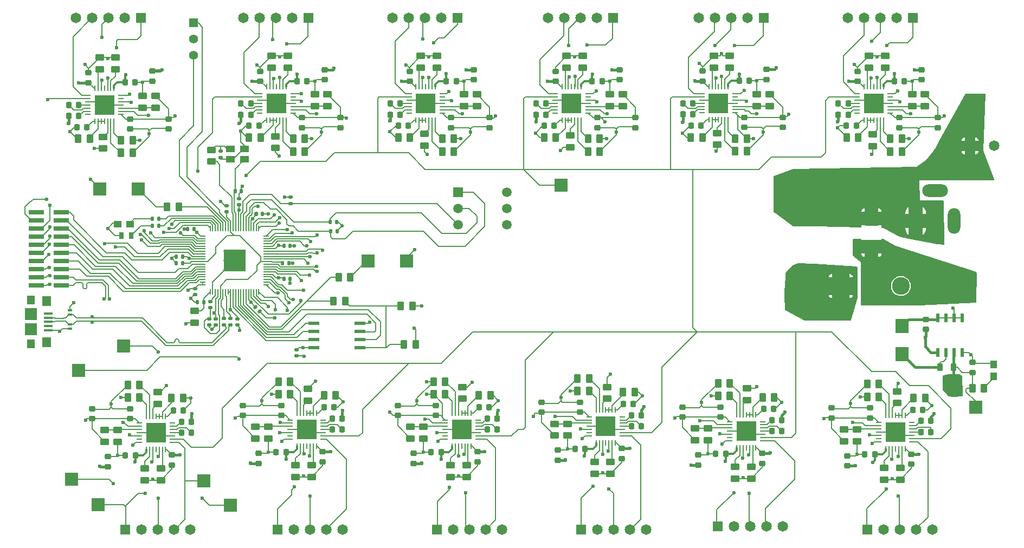
<source format=gtl>
G04 #@! TF.GenerationSoftware,KiCad,Pcbnew,9.0.1*
G04 #@! TF.CreationDate,2025-05-20T14:35:32+01:00*
G04 #@! TF.ProjectId,DST,4453542e-6b69-4636-9164-5f7063625858,rev?*
G04 #@! TF.SameCoordinates,Original*
G04 #@! TF.FileFunction,Copper,L1,Top*
G04 #@! TF.FilePolarity,Positive*
%FSLAX46Y46*%
G04 Gerber Fmt 4.6, Leading zero omitted, Abs format (unit mm)*
G04 Created by KiCad (PCBNEW 9.0.1) date 2025-05-20 14:35:32*
%MOMM*%
%LPD*%
G01*
G04 APERTURE LIST*
G04 Aperture macros list*
%AMRoundRect*
0 Rectangle with rounded corners*
0 $1 Rounding radius*
0 $2 $3 $4 $5 $6 $7 $8 $9 X,Y pos of 4 corners*
0 Add a 4 corners polygon primitive as box body*
4,1,4,$2,$3,$4,$5,$6,$7,$8,$9,$2,$3,0*
0 Add four circle primitives for the rounded corners*
1,1,$1+$1,$2,$3*
1,1,$1+$1,$4,$5*
1,1,$1+$1,$6,$7*
1,1,$1+$1,$8,$9*
0 Add four rect primitives between the rounded corners*
20,1,$1+$1,$2,$3,$4,$5,0*
20,1,$1+$1,$4,$5,$6,$7,0*
20,1,$1+$1,$6,$7,$8,$9,0*
20,1,$1+$1,$8,$9,$2,$3,0*%
G04 Aperture macros list end*
G04 #@! TA.AperFunction,SMDPad,CuDef*
%ADD10RoundRect,0.225000X-0.250000X0.225000X-0.250000X-0.225000X0.250000X-0.225000X0.250000X0.225000X0*%
G04 #@! TD*
G04 #@! TA.AperFunction,SMDPad,CuDef*
%ADD11RoundRect,0.250000X0.450000X-0.262500X0.450000X0.262500X-0.450000X0.262500X-0.450000X-0.262500X0*%
G04 #@! TD*
G04 #@! TA.AperFunction,SMDPad,CuDef*
%ADD12RoundRect,0.250000X-0.450000X0.262500X-0.450000X-0.262500X0.450000X-0.262500X0.450000X0.262500X0*%
G04 #@! TD*
G04 #@! TA.AperFunction,SMDPad,CuDef*
%ADD13RoundRect,0.250000X0.262500X0.450000X-0.262500X0.450000X-0.262500X-0.450000X0.262500X-0.450000X0*%
G04 #@! TD*
G04 #@! TA.AperFunction,SMDPad,CuDef*
%ADD14RoundRect,0.140000X0.140000X0.170000X-0.140000X0.170000X-0.140000X-0.170000X0.140000X-0.170000X0*%
G04 #@! TD*
G04 #@! TA.AperFunction,SMDPad,CuDef*
%ADD15R,0.900000X0.254000*%
G04 #@! TD*
G04 #@! TA.AperFunction,SMDPad,CuDef*
%ADD16R,0.254000X0.900000*%
G04 #@! TD*
G04 #@! TA.AperFunction,SMDPad,CuDef*
%ADD17R,3.100000X3.100000*%
G04 #@! TD*
G04 #@! TA.AperFunction,SMDPad,CuDef*
%ADD18RoundRect,0.135000X-0.185000X0.135000X-0.185000X-0.135000X0.185000X-0.135000X0.185000X0.135000X0*%
G04 #@! TD*
G04 #@! TA.AperFunction,SMDPad,CuDef*
%ADD19RoundRect,0.225000X0.225000X0.250000X-0.225000X0.250000X-0.225000X-0.250000X0.225000X-0.250000X0*%
G04 #@! TD*
G04 #@! TA.AperFunction,SMDPad,CuDef*
%ADD20RoundRect,0.225000X0.250000X-0.225000X0.250000X0.225000X-0.250000X0.225000X-0.250000X-0.225000X0*%
G04 #@! TD*
G04 #@! TA.AperFunction,SMDPad,CuDef*
%ADD21R,2.150000X2.200000*%
G04 #@! TD*
G04 #@! TA.AperFunction,SMDPad,CuDef*
%ADD22RoundRect,0.225000X-0.225000X-0.250000X0.225000X-0.250000X0.225000X0.250000X-0.225000X0.250000X0*%
G04 #@! TD*
G04 #@! TA.AperFunction,SMDPad,CuDef*
%ADD23RoundRect,0.050000X0.350000X0.050000X-0.350000X0.050000X-0.350000X-0.050000X0.350000X-0.050000X0*%
G04 #@! TD*
G04 #@! TA.AperFunction,SMDPad,CuDef*
%ADD24RoundRect,0.050000X0.050000X0.350000X-0.050000X0.350000X-0.050000X-0.350000X0.050000X-0.350000X0*%
G04 #@! TD*
G04 #@! TA.AperFunction,HeatsinkPad*
%ADD25C,0.500000*%
G04 #@! TD*
G04 #@! TA.AperFunction,HeatsinkPad*
%ADD26R,3.400000X3.400000*%
G04 #@! TD*
G04 #@! TA.AperFunction,SMDPad,CuDef*
%ADD27RoundRect,0.140000X-0.170000X0.140000X-0.170000X-0.140000X0.170000X-0.140000X0.170000X0.140000X0*%
G04 #@! TD*
G04 #@! TA.AperFunction,ComponentPad*
%ADD28R,1.650000X1.650000*%
G04 #@! TD*
G04 #@! TA.AperFunction,ComponentPad*
%ADD29C,1.650000*%
G04 #@! TD*
G04 #@! TA.AperFunction,SMDPad,CuDef*
%ADD30RoundRect,0.250000X-0.262500X-0.450000X0.262500X-0.450000X0.262500X0.450000X-0.262500X0.450000X0*%
G04 #@! TD*
G04 #@! TA.AperFunction,SMDPad,CuDef*
%ADD31RoundRect,0.140000X0.170000X-0.140000X0.170000X0.140000X-0.170000X0.140000X-0.170000X-0.140000X0*%
G04 #@! TD*
G04 #@! TA.AperFunction,SMDPad,CuDef*
%ADD32RoundRect,0.218750X-0.218750X-0.381250X0.218750X-0.381250X0.218750X0.381250X-0.218750X0.381250X0*%
G04 #@! TD*
G04 #@! TA.AperFunction,SMDPad,CuDef*
%ADD33RoundRect,0.140000X-0.140000X-0.170000X0.140000X-0.170000X0.140000X0.170000X-0.140000X0.170000X0*%
G04 #@! TD*
G04 #@! TA.AperFunction,SMDPad,CuDef*
%ADD34R,1.200000X1.050000*%
G04 #@! TD*
G04 #@! TA.AperFunction,SMDPad,CuDef*
%ADD35RoundRect,0.135000X-0.135000X-0.185000X0.135000X-0.185000X0.135000X0.185000X-0.135000X0.185000X0*%
G04 #@! TD*
G04 #@! TA.AperFunction,SMDPad,CuDef*
%ADD36RoundRect,0.072500X0.732500X0.217500X-0.732500X0.217500X-0.732500X-0.217500X0.732500X-0.217500X0*%
G04 #@! TD*
G04 #@! TA.AperFunction,ComponentPad*
%ADD37O,2.200000X4.400000*%
G04 #@! TD*
G04 #@! TA.AperFunction,ComponentPad*
%ADD38O,2.000000X4.000000*%
G04 #@! TD*
G04 #@! TA.AperFunction,ComponentPad*
%ADD39O,4.000000X2.000000*%
G04 #@! TD*
G04 #@! TA.AperFunction,SMDPad,CuDef*
%ADD40RoundRect,0.135000X0.135000X0.185000X-0.135000X0.185000X-0.135000X-0.185000X0.135000X-0.185000X0*%
G04 #@! TD*
G04 #@! TA.AperFunction,SMDPad,CuDef*
%ADD41R,2.000000X2.000000*%
G04 #@! TD*
G04 #@! TA.AperFunction,SMDPad,CuDef*
%ADD42R,1.400000X1.100000*%
G04 #@! TD*
G04 #@! TA.AperFunction,SMDPad,CuDef*
%ADD43R,0.700000X0.400000*%
G04 #@! TD*
G04 #@! TA.AperFunction,SMDPad,CuDef*
%ADD44R,1.050000X1.200000*%
G04 #@! TD*
G04 #@! TA.AperFunction,SMDPad,CuDef*
%ADD45RoundRect,0.140000X0.219203X0.021213X0.021213X0.219203X-0.219203X-0.021213X-0.021213X-0.219203X0*%
G04 #@! TD*
G04 #@! TA.AperFunction,ComponentPad*
%ADD46R,1.398000X1.398000*%
G04 #@! TD*
G04 #@! TA.AperFunction,ComponentPad*
%ADD47C,1.398000*%
G04 #@! TD*
G04 #@! TA.AperFunction,SMDPad,CuDef*
%ADD48RoundRect,0.147500X0.172500X-0.147500X0.172500X0.147500X-0.172500X0.147500X-0.172500X-0.147500X0*%
G04 #@! TD*
G04 #@! TA.AperFunction,ComponentPad*
%ADD49R,1.509000X1.509000*%
G04 #@! TD*
G04 #@! TA.AperFunction,ComponentPad*
%ADD50C,1.509000*%
G04 #@! TD*
G04 #@! TA.AperFunction,SMDPad,CuDef*
%ADD51R,2.400000X0.760000*%
G04 #@! TD*
G04 #@! TA.AperFunction,SMDPad,CuDef*
%ADD52R,1.350000X0.400000*%
G04 #@! TD*
G04 #@! TA.AperFunction,SMDPad,CuDef*
%ADD53R,1.400000X1.600000*%
G04 #@! TD*
G04 #@! TA.AperFunction,SMDPad,CuDef*
%ADD54R,1.300000X1.450000*%
G04 #@! TD*
G04 #@! TA.AperFunction,SMDPad,CuDef*
%ADD55R,1.900000X1.900000*%
G04 #@! TD*
G04 #@! TA.AperFunction,SMDPad,CuDef*
%ADD56R,0.800000X1.000000*%
G04 #@! TD*
G04 #@! TA.AperFunction,SMDPad,CuDef*
%ADD57R,0.600000X1.400000*%
G04 #@! TD*
G04 #@! TA.AperFunction,ComponentPad*
%ADD58R,2.775000X2.775000*%
G04 #@! TD*
G04 #@! TA.AperFunction,ComponentPad*
%ADD59C,2.775000*%
G04 #@! TD*
G04 #@! TA.AperFunction,SMDPad,CuDef*
%ADD60RoundRect,0.135000X0.185000X-0.135000X0.185000X0.135000X-0.185000X0.135000X-0.185000X-0.135000X0*%
G04 #@! TD*
G04 #@! TA.AperFunction,ViaPad*
%ADD61C,0.600000*%
G04 #@! TD*
G04 #@! TA.AperFunction,Conductor*
%ADD62C,0.200000*%
G04 #@! TD*
G04 #@! TA.AperFunction,Conductor*
%ADD63C,0.400000*%
G04 #@! TD*
G04 #@! TA.AperFunction,Conductor*
%ADD64C,0.300000*%
G04 #@! TD*
G04 #@! TA.AperFunction,Conductor*
%ADD65C,0.500000*%
G04 #@! TD*
G04 APERTURE END LIST*
D10*
G04 #@! TO.P,C67,1*
G04 #@! TO.N,+12V*
X210615000Y-59450000D03*
G04 #@! TO.P,C67,2*
G04 #@! TO.N,GND*
X210615000Y-61000000D03*
G04 #@! TD*
D11*
G04 #@! TO.P,R54,1*
G04 #@! TO.N,+3V3*
X227200000Y-71412500D03*
G04 #@! TO.P,R54,2*
G04 #@! TO.N,Net-(U10-~{RESET})*
X227200000Y-69587500D03*
G04 #@! TD*
D12*
G04 #@! TO.P,R112,1*
G04 #@! TO.N,+3V3*
X115200000Y-63577500D03*
G04 #@! TO.P,R112,2*
G04 #@! TO.N,Net-(U15-REF)*
X115200000Y-65402500D03*
G04 #@! TD*
G04 #@! TO.P,R55,1*
G04 #@! TO.N,GND*
X226615000Y-57337500D03*
G04 #@! TO.P,R55,2*
G04 #@! TO.N,Net-(U10-SENSE2)*
X226615000Y-59162500D03*
G04 #@! TD*
G04 #@! TO.P,R96,1*
G04 #@! TO.N,+3V3*
X165365000Y-63337500D03*
G04 #@! TO.P,R96,2*
G04 #@! TO.N,Net-(U13-REF)*
X165365000Y-65162500D03*
G04 #@! TD*
D13*
G04 #@! TO.P,R58,1*
G04 #@! TO.N,GND*
X111612500Y-72490000D03*
G04 #@! TO.P,R58,2*
G04 #@! TO.N,Net-(U15-ROSC)*
X109787500Y-72490000D03*
G04 #@! TD*
D14*
G04 #@! TO.P,C107,1*
G04 #@! TO.N,GND*
X131880000Y-82000000D03*
G04 #@! TO.P,C107,2*
G04 #@! TO.N,+3V3*
X130920000Y-82000000D03*
G04 #@! TD*
D13*
G04 #@! TO.P,R86,1*
G04 #@! TO.N,GND*
X190000000Y-109900000D03*
G04 #@! TO.P,R86,2*
G04 #@! TO.N,Net-(U7-MS1)*
X188175000Y-109900000D03*
G04 #@! TD*
D10*
G04 #@! TO.P,C6,1*
G04 #@! TO.N,+12V*
X117750000Y-119725000D03*
G04 #@! TO.P,C6,2*
G04 #@! TO.N,GND*
X117750000Y-121275000D03*
G04 #@! TD*
D15*
G04 #@! TO.P,U10,1,OUT2B*
G04 #@! TO.N,/OUT2B7*
X224775000Y-63250000D03*
G04 #@! TO.P,U10,2,~{ENABLE}*
G04 #@! TO.N,/ENABLE_N*
X224775000Y-63750000D03*
G04 #@! TO.P,U10,3,GND*
G04 #@! TO.N,GND*
X224775000Y-64250000D03*
G04 #@! TO.P,U10,4,CP1*
G04 #@! TO.N,Net-(U10-CP1)*
X224775000Y-64750000D03*
G04 #@! TO.P,U10,5,CP2*
G04 #@! TO.N,Net-(U10-CP2)*
X224775000Y-65250000D03*
G04 #@! TO.P,U10,6,VCP*
G04 #@! TO.N,Net-(U10-VCP)*
X224775000Y-65750000D03*
G04 #@! TO.P,U10,7,NC*
G04 #@! TO.N,unconnected-(U10-NC-Pad7)*
X224775000Y-66250000D03*
D16*
G04 #@! TO.P,U10,8,VREG*
G04 #@! TO.N,Net-(U10-VREG)*
X225865000Y-67340000D03*
G04 #@! TO.P,U10,9,MS1*
G04 #@! TO.N,Net-(U10-MS1)*
X226365000Y-67340000D03*
G04 #@! TO.P,U10,10,MS2*
X226865000Y-67340000D03*
G04 #@! TO.P,U10,11,MS3*
X227365000Y-67340000D03*
G04 #@! TO.P,U10,12,~{RESET}*
G04 #@! TO.N,Net-(U10-~{RESET})*
X227865000Y-67340000D03*
G04 #@! TO.P,U10,13,ROSC*
G04 #@! TO.N,Net-(U10-ROSC)*
X228365000Y-67340000D03*
G04 #@! TO.P,U10,14,~{SLEEP}*
G04 #@! TO.N,Net-(U10-~{SLEEP})*
X228865000Y-67340000D03*
D15*
G04 #@! TO.P,U10,15,VDD*
G04 #@! TO.N,+3V3*
X229955000Y-66250000D03*
G04 #@! TO.P,U10,16,STEP*
G04 #@! TO.N,/STEP7*
X229955000Y-65750000D03*
G04 #@! TO.P,U10,17,REF*
G04 #@! TO.N,Net-(U10-REF)*
X229955000Y-65250000D03*
G04 #@! TO.P,U10,18,GND@1*
G04 #@! TO.N,GND*
X229955000Y-64750000D03*
G04 #@! TO.P,U10,19,DIR*
G04 #@! TO.N,/DIR7*
X229955000Y-64250000D03*
G04 #@! TO.P,U10,20,NC@1*
G04 #@! TO.N,unconnected-(U10-NC@1-Pad20)*
X229955000Y-63750000D03*
G04 #@! TO.P,U10,21,OUT1B*
G04 #@! TO.N,/OUT1B7*
X229955000Y-63250000D03*
D16*
G04 #@! TO.P,U10,22,VBB1*
G04 #@! TO.N,+12V*
X228865000Y-62160000D03*
G04 #@! TO.P,U10,23,SENSE1*
G04 #@! TO.N,Net-(U10-SENSE1)*
X228365000Y-62160000D03*
G04 #@! TO.P,U10,24,OUT1A*
G04 #@! TO.N,/OUT1A7*
X227865000Y-62160000D03*
G04 #@! TO.P,U10,25,NC@2*
G04 #@! TO.N,unconnected-(U10-NC@2-Pad25)*
X227365000Y-62160000D03*
G04 #@! TO.P,U10,26,OUT2A*
G04 #@! TO.N,/OUT2A7*
X226865000Y-62160000D03*
G04 #@! TO.P,U10,27,SENSE2*
G04 #@! TO.N,Net-(U10-SENSE2)*
X226365000Y-62160000D03*
G04 #@! TO.P,U10,28,VBB2*
G04 #@! TO.N,+12V*
X225865000Y-62160000D03*
D17*
G04 #@! TO.P,U10,29,PAD*
G04 #@! TO.N,GND*
X227365000Y-64750000D03*
G04 #@! TD*
D18*
G04 #@! TO.P,R67,1*
G04 #@! TO.N,Net-(U1-USB_DP)*
X126900000Y-98390000D03*
G04 #@! TO.P,R67,2*
G04 #@! TO.N,/USB_D+*
X126900000Y-99410000D03*
G04 #@! TD*
D19*
G04 #@! TO.P,C79,1*
G04 #@! TO.N,Net-(U13-VREG)*
X154640000Y-68250000D03*
G04 #@! TO.P,C79,2*
G04 #@! TO.N,GND*
X153090000Y-68250000D03*
G04 #@! TD*
D11*
G04 #@! TO.P,R52,1*
G04 #@! TO.N,+3V3*
X222750000Y-117563500D03*
G04 #@! TO.P,R52,2*
G04 #@! TO.N,Net-(U9-REF)*
X222750000Y-115738500D03*
G04 #@! TD*
D12*
G04 #@! TO.P,R10,1*
G04 #@! TO.N,Net-(U4-REF)*
X109250000Y-115837500D03*
G04 #@! TO.P,R10,2*
G04 #@! TO.N,GND*
X109250000Y-117662500D03*
G04 #@! TD*
D20*
G04 #@! TO.P,C26,1*
G04 #@! TO.N,+3V3*
X153000000Y-113525000D03*
G04 #@! TO.P,C26,2*
G04 #@! TO.N,GND*
X153000000Y-111975000D03*
G04 #@! TD*
D19*
G04 #@! TO.P,C17,1*
G04 #@! TO.N,+12V*
X135570000Y-119250000D03*
G04 #@! TO.P,C17,2*
G04 #@! TO.N,GND*
X134020000Y-119250000D03*
G04 #@! TD*
D20*
G04 #@! TO.P,C11,1*
G04 #@! TO.N,+3V3*
X105250000Y-114025000D03*
G04 #@! TO.P,C11,2*
G04 #@! TO.N,GND*
X105250000Y-112475000D03*
G04 #@! TD*
D15*
G04 #@! TO.P,U13,1,OUT2B*
G04 #@! TO.N,/OUT2B10*
X154775000Y-63250000D03*
G04 #@! TO.P,U13,2,~{ENABLE}*
G04 #@! TO.N,/ENABLE_N*
X154775000Y-63750000D03*
G04 #@! TO.P,U13,3,GND*
G04 #@! TO.N,GND*
X154775000Y-64250000D03*
G04 #@! TO.P,U13,4,CP1*
G04 #@! TO.N,Net-(U13-CP1)*
X154775000Y-64750000D03*
G04 #@! TO.P,U13,5,CP2*
G04 #@! TO.N,Net-(U13-CP2)*
X154775000Y-65250000D03*
G04 #@! TO.P,U13,6,VCP*
G04 #@! TO.N,Net-(U13-VCP)*
X154775000Y-65750000D03*
G04 #@! TO.P,U13,7,NC*
G04 #@! TO.N,unconnected-(U13-NC-Pad7)*
X154775000Y-66250000D03*
D16*
G04 #@! TO.P,U13,8,VREG*
G04 #@! TO.N,Net-(U13-VREG)*
X155865000Y-67340000D03*
G04 #@! TO.P,U13,9,MS1*
G04 #@! TO.N,Net-(U13-MS1)*
X156365000Y-67340000D03*
G04 #@! TO.P,U13,10,MS2*
X156865000Y-67340000D03*
G04 #@! TO.P,U13,11,MS3*
X157365000Y-67340000D03*
G04 #@! TO.P,U13,12,~{RESET}*
G04 #@! TO.N,Net-(U13-~{RESET})*
X157865000Y-67340000D03*
G04 #@! TO.P,U13,13,ROSC*
G04 #@! TO.N,Net-(U13-ROSC)*
X158365000Y-67340000D03*
G04 #@! TO.P,U13,14,~{SLEEP}*
G04 #@! TO.N,Net-(U13-~{SLEEP})*
X158865000Y-67340000D03*
D15*
G04 #@! TO.P,U13,15,VDD*
G04 #@! TO.N,+3V3*
X159955000Y-66250000D03*
G04 #@! TO.P,U13,16,STEP*
G04 #@! TO.N,/STEP10*
X159955000Y-65750000D03*
G04 #@! TO.P,U13,17,REF*
G04 #@! TO.N,Net-(U13-REF)*
X159955000Y-65250000D03*
G04 #@! TO.P,U13,18,GND@1*
G04 #@! TO.N,GND*
X159955000Y-64750000D03*
G04 #@! TO.P,U13,19,DIR*
G04 #@! TO.N,/DIR10*
X159955000Y-64250000D03*
G04 #@! TO.P,U13,20,NC@1*
G04 #@! TO.N,unconnected-(U13-NC@1-Pad20)*
X159955000Y-63750000D03*
G04 #@! TO.P,U13,21,OUT1B*
G04 #@! TO.N,/OUT1B10*
X159955000Y-63250000D03*
D16*
G04 #@! TO.P,U13,22,VBB1*
G04 #@! TO.N,+12V*
X158865000Y-62160000D03*
G04 #@! TO.P,U13,23,SENSE1*
G04 #@! TO.N,Net-(U13-SENSE1)*
X158365000Y-62160000D03*
G04 #@! TO.P,U13,24,OUT1A*
G04 #@! TO.N,/OUT1A10*
X157865000Y-62160000D03*
G04 #@! TO.P,U13,25,NC@2*
G04 #@! TO.N,unconnected-(U13-NC@2-Pad25)*
X157365000Y-62160000D03*
G04 #@! TO.P,U13,26,OUT2A*
G04 #@! TO.N,/OUT2A10*
X156865000Y-62160000D03*
G04 #@! TO.P,U13,27,SENSE2*
G04 #@! TO.N,Net-(U13-SENSE2)*
X156365000Y-62160000D03*
G04 #@! TO.P,U13,28,VBB2*
G04 #@! TO.N,+12V*
X155865000Y-62160000D03*
D17*
G04 #@! TO.P,U13,29,PAD*
G04 #@! TO.N,GND*
X157365000Y-64750000D03*
G04 #@! TD*
D21*
G04 #@! TO.P,D1,1,K*
G04 #@! TO.N,Net-(D1-K)*
X231750000Y-103950000D03*
G04 #@! TO.P,D1,2,A*
G04 #@! TO.N,GND*
X231750000Y-99550000D03*
G04 #@! TD*
D20*
G04 #@! TO.P,C19,1*
G04 #@! TO.N,+12V*
X131295000Y-121025000D03*
G04 #@! TO.P,C19,2*
G04 #@! TO.N,GND*
X131295000Y-119475000D03*
G04 #@! TD*
D10*
G04 #@! TO.P,C98,1*
G04 #@! TO.N,+3V3*
X117200000Y-67215000D03*
G04 #@! TO.P,C98,2*
G04 #@! TO.N,GND*
X117200000Y-68765000D03*
G04 #@! TD*
D22*
G04 #@! TO.P,C73,1*
G04 #@! TO.N,+12V*
X183385000Y-61250000D03*
G04 #@! TO.P,C73,2*
G04 #@! TO.N,GND*
X184935000Y-61250000D03*
G04 #@! TD*
D23*
G04 #@! TO.P,U1,1,GPIO4*
G04 #@! TO.N,/DIR2*
X132462500Y-93087500D03*
G04 #@! TO.P,U1,2,GPIO5*
G04 #@! TO.N,/STEP3*
X132462500Y-92687500D03*
G04 #@! TO.P,U1,3,GPIO6*
G04 #@! TO.N,/DIR3*
X132462500Y-92287500D03*
G04 #@! TO.P,U1,4,GPIO7*
G04 #@! TO.N,/STEP4*
X132462500Y-91887500D03*
G04 #@! TO.P,U1,5,IOVDD*
G04 #@! TO.N,+3V3*
X132462500Y-91487500D03*
G04 #@! TO.P,U1,6,GPIO8*
G04 #@! TO.N,/DIR4*
X132462500Y-91087500D03*
G04 #@! TO.P,U1,7,GPIO9*
G04 #@! TO.N,/STEP5*
X132462500Y-90687500D03*
G04 #@! TO.P,U1,8,GPIO10*
G04 #@! TO.N,/DIR5*
X132462500Y-90287500D03*
G04 #@! TO.P,U1,9,GPIO11*
G04 #@! TO.N,/STEP6*
X132462500Y-89887500D03*
G04 #@! TO.P,U1,10,DVDD*
G04 #@! TO.N,+1V1*
X132462500Y-89487500D03*
G04 #@! TO.P,U1,11,GPIO12*
G04 #@! TO.N,/DIR6*
X132462500Y-89087500D03*
G04 #@! TO.P,U1,12,GPIO13*
G04 #@! TO.N,/STEP7*
X132462500Y-88687500D03*
G04 #@! TO.P,U1,13,GPIO14*
G04 #@! TO.N,/DIR7*
X132462500Y-88287500D03*
G04 #@! TO.P,U1,14,GPIO15*
G04 #@! TO.N,/STEP8*
X132462500Y-87887500D03*
G04 #@! TO.P,U1,15,IOVDD*
G04 #@! TO.N,+3V3*
X132462500Y-87487500D03*
G04 #@! TO.P,U1,16,GPIO16*
G04 #@! TO.N,/DIR8*
X132462500Y-87087500D03*
G04 #@! TO.P,U1,17,GPIO17*
G04 #@! TO.N,/STEP9*
X132462500Y-86687500D03*
G04 #@! TO.P,U1,18,GPIO18*
G04 #@! TO.N,/DIR9*
X132462500Y-86287500D03*
G04 #@! TO.P,U1,19,GPIO19*
G04 #@! TO.N,/STEP10*
X132462500Y-85887500D03*
G04 #@! TO.P,U1,20,GPIO20*
G04 #@! TO.N,/DIR10*
X132462500Y-85487500D03*
D24*
G04 #@! TO.P,U1,21,GPIO21*
G04 #@! TO.N,/STEP11*
X131312500Y-84337500D03*
G04 #@! TO.P,U1,22,GPIO22*
G04 #@! TO.N,/DIR11*
X130912500Y-84337500D03*
G04 #@! TO.P,U1,23,GPIO23*
G04 #@! TO.N,/STEP12*
X130512500Y-84337500D03*
G04 #@! TO.P,U1,24,IOVDD*
G04 #@! TO.N,+3V3*
X130112500Y-84337500D03*
G04 #@! TO.P,U1,25,GPIO24*
G04 #@! TO.N,/DIR12*
X129712500Y-84337500D03*
G04 #@! TO.P,U1,26,GPIO25*
G04 #@! TO.N,/In1*
X129312500Y-84337500D03*
G04 #@! TO.P,U1,27,GPIO26*
G04 #@! TO.N,/In2*
X128912500Y-84337500D03*
G04 #@! TO.P,U1,28,GPIO27*
G04 #@! TO.N,/In3*
X128512500Y-84337500D03*
G04 #@! TO.P,U1,29,IOVDD*
G04 #@! TO.N,+3V3*
X128112500Y-84337500D03*
G04 #@! TO.P,U1,30,XIN*
G04 #@! TO.N,/XIN*
X127712500Y-84337500D03*
G04 #@! TO.P,U1,31,XOUT*
G04 #@! TO.N,/XOUT*
X127312500Y-84337500D03*
G04 #@! TO.P,U1,32,DVDD*
G04 #@! TO.N,+1V1*
X126912500Y-84337500D03*
G04 #@! TO.P,U1,33,SWCLK*
G04 #@! TO.N,/SWCLK*
X126512500Y-84337500D03*
G04 #@! TO.P,U1,34,SWDIO*
G04 #@! TO.N,/SWD*
X126112500Y-84337500D03*
G04 #@! TO.P,U1,35,RUN*
G04 #@! TO.N,Net-(U1-RUN)*
X125712500Y-84337500D03*
G04 #@! TO.P,U1,36,GPIO28*
G04 #@! TO.N,Net-(U1-GPIO28)*
X125312500Y-84337500D03*
G04 #@! TO.P,U1,37,GPIO29*
G04 #@! TO.N,Net-(U1-GPIO29)*
X124912500Y-84337500D03*
G04 #@! TO.P,U1,38,GPIO30*
G04 #@! TO.N,/ENABLE_N*
X124512500Y-84337500D03*
G04 #@! TO.P,U1,39,GPIO31*
G04 #@! TO.N,/EXT_GPIO1*
X124112500Y-84337500D03*
G04 #@! TO.P,U1,40,GPIO32*
G04 #@! TO.N,/EXT_GPIO2*
X123712500Y-84337500D03*
D23*
G04 #@! TO.P,U1,41,IOVDD*
G04 #@! TO.N,+3V3*
X122562500Y-85487500D03*
G04 #@! TO.P,U1,42,GPIO33*
G04 #@! TO.N,/EXT_GPIO3*
X122562500Y-85887500D03*
G04 #@! TO.P,U1,43,GPIO34*
G04 #@! TO.N,/EXT_GPIO4*
X122562500Y-86287500D03*
G04 #@! TO.P,U1,44,GPIO35*
G04 #@! TO.N,/EXT_GPIO5*
X122562500Y-86687500D03*
G04 #@! TO.P,U1,45,GPIO36*
G04 #@! TO.N,/EXT_GPIO6*
X122562500Y-87087500D03*
G04 #@! TO.P,U1,46,GPIO37*
G04 #@! TO.N,/EXT_GPIO7*
X122562500Y-87487500D03*
G04 #@! TO.P,U1,47,GPIO38*
G04 #@! TO.N,/EXT_GPIO8*
X122562500Y-87887500D03*
G04 #@! TO.P,U1,48,GPIO39*
G04 #@! TO.N,/EXT_GPIO9*
X122562500Y-88287500D03*
G04 #@! TO.P,U1,49,GPIO40_ADC0*
G04 #@! TO.N,/EXT_GPIO10*
X122562500Y-88687500D03*
G04 #@! TO.P,U1,50,IOVDD*
G04 #@! TO.N,+3V3*
X122562500Y-89087500D03*
G04 #@! TO.P,U1,51,DVDD*
G04 #@! TO.N,+1V1*
X122562500Y-89487500D03*
G04 #@! TO.P,U1,52,GPIO41_ADC1*
G04 #@! TO.N,/EXT_GPIO11*
X122562500Y-89887500D03*
G04 #@! TO.P,U1,53,GPIO42_ADC2*
G04 #@! TO.N,/EXT_GPIO12*
X122562500Y-90287500D03*
G04 #@! TO.P,U1,54,GPIO43_ADC3*
G04 #@! TO.N,/EXT_GPIO13*
X122562500Y-90687500D03*
G04 #@! TO.P,U1,55,GPIO44_ADC4*
G04 #@! TO.N,/EXT_GPIO14*
X122562500Y-91087500D03*
G04 #@! TO.P,U1,56,GPIO45_ADC5*
G04 #@! TO.N,/EXT_GPIO15*
X122562500Y-91487500D03*
G04 #@! TO.P,U1,57,GPIO46_ADC6*
G04 #@! TO.N,/EXT_GPIO16*
X122562500Y-91887500D03*
G04 #@! TO.P,U1,58,GPIO47_ADC7*
G04 #@! TO.N,/EXT_GPIO17*
X122562500Y-92287500D03*
G04 #@! TO.P,U1,59,ADC_AVDD*
G04 #@! TO.N,+3V3*
X122562500Y-92687500D03*
G04 #@! TO.P,U1,60,IOVDD*
X122562500Y-93087500D03*
D24*
G04 #@! TO.P,U1,61,VREG_AVDD*
G04 #@! TO.N,Net-(U1-VREG_AVDD)*
X123712500Y-94237500D03*
G04 #@! TO.P,U1,62,VREG_PGND*
G04 #@! TO.N,GND*
X124112500Y-94237500D03*
G04 #@! TO.P,U1,63,VREG_LX*
G04 #@! TO.N,Net-(U1-VREG_LX)*
X124512500Y-94237500D03*
G04 #@! TO.P,U1,64,VREG_VIN*
G04 #@! TO.N,+3V3*
X124912500Y-94237500D03*
G04 #@! TO.P,U1,65,VREG_FB*
G04 #@! TO.N,+1V1*
X125312500Y-94237500D03*
G04 #@! TO.P,U1,66,USB_DM*
G04 #@! TO.N,Net-(U1-USB_DM)*
X125712500Y-94237500D03*
G04 #@! TO.P,U1,67,USB_DP*
G04 #@! TO.N,Net-(U1-USB_DP)*
X126112500Y-94237500D03*
G04 #@! TO.P,U1,68,USB_OTP_VDD*
G04 #@! TO.N,+3V3*
X126512500Y-94237500D03*
G04 #@! TO.P,U1,69,QSPI_IOVDD*
X126912500Y-94237500D03*
G04 #@! TO.P,U1,70,QSPI_SD3*
G04 #@! TO.N,/QSPI_SD3*
X127312500Y-94237500D03*
G04 #@! TO.P,U1,71,QSPI_SCLK*
G04 #@! TO.N,/QSPI_SCLK*
X127712500Y-94237500D03*
G04 #@! TO.P,U1,72,QSPI_SD0*
G04 #@! TO.N,/QSPI_SD0*
X128112500Y-94237500D03*
G04 #@! TO.P,U1,73,QSPI_SD2*
G04 #@! TO.N,/QSPI_SD2*
X128512500Y-94237500D03*
G04 #@! TO.P,U1,74,QSPI_SD1*
G04 #@! TO.N,/QSPI_SD1*
X128912500Y-94237500D03*
G04 #@! TO.P,U1,75,QSPI_SS*
G04 #@! TO.N,/QSPI_SS*
X129312500Y-94237500D03*
G04 #@! TO.P,U1,76,IOVDD*
G04 #@! TO.N,+3V3*
X129712500Y-94237500D03*
G04 #@! TO.P,U1,77,GPIO0*
G04 #@! TO.N,/GPIO0*
X130112500Y-94237500D03*
G04 #@! TO.P,U1,78,GPIO1*
G04 #@! TO.N,/STEP1*
X130512500Y-94237500D03*
G04 #@! TO.P,U1,79,GPIO2*
G04 #@! TO.N,/DIR1*
X130912500Y-94237500D03*
G04 #@! TO.P,U1,80,GPIO3*
G04 #@! TO.N,/STEP2*
X131312500Y-94237500D03*
D25*
G04 #@! TO.P,U1,81,GND*
G04 #@! TO.N,GND*
X128962500Y-90737500D03*
X128962500Y-89287500D03*
X128962500Y-87837500D03*
X127512500Y-90737500D03*
X127512500Y-89287500D03*
D26*
X127512500Y-89287500D03*
D25*
X127512500Y-87837500D03*
X126062500Y-90737500D03*
X126062500Y-89287500D03*
X126062500Y-87837500D03*
G04 #@! TD*
D15*
G04 #@! TO.P,U12,1,OUT2B*
G04 #@! TO.N,/OUT2B9*
X177570000Y-63250000D03*
G04 #@! TO.P,U12,2,~{ENABLE}*
G04 #@! TO.N,/ENABLE_N*
X177570000Y-63750000D03*
G04 #@! TO.P,U12,3,GND*
G04 #@! TO.N,GND*
X177570000Y-64250000D03*
G04 #@! TO.P,U12,4,CP1*
G04 #@! TO.N,Net-(U12-CP1)*
X177570000Y-64750000D03*
G04 #@! TO.P,U12,5,CP2*
G04 #@! TO.N,Net-(U12-CP2)*
X177570000Y-65250000D03*
G04 #@! TO.P,U12,6,VCP*
G04 #@! TO.N,Net-(U12-VCP)*
X177570000Y-65750000D03*
G04 #@! TO.P,U12,7,NC*
G04 #@! TO.N,unconnected-(U12-NC-Pad7)*
X177570000Y-66250000D03*
D16*
G04 #@! TO.P,U12,8,VREG*
G04 #@! TO.N,Net-(U12-VREG)*
X178660000Y-67340000D03*
G04 #@! TO.P,U12,9,MS1*
G04 #@! TO.N,Net-(U12-MS1)*
X179160000Y-67340000D03*
G04 #@! TO.P,U12,10,MS2*
X179660000Y-67340000D03*
G04 #@! TO.P,U12,11,MS3*
X180160000Y-67340000D03*
G04 #@! TO.P,U12,12,~{RESET}*
G04 #@! TO.N,Net-(U12-~{RESET})*
X180660000Y-67340000D03*
G04 #@! TO.P,U12,13,ROSC*
G04 #@! TO.N,Net-(U12-ROSC)*
X181160000Y-67340000D03*
G04 #@! TO.P,U12,14,~{SLEEP}*
G04 #@! TO.N,Net-(U12-~{SLEEP})*
X181660000Y-67340000D03*
D15*
G04 #@! TO.P,U12,15,VDD*
G04 #@! TO.N,+3V3*
X182750000Y-66250000D03*
G04 #@! TO.P,U12,16,STEP*
G04 #@! TO.N,/STEP9*
X182750000Y-65750000D03*
G04 #@! TO.P,U12,17,REF*
G04 #@! TO.N,Net-(U12-REF)*
X182750000Y-65250000D03*
G04 #@! TO.P,U12,18,GND@1*
G04 #@! TO.N,GND*
X182750000Y-64750000D03*
G04 #@! TO.P,U12,19,DIR*
G04 #@! TO.N,/DIR9*
X182750000Y-64250000D03*
G04 #@! TO.P,U12,20,NC@1*
G04 #@! TO.N,unconnected-(U12-NC@1-Pad20)*
X182750000Y-63750000D03*
G04 #@! TO.P,U12,21,OUT1B*
G04 #@! TO.N,/OUT1B9*
X182750000Y-63250000D03*
D16*
G04 #@! TO.P,U12,22,VBB1*
G04 #@! TO.N,+12V*
X181660000Y-62160000D03*
G04 #@! TO.P,U12,23,SENSE1*
G04 #@! TO.N,Net-(U12-SENSE1)*
X181160000Y-62160000D03*
G04 #@! TO.P,U12,24,OUT1A*
G04 #@! TO.N,/OUT1A9*
X180660000Y-62160000D03*
G04 #@! TO.P,U12,25,NC@2*
G04 #@! TO.N,unconnected-(U12-NC@2-Pad25)*
X180160000Y-62160000D03*
G04 #@! TO.P,U12,26,OUT2A*
G04 #@! TO.N,/OUT2A9*
X179660000Y-62160000D03*
G04 #@! TO.P,U12,27,SENSE2*
G04 #@! TO.N,Net-(U12-SENSE2)*
X179160000Y-62160000D03*
G04 #@! TO.P,U12,28,VBB2*
G04 #@! TO.N,+12V*
X178660000Y-62160000D03*
D17*
G04 #@! TO.P,U12,29,PAD*
G04 #@! TO.N,GND*
X180160000Y-64750000D03*
G04 #@! TD*
D27*
G04 #@! TO.P,C3,1*
G04 #@! TO.N,+3V3*
X137200000Y-103240000D03*
G04 #@! TO.P,C3,2*
G04 #@! TO.N,GND*
X137200000Y-104200000D03*
G04 #@! TD*
D11*
G04 #@! TO.P,R25,1*
G04 #@! TO.N,GND*
X161250000Y-123162500D03*
G04 #@! TO.P,R25,2*
G04 #@! TO.N,Net-(U6-SENSE1)*
X161250000Y-121337500D03*
G04 #@! TD*
D13*
G04 #@! TO.P,R92,1*
G04 #@! TO.N,GND*
X211800000Y-110700000D03*
G04 #@! TO.P,R92,2*
G04 #@! TO.N,Net-(U8-MS1)*
X209975000Y-110700000D03*
G04 #@! TD*
D28*
G04 #@! TO.P,J5,1,1*
G04 #@! TO.N,/OUT1A7*
X233480000Y-51400000D03*
D29*
G04 #@! TO.P,J5,2,2*
G04 #@! TO.N,/OUT1B7*
X230940000Y-51400000D03*
G04 #@! TO.P,J5,3,3*
G04 #@! TO.N,/OUT2A7*
X228400000Y-51400000D03*
G04 #@! TO.P,J5,4,4*
G04 #@! TO.N,/OUT2B7*
X225860000Y-51400000D03*
G04 #@! TO.P,J5,5,5*
G04 #@! TO.N,+3V3*
X223320000Y-51400000D03*
G04 #@! TD*
D13*
G04 #@! TO.P,R40,1*
G04 #@! TO.N,GND*
X231777500Y-72250000D03*
G04 #@! TO.P,R40,2*
G04 #@! TO.N,Net-(U10-ROSC)*
X229952500Y-72250000D03*
G04 #@! TD*
D28*
G04 #@! TO.P,J15,1,1*
G04 #@! TO.N,/OUT1A11*
X139080000Y-51400000D03*
D29*
G04 #@! TO.P,J15,2,2*
G04 #@! TO.N,/OUT1B11*
X136540000Y-51400000D03*
G04 #@! TO.P,J15,3,3*
G04 #@! TO.N,/OUT2A11*
X134000000Y-51400000D03*
G04 #@! TO.P,J15,4,4*
G04 #@! TO.N,/OUT2B11*
X131460000Y-51400000D03*
G04 #@! TO.P,J15,5,5*
G04 #@! TO.N,+3V3*
X128920000Y-51400000D03*
G04 #@! TD*
D13*
G04 #@! TO.P,R42,1*
G04 #@! TO.N,GND*
X207527500Y-72225000D03*
G04 #@! TO.P,R42,2*
G04 #@! TO.N,Net-(U11-ROSC)*
X205702500Y-72225000D03*
G04 #@! TD*
G04 #@! TO.P,R56,1*
G04 #@! TO.N,GND*
X138482500Y-72250000D03*
G04 #@! TO.P,R56,2*
G04 #@! TO.N,Net-(U14-ROSC)*
X136657500Y-72250000D03*
G04 #@! TD*
D19*
G04 #@! TO.P,C76,1*
G04 #@! TO.N,Net-(U13-VCP)*
X153365000Y-66500000D03*
G04 #@! TO.P,C76,2*
G04 #@! TO.N,+12V*
X151815000Y-66500000D03*
G04 #@! TD*
D30*
G04 #@! TO.P,R102,1*
G04 #@! TO.N,GND*
X198787500Y-70100000D03*
G04 #@! TO.P,R102,2*
G04 #@! TO.N,Net-(U11-MS1)*
X200612500Y-70100000D03*
G04 #@! TD*
D28*
G04 #@! TO.P,J8,1,1*
G04 #@! TO.N,/OUT1A3*
X159160000Y-131400000D03*
D29*
G04 #@! TO.P,J8,2,2*
G04 #@! TO.N,/OUT1B3*
X161700000Y-131400000D03*
G04 #@! TO.P,J8,3,3*
G04 #@! TO.N,/OUT2A3*
X164240000Y-131400000D03*
G04 #@! TO.P,J8,4,4*
G04 #@! TO.N,/OUT2B3*
X166780000Y-131400000D03*
G04 #@! TO.P,J8,5,5*
G04 #@! TO.N,+3V3*
X169320000Y-131400000D03*
G04 #@! TD*
D30*
G04 #@! TO.P,R114,1*
G04 #@! TO.N,GND*
X129787500Y-70100000D03*
G04 #@! TO.P,R114,2*
G04 #@! TO.N,Net-(U14-MS1)*
X131612500Y-70100000D03*
G04 #@! TD*
D22*
G04 #@! TO.P,C44,1*
G04 #@! TO.N,Net-(U9-VCP)*
X234750000Y-114401000D03*
G04 #@! TO.P,C44,2*
G04 #@! TO.N,+12V*
X236300000Y-114401000D03*
G04 #@! TD*
D12*
G04 #@! TO.P,R29,1*
G04 #@! TO.N,Net-(U6-REF)*
X157000000Y-115337500D03*
G04 #@! TO.P,R29,2*
G04 #@! TO.N,GND*
X157000000Y-117162500D03*
G04 #@! TD*
D11*
G04 #@! TO.P,R11,1*
G04 #@! TO.N,+3V3*
X107250000Y-117662500D03*
G04 #@! TO.P,R11,2*
G04 #@! TO.N,Net-(U4-REF)*
X107250000Y-115837500D03*
G04 #@! TD*
D10*
G04 #@! TO.P,C66,1*
G04 #@! TO.N,+3V3*
X213115000Y-66950000D03*
G04 #@! TO.P,C66,2*
G04 #@! TO.N,GND*
X213115000Y-68500000D03*
G04 #@! TD*
D11*
G04 #@! TO.P,R20,1*
G04 #@! TO.N,+3V3*
X130795000Y-117162500D03*
G04 #@! TO.P,R20,2*
G04 #@! TO.N,Net-(U5-REF)*
X130795000Y-115337500D03*
G04 #@! TD*
D31*
G04 #@! TO.P,C101,1*
G04 #@! TO.N,GND*
X128000000Y-99380000D03*
G04 #@! TO.P,C101,2*
G04 #@! TO.N,+3V3*
X128000000Y-98420000D03*
G04 #@! TD*
D15*
G04 #@! TO.P,U9,1,OUT2B*
G04 #@! TO.N,/OUT2B6*
X233340000Y-117651000D03*
G04 #@! TO.P,U9,2,~{ENABLE}*
G04 #@! TO.N,/ENABLE_N*
X233340000Y-117151000D03*
G04 #@! TO.P,U9,3,GND*
G04 #@! TO.N,GND*
X233340000Y-116651000D03*
G04 #@! TO.P,U9,4,CP1*
G04 #@! TO.N,Net-(U9-CP1)*
X233340000Y-116151000D03*
G04 #@! TO.P,U9,5,CP2*
G04 #@! TO.N,Net-(U9-CP2)*
X233340000Y-115651000D03*
G04 #@! TO.P,U9,6,VCP*
G04 #@! TO.N,Net-(U9-VCP)*
X233340000Y-115151000D03*
G04 #@! TO.P,U9,7,NC*
G04 #@! TO.N,unconnected-(U9-NC-Pad7)*
X233340000Y-114651000D03*
D16*
G04 #@! TO.P,U9,8,VREG*
G04 #@! TO.N,Net-(U9-VREG)*
X232250000Y-113561000D03*
G04 #@! TO.P,U9,9,MS1*
G04 #@! TO.N,Net-(U9-MS1)*
X231750000Y-113561000D03*
G04 #@! TO.P,U9,10,MS2*
X231250000Y-113561000D03*
G04 #@! TO.P,U9,11,MS3*
X230750000Y-113561000D03*
G04 #@! TO.P,U9,12,~{RESET}*
G04 #@! TO.N,Net-(U9-~{RESET})*
X230250000Y-113561000D03*
G04 #@! TO.P,U9,13,ROSC*
G04 #@! TO.N,Net-(U9-ROSC)*
X229750000Y-113561000D03*
G04 #@! TO.P,U9,14,~{SLEEP}*
G04 #@! TO.N,Net-(U9-~{SLEEP})*
X229250000Y-113561000D03*
D15*
G04 #@! TO.P,U9,15,VDD*
G04 #@! TO.N,+3V3*
X228160000Y-114651000D03*
G04 #@! TO.P,U9,16,STEP*
G04 #@! TO.N,/STEP6*
X228160000Y-115151000D03*
G04 #@! TO.P,U9,17,REF*
G04 #@! TO.N,Net-(U9-REF)*
X228160000Y-115651000D03*
G04 #@! TO.P,U9,18,GND@1*
G04 #@! TO.N,GND*
X228160000Y-116151000D03*
G04 #@! TO.P,U9,19,DIR*
G04 #@! TO.N,/DIR6*
X228160000Y-116651000D03*
G04 #@! TO.P,U9,20,NC@1*
G04 #@! TO.N,unconnected-(U9-NC@1-Pad20)*
X228160000Y-117151000D03*
G04 #@! TO.P,U9,21,OUT1B*
G04 #@! TO.N,/OUT1B6*
X228160000Y-117651000D03*
D16*
G04 #@! TO.P,U9,22,VBB1*
G04 #@! TO.N,+12V*
X229250000Y-118741000D03*
G04 #@! TO.P,U9,23,SENSE1*
G04 #@! TO.N,Net-(U9-SENSE1)*
X229750000Y-118741000D03*
G04 #@! TO.P,U9,24,OUT1A*
G04 #@! TO.N,/OUT1A6*
X230250000Y-118741000D03*
G04 #@! TO.P,U9,25,NC@2*
G04 #@! TO.N,unconnected-(U9-NC@2-Pad25)*
X230750000Y-118741000D03*
G04 #@! TO.P,U9,26,OUT2A*
G04 #@! TO.N,/OUT2A6*
X231250000Y-118741000D03*
G04 #@! TO.P,U9,27,SENSE2*
G04 #@! TO.N,Net-(U9-SENSE2)*
X231750000Y-118741000D03*
G04 #@! TO.P,U9,28,VBB2*
G04 #@! TO.N,+12V*
X232250000Y-118741000D03*
D17*
G04 #@! TO.P,U9,29,PAD*
G04 #@! TO.N,GND*
X230750000Y-116151000D03*
G04 #@! TD*
D10*
G04 #@! TO.P,C59,1*
G04 #@! TO.N,+12V*
X234865000Y-59475000D03*
G04 #@! TO.P,C59,2*
G04 #@! TO.N,GND*
X234865000Y-61025000D03*
G04 #@! TD*
D32*
G04 #@! TO.P,L2,1,1*
G04 #@! TO.N,Net-(D1-K)*
X237687500Y-106000000D03*
G04 #@! TO.P,L2,2,2*
G04 #@! TO.N,+3V3*
X239812500Y-106000000D03*
G04 #@! TD*
D27*
G04 #@! TO.P,C111,1*
G04 #@! TO.N,GND*
X126300000Y-80740000D03*
G04 #@! TO.P,C111,2*
G04 #@! TO.N,+1V1*
X126300000Y-81700000D03*
G04 #@! TD*
D15*
G04 #@! TO.P,U14,1,OUT2B*
G04 #@! TO.N,/OUT2B11*
X131480000Y-63250000D03*
G04 #@! TO.P,U14,2,~{ENABLE}*
G04 #@! TO.N,/ENABLE_N*
X131480000Y-63750000D03*
G04 #@! TO.P,U14,3,GND*
G04 #@! TO.N,GND*
X131480000Y-64250000D03*
G04 #@! TO.P,U14,4,CP1*
G04 #@! TO.N,Net-(U14-CP1)*
X131480000Y-64750000D03*
G04 #@! TO.P,U14,5,CP2*
G04 #@! TO.N,Net-(U14-CP2)*
X131480000Y-65250000D03*
G04 #@! TO.P,U14,6,VCP*
G04 #@! TO.N,Net-(U14-VCP)*
X131480000Y-65750000D03*
G04 #@! TO.P,U14,7,NC*
G04 #@! TO.N,unconnected-(U14-NC-Pad7)*
X131480000Y-66250000D03*
D16*
G04 #@! TO.P,U14,8,VREG*
G04 #@! TO.N,Net-(U14-VREG)*
X132570000Y-67340000D03*
G04 #@! TO.P,U14,9,MS1*
G04 #@! TO.N,Net-(U14-MS1)*
X133070000Y-67340000D03*
G04 #@! TO.P,U14,10,MS2*
X133570000Y-67340000D03*
G04 #@! TO.P,U14,11,MS3*
X134070000Y-67340000D03*
G04 #@! TO.P,U14,12,~{RESET}*
G04 #@! TO.N,Net-(U14-~{RESET})*
X134570000Y-67340000D03*
G04 #@! TO.P,U14,13,ROSC*
G04 #@! TO.N,Net-(U14-ROSC)*
X135070000Y-67340000D03*
G04 #@! TO.P,U14,14,~{SLEEP}*
G04 #@! TO.N,Net-(U14-~{SLEEP})*
X135570000Y-67340000D03*
D15*
G04 #@! TO.P,U14,15,VDD*
G04 #@! TO.N,+3V3*
X136660000Y-66250000D03*
G04 #@! TO.P,U14,16,STEP*
G04 #@! TO.N,/STEP11*
X136660000Y-65750000D03*
G04 #@! TO.P,U14,17,REF*
G04 #@! TO.N,Net-(U14-REF)*
X136660000Y-65250000D03*
G04 #@! TO.P,U14,18,GND@1*
G04 #@! TO.N,GND*
X136660000Y-64750000D03*
G04 #@! TO.P,U14,19,DIR*
G04 #@! TO.N,/DIR11*
X136660000Y-64250000D03*
G04 #@! TO.P,U14,20,NC@1*
G04 #@! TO.N,unconnected-(U14-NC@1-Pad20)*
X136660000Y-63750000D03*
G04 #@! TO.P,U14,21,OUT1B*
G04 #@! TO.N,/OUT1B11*
X136660000Y-63250000D03*
D16*
G04 #@! TO.P,U14,22,VBB1*
G04 #@! TO.N,+12V*
X135570000Y-62160000D03*
G04 #@! TO.P,U14,23,SENSE1*
G04 #@! TO.N,Net-(U14-SENSE1)*
X135070000Y-62160000D03*
G04 #@! TO.P,U14,24,OUT1A*
G04 #@! TO.N,/OUT1A11*
X134570000Y-62160000D03*
G04 #@! TO.P,U14,25,NC@2*
G04 #@! TO.N,unconnected-(U14-NC@2-Pad25)*
X134070000Y-62160000D03*
G04 #@! TO.P,U14,26,OUT2A*
G04 #@! TO.N,/OUT2A11*
X133570000Y-62160000D03*
G04 #@! TO.P,U14,27,SENSE2*
G04 #@! TO.N,Net-(U14-SENSE2)*
X133070000Y-62160000D03*
G04 #@! TO.P,U14,28,VBB2*
G04 #@! TO.N,+12V*
X132570000Y-62160000D03*
D17*
G04 #@! TO.P,U14,29,PAD*
G04 #@! TO.N,GND*
X134070000Y-64750000D03*
G04 #@! TD*
D33*
G04 #@! TO.P,C109,1*
G04 #@! TO.N,GND*
X118440000Y-89700000D03*
G04 #@! TO.P,C109,2*
G04 #@! TO.N,+1V1*
X119400000Y-89700000D03*
G04 #@! TD*
D34*
G04 #@! TO.P,LED1,1,K*
G04 #@! TO.N,Net-(LED1-K)*
X111200000Y-83600000D03*
G04 #@! TO.P,LED1,2,A*
G04 #@! TO.N,GND*
X109300000Y-83600000D03*
G04 #@! TD*
D15*
G04 #@! TO.P,U8,1,OUT2B*
G04 #@! TO.N,/OUT2B5*
X210045000Y-117500000D03*
G04 #@! TO.P,U8,2,~{ENABLE}*
G04 #@! TO.N,/ENABLE_N*
X210045000Y-117000000D03*
G04 #@! TO.P,U8,3,GND*
G04 #@! TO.N,GND*
X210045000Y-116500000D03*
G04 #@! TO.P,U8,4,CP1*
G04 #@! TO.N,Net-(U8-CP1)*
X210045000Y-116000000D03*
G04 #@! TO.P,U8,5,CP2*
G04 #@! TO.N,Net-(U8-CP2)*
X210045000Y-115500000D03*
G04 #@! TO.P,U8,6,VCP*
G04 #@! TO.N,Net-(U8-VCP)*
X210045000Y-115000000D03*
G04 #@! TO.P,U8,7,NC*
G04 #@! TO.N,unconnected-(U8-NC-Pad7)*
X210045000Y-114500000D03*
D16*
G04 #@! TO.P,U8,8,VREG*
G04 #@! TO.N,Net-(U8-VREG)*
X208955000Y-113410000D03*
G04 #@! TO.P,U8,9,MS1*
G04 #@! TO.N,Net-(U8-MS1)*
X208455000Y-113410000D03*
G04 #@! TO.P,U8,10,MS2*
X207955000Y-113410000D03*
G04 #@! TO.P,U8,11,MS3*
X207455000Y-113410000D03*
G04 #@! TO.P,U8,12,~{RESET}*
G04 #@! TO.N,Net-(U8-~{RESET})*
X206955000Y-113410000D03*
G04 #@! TO.P,U8,13,ROSC*
G04 #@! TO.N,Net-(U8-ROSC)*
X206455000Y-113410000D03*
G04 #@! TO.P,U8,14,~{SLEEP}*
G04 #@! TO.N,Net-(U8-~{SLEEP})*
X205955000Y-113410000D03*
D15*
G04 #@! TO.P,U8,15,VDD*
G04 #@! TO.N,+3V3*
X204865000Y-114500000D03*
G04 #@! TO.P,U8,16,STEP*
G04 #@! TO.N,/STEP5*
X204865000Y-115000000D03*
G04 #@! TO.P,U8,17,REF*
G04 #@! TO.N,Net-(U8-REF)*
X204865000Y-115500000D03*
G04 #@! TO.P,U8,18,GND@1*
G04 #@! TO.N,GND*
X204865000Y-116000000D03*
G04 #@! TO.P,U8,19,DIR*
G04 #@! TO.N,/DIR5*
X204865000Y-116500000D03*
G04 #@! TO.P,U8,20,NC@1*
G04 #@! TO.N,unconnected-(U8-NC@1-Pad20)*
X204865000Y-117000000D03*
G04 #@! TO.P,U8,21,OUT1B*
G04 #@! TO.N,/OUT1B5*
X204865000Y-117500000D03*
D16*
G04 #@! TO.P,U8,22,VBB1*
G04 #@! TO.N,+12V*
X205955000Y-118590000D03*
G04 #@! TO.P,U8,23,SENSE1*
G04 #@! TO.N,Net-(U8-SENSE1)*
X206455000Y-118590000D03*
G04 #@! TO.P,U8,24,OUT1A*
G04 #@! TO.N,/OUT1A5*
X206955000Y-118590000D03*
G04 #@! TO.P,U8,25,NC@2*
G04 #@! TO.N,unconnected-(U8-NC@2-Pad25)*
X207455000Y-118590000D03*
G04 #@! TO.P,U8,26,OUT2A*
G04 #@! TO.N,/OUT2A5*
X207955000Y-118590000D03*
G04 #@! TO.P,U8,27,SENSE2*
G04 #@! TO.N,Net-(U8-SENSE2)*
X208455000Y-118590000D03*
G04 #@! TO.P,U8,28,VBB2*
G04 #@! TO.N,+12V*
X208955000Y-118590000D03*
D17*
G04 #@! TO.P,U8,29,PAD*
G04 #@! TO.N,GND*
X207455000Y-116000000D03*
G04 #@! TD*
D19*
G04 #@! TO.P,C55,1*
G04 #@! TO.N,Net-(U10-VREG)*
X224640000Y-68250000D03*
G04 #@! TO.P,C55,2*
G04 #@! TO.N,GND*
X223090000Y-68250000D03*
G04 #@! TD*
D12*
G04 #@! TO.P,R22,1*
G04 #@! TO.N,+3V3*
X163100000Y-109087500D03*
G04 #@! TO.P,R22,2*
G04 #@! TO.N,Net-(U6-~{RESET})*
X163100000Y-110912500D03*
G04 #@! TD*
G04 #@! TO.P,R37,1*
G04 #@! TO.N,Net-(U7-REF)*
X179500000Y-114837500D03*
G04 #@! TO.P,R37,2*
G04 #@! TO.N,GND*
X179500000Y-116662500D03*
G04 #@! TD*
D35*
G04 #@! TO.P,R73,1*
G04 #@! TO.N,/In1*
X142500000Y-84700000D03*
G04 #@! TO.P,R73,2*
G04 #@! TO.N,+3V3*
X143520000Y-84700000D03*
G04 #@! TD*
D10*
G04 #@! TO.P,C88,1*
G04 #@! TO.N,+3V3*
X138070000Y-66975000D03*
G04 #@! TO.P,C88,2*
G04 #@! TO.N,GND*
X138070000Y-68525000D03*
G04 #@! TD*
D13*
G04 #@! TO.P,R51,1*
G04 #@! TO.N,Net-(U9-~{SLEEP})*
X228162500Y-110651000D03*
G04 #@! TO.P,R51,2*
G04 #@! TO.N,+3V3*
X226337500Y-110651000D03*
G04 #@! TD*
D36*
G04 #@! TO.P,U3,1,/CS*
G04 #@! TO.N,Net-(U3-{slash}CS)*
X147105000Y-102905000D03*
G04 #@! TO.P,U3,2,DO(IO1)*
G04 #@! TO.N,/QSPI_SD1*
X147105000Y-101635000D03*
G04 #@! TO.P,U3,3,/WP(IO2)*
G04 #@! TO.N,/QSPI_SD2*
X147105000Y-100365000D03*
G04 #@! TO.P,U3,4,GND*
G04 #@! TO.N,GND*
X147105000Y-99095000D03*
G04 #@! TO.P,U3,5,DI(IO0)*
G04 #@! TO.N,/QSPI_SD0*
X139895000Y-99095000D03*
G04 #@! TO.P,U3,6,CLK*
G04 #@! TO.N,/QSPI_SCLK*
X139895000Y-100365000D03*
G04 #@! TO.P,U3,7,/HOLD/RESET(IO3)*
G04 #@! TO.N,/QSPI_SD3*
X139895000Y-101635000D03*
G04 #@! TO.P,U3,8,VCC*
G04 #@! TO.N,+3V3*
X139895000Y-102905000D03*
G04 #@! TD*
D13*
G04 #@! TO.P,R76,1*
G04 #@! TO.N,/GPIO0*
X155812500Y-102400000D03*
G04 #@! TO.P,R76,2*
G04 #@! TO.N,Net-(U3-{slash}CS)*
X153987500Y-102400000D03*
G04 #@! TD*
D10*
G04 #@! TO.P,C75,1*
G04 #@! TO.N,+12V*
X187660000Y-59475000D03*
G04 #@! TO.P,C75,2*
G04 #@! TO.N,GND*
X187660000Y-61025000D03*
G04 #@! TD*
D11*
G04 #@! TO.P,R98,1*
G04 #@! TO.N,+3V3*
X133900000Y-71712500D03*
G04 #@! TO.P,R98,2*
G04 #@! TO.N,Net-(U14-~{RESET})*
X133900000Y-69887500D03*
G04 #@! TD*
D20*
G04 #@! TO.P,C10,1*
G04 #@! TO.N,+3V3*
X111250000Y-114025000D03*
G04 #@! TO.P,C10,2*
G04 #@! TO.N,GND*
X111250000Y-112475000D03*
G04 #@! TD*
D37*
G04 #@! TO.P,J13,1*
G04 #@! TO.N,/12V_IN*
X233900000Y-83100000D03*
D38*
G04 #@! TO.P,J13,2*
G04 #@! TO.N,GND*
X239900000Y-83100000D03*
D39*
G04 #@! TO.P,J13,3*
G04 #@! TO.N,unconnected-(J13-Pad3)*
X236900000Y-78400000D03*
G04 #@! TD*
D13*
G04 #@! TO.P,R27,1*
G04 #@! TO.N,Net-(U6-~{SLEEP})*
X160412500Y-110250000D03*
G04 #@! TO.P,R27,2*
G04 #@! TO.N,+3V3*
X158587500Y-110250000D03*
G04 #@! TD*
D22*
G04 #@! TO.P,C89,1*
G04 #@! TO.N,+12V*
X137295000Y-61250000D03*
G04 #@! TO.P,C89,2*
G04 #@! TO.N,GND*
X138845000Y-61250000D03*
G04 #@! TD*
G04 #@! TO.P,C93,1*
G04 #@! TO.N,Net-(U15-CP2)*
X101650000Y-64990000D03*
G04 #@! TO.P,C93,2*
G04 #@! TO.N,Net-(U15-CP1)*
X103200000Y-64990000D03*
G04 #@! TD*
G04 #@! TO.P,C97,1*
G04 #@! TO.N,+12V*
X110425000Y-61490000D03*
G04 #@! TO.P,C97,2*
G04 #@! TO.N,GND*
X111975000Y-61490000D03*
G04 #@! TD*
D40*
G04 #@! TO.P,R80,1*
G04 #@! TO.N,Net-(U1-GPIO28)*
X115710000Y-82800000D03*
G04 #@! TO.P,R80,2*
G04 #@! TO.N,Net-(LED1-K)*
X114690000Y-82800000D03*
G04 #@! TD*
D28*
G04 #@! TO.P,J4,1,1*
G04 #@! TO.N,/OUT1A1*
X110420000Y-131400000D03*
D29*
G04 #@! TO.P,J4,2,2*
G04 #@! TO.N,/OUT1B1*
X112960000Y-131400000D03*
G04 #@! TO.P,J4,3,3*
G04 #@! TO.N,/OUT2A1*
X115500000Y-131400000D03*
G04 #@! TO.P,J4,4,4*
G04 #@! TO.N,/OUT2B1*
X118040000Y-131400000D03*
G04 #@! TO.P,J4,5,5*
G04 #@! TO.N,+3V3*
X120580000Y-131400000D03*
G04 #@! TD*
D19*
G04 #@! TO.P,C25,1*
G04 #@! TO.N,+12V*
X159775000Y-119250000D03*
G04 #@! TO.P,C25,2*
G04 #@! TO.N,GND*
X158225000Y-119250000D03*
G04 #@! TD*
D20*
G04 #@! TO.P,C35,1*
G04 #@! TO.N,+12V*
X178000000Y-120525000D03*
G04 #@! TO.P,C35,2*
G04 #@! TO.N,GND*
X178000000Y-118975000D03*
G04 #@! TD*
D19*
G04 #@! TO.P,C63,1*
G04 #@! TO.N,Net-(U11-VREG)*
X200390000Y-68225000D03*
G04 #@! TO.P,C63,2*
G04 #@! TO.N,GND*
X198840000Y-68225000D03*
G04 #@! TD*
D22*
G04 #@! TO.P,C12,1*
G04 #@! TO.N,Net-(U5-VCP)*
X142795000Y-114000000D03*
G04 #@! TO.P,C12,2*
G04 #@! TO.N,+12V*
X144345000Y-114000000D03*
G04 #@! TD*
D20*
G04 #@! TO.P,C34,1*
G04 #@! TO.N,+3V3*
X175500000Y-113025000D03*
G04 #@! TO.P,C34,2*
G04 #@! TO.N,GND*
X175500000Y-111475000D03*
G04 #@! TD*
D30*
G04 #@! TO.P,R77,1*
G04 #@! TO.N,Net-(U3-{slash}CS)*
X153475000Y-96400000D03*
G04 #@! TO.P,R77,2*
G04 #@! TO.N,+3V3*
X155300000Y-96400000D03*
G04 #@! TD*
D22*
G04 #@! TO.P,C61,1*
G04 #@! TO.N,Net-(U11-CP2)*
X197565000Y-64725000D03*
G04 #@! TO.P,C61,2*
G04 #@! TO.N,Net-(U11-CP1)*
X199115000Y-64725000D03*
G04 #@! TD*
D28*
G04 #@! TO.P,J16,1,1*
G04 #@! TO.N,/OUT1A6*
X226320000Y-131400000D03*
D29*
G04 #@! TO.P,J16,2,2*
G04 #@! TO.N,/OUT1B6*
X228860000Y-131400000D03*
G04 #@! TO.P,J16,3,3*
G04 #@! TO.N,/OUT2A6*
X231400000Y-131400000D03*
G04 #@! TO.P,J16,4,4*
G04 #@! TO.N,/OUT2B6*
X233940000Y-131400000D03*
G04 #@! TO.P,J16,5,5*
G04 #@! TO.N,+3V3*
X236480000Y-131400000D03*
G04 #@! TD*
D41*
G04 #@! TO.P,TP11,1,1*
G04 #@! TO.N,/OUT2A1*
X126900000Y-127600000D03*
G04 #@! TD*
G04 #@! TO.P,SW2,1,1*
G04 #@! TO.N,GND*
X106500000Y-78100000D03*
G04 #@! TO.P,SW2,2,2*
G04 #@! TO.N,Net-(R5-Pad1)*
X112500000Y-78100000D03*
G04 #@! TD*
D31*
G04 #@! TO.P,C112,1*
G04 #@! TO.N,GND*
X123600000Y-99380000D03*
G04 #@! TO.P,C112,2*
G04 #@! TO.N,+1V1*
X123600000Y-98420000D03*
G04 #@! TD*
D19*
G04 #@! TO.P,C8,1*
G04 #@! TO.N,+12V*
X112025000Y-119750000D03*
G04 #@! TO.P,C8,2*
G04 #@! TO.N,GND*
X110475000Y-119750000D03*
G04 #@! TD*
G04 #@! TO.P,C52,1*
G04 #@! TO.N,Net-(U10-VCP)*
X223365000Y-66500000D03*
G04 #@! TO.P,C52,2*
G04 #@! TO.N,+12V*
X221815000Y-66500000D03*
G04 #@! TD*
D11*
G04 #@! TO.P,R17,1*
G04 #@! TO.N,GND*
X137045000Y-123162500D03*
G04 #@! TO.P,R17,2*
G04 #@! TO.N,Net-(U5-SENSE1)*
X137045000Y-121337500D03*
G04 #@! TD*
D33*
G04 #@! TO.P,C103,1*
G04 #@! TO.N,GND*
X120220000Y-84400000D03*
G04 #@! TO.P,C103,2*
G04 #@! TO.N,+3V3*
X121180000Y-84400000D03*
G04 #@! TD*
D19*
G04 #@! TO.P,C49,1*
G04 #@! TO.N,+12V*
X227525000Y-119651000D03*
G04 #@! TO.P,C49,2*
G04 #@! TO.N,GND*
X225975000Y-119651000D03*
G04 #@! TD*
D22*
G04 #@! TO.P,C1,1*
G04 #@! TO.N,Net-(U4-VREG)*
X117975000Y-112750000D03*
G04 #@! TO.P,C1,2*
G04 #@! TO.N,GND*
X119525000Y-112750000D03*
G04 #@! TD*
D20*
G04 #@! TO.P,C43,1*
G04 #@! TO.N,+12V*
X199955000Y-121275000D03*
G04 #@! TO.P,C43,2*
G04 #@! TO.N,GND*
X199955000Y-119725000D03*
G04 #@! TD*
G04 #@! TO.P,C50,1*
G04 #@! TO.N,+3V3*
X220750000Y-113926000D03*
G04 #@! TO.P,C50,2*
G04 #@! TO.N,GND*
X220750000Y-112376000D03*
G04 #@! TD*
D19*
G04 #@! TO.P,C68,1*
G04 #@! TO.N,Net-(U12-VCP)*
X176160000Y-66500000D03*
G04 #@! TO.P,C68,2*
G04 #@! TO.N,+12V*
X174610000Y-66500000D03*
G04 #@! TD*
D30*
G04 #@! TO.P,R26,1*
G04 #@! TO.N,GND*
X181087500Y-107750000D03*
G04 #@! TO.P,R26,2*
G04 #@! TO.N,Net-(U7-ROSC)*
X182912500Y-107750000D03*
G04 #@! TD*
D20*
G04 #@! TO.P,C86,1*
G04 #@! TO.N,+12V*
X131570000Y-61275000D03*
G04 #@! TO.P,C86,2*
G04 #@! TO.N,GND*
X131570000Y-59725000D03*
G04 #@! TD*
D21*
G04 #@! TO.P,D2,1,K*
G04 #@! TO.N,Net-(D2-K)*
X227000000Y-87150000D03*
G04 #@! TO.P,D2,2,A*
G04 #@! TO.N,/12V_IN*
X227000000Y-82750000D03*
G04 #@! TD*
D13*
G04 #@! TO.P,R48,1*
G04 #@! TO.N,GND*
X184572500Y-72250000D03*
G04 #@! TO.P,R48,2*
G04 #@! TO.N,Net-(U12-ROSC)*
X182747500Y-72250000D03*
G04 #@! TD*
D10*
G04 #@! TO.P,C56,1*
G04 #@! TO.N,+3V3*
X231365000Y-66975000D03*
G04 #@! TO.P,C56,2*
G04 #@! TO.N,GND*
X231365000Y-68525000D03*
G04 #@! TD*
D33*
G04 #@! TO.P,C114,1*
G04 #@! TO.N,GND*
X121740000Y-95800000D03*
G04 #@! TO.P,C114,2*
G04 #@! TO.N,Net-(U1-VREG_AVDD)*
X122700000Y-95800000D03*
G04 #@! TD*
D12*
G04 #@! TO.P,R45,1*
G04 #@! TO.N,Net-(U8-REF)*
X201455000Y-115587500D03*
G04 #@! TO.P,R45,2*
G04 #@! TO.N,GND*
X201455000Y-117412500D03*
G04 #@! TD*
D13*
G04 #@! TO.P,R43,1*
G04 #@! TO.N,Net-(U8-~{SLEEP})*
X204867500Y-110500000D03*
G04 #@! TO.P,R43,2*
G04 #@! TO.N,+3V3*
X203042500Y-110500000D03*
G04 #@! TD*
D22*
G04 #@! TO.P,C36,1*
G04 #@! TO.N,Net-(U8-VCP)*
X211455000Y-114250000D03*
G04 #@! TO.P,C36,2*
G04 #@! TO.N,+12V*
X213005000Y-114250000D03*
G04 #@! TD*
D20*
G04 #@! TO.P,C16,1*
G04 #@! TO.N,+3V3*
X134795000Y-113525000D03*
G04 #@! TO.P,C16,2*
G04 #@! TO.N,GND*
X134795000Y-111975000D03*
G04 #@! TD*
D30*
G04 #@! TO.P,R110,1*
G04 #@! TO.N,GND*
X153087500Y-70100000D03*
G04 #@! TO.P,R110,2*
G04 #@! TO.N,Net-(U13-MS1)*
X154912500Y-70100000D03*
G04 #@! TD*
D11*
G04 #@! TO.P,R70,1*
G04 #@! TO.N,+3V3*
X121300000Y-99025000D03*
G04 #@! TO.P,R70,2*
G04 #@! TO.N,Net-(U1-VREG_AVDD)*
X121300000Y-97200000D03*
G04 #@! TD*
D42*
G04 #@! TO.P,U2,1,1*
G04 #@! TO.N,/XIN*
X129100000Y-73500000D03*
G04 #@! TO.P,U2,2,2*
G04 #@! TO.N,GND*
X129100000Y-71900000D03*
G04 #@! TO.P,U2,3,3*
G04 #@! TO.N,Net-(C4-Pad2)*
X126900000Y-71900000D03*
G04 #@! TO.P,U2,4,4*
G04 #@! TO.N,GND*
X126900000Y-73500000D03*
G04 #@! TD*
D31*
G04 #@! TO.P,C113,1*
G04 #@! TO.N,GND*
X124600000Y-99380000D03*
G04 #@! TO.P,C113,2*
G04 #@! TO.N,+3V3*
X124600000Y-98420000D03*
G04 #@! TD*
D43*
G04 #@! TO.P,D3,1,K1*
G04 #@! TO.N,/USB_D-*
X101800000Y-97800000D03*
G04 #@! TO.P,D3,2,K2*
G04 #@! TO.N,GND*
X101800000Y-97100000D03*
G04 #@! TD*
D12*
G04 #@! TO.P,R72,1*
G04 #@! TO.N,+3V3*
X211115000Y-63312500D03*
G04 #@! TO.P,R72,2*
G04 #@! TO.N,Net-(U11-REF)*
X211115000Y-65137500D03*
G04 #@! TD*
D20*
G04 #@! TO.P,C116,1*
G04 #@! TO.N,+3V3*
X242750000Y-106800000D03*
G04 #@! TO.P,C116,2*
G04 #@! TO.N,GND*
X242750000Y-105250000D03*
G04 #@! TD*
D28*
G04 #@! TO.P,J11,1,1*
G04 #@! TO.N,/OUT1A10*
X162380000Y-51400000D03*
D29*
G04 #@! TO.P,J11,2,2*
G04 #@! TO.N,/OUT1B10*
X159840000Y-51400000D03*
G04 #@! TO.P,J11,3,3*
G04 #@! TO.N,/OUT2A10*
X157300000Y-51400000D03*
G04 #@! TO.P,J11,4,4*
G04 #@! TO.N,/OUT2B10*
X154760000Y-51400000D03*
G04 #@! TO.P,J11,5,5*
G04 #@! TO.N,+3V3*
X152220000Y-51400000D03*
G04 #@! TD*
D44*
G04 #@! TO.P,LED2,1,K*
G04 #@! TO.N,Net-(LED2-K)*
X246100000Y-107450000D03*
G04 #@! TO.P,LED2,2,A*
G04 #@! TO.N,GND*
X246100000Y-105550000D03*
G04 #@! TD*
D20*
G04 #@! TO.P,C27,1*
G04 #@! TO.N,+12V*
X155500000Y-121025000D03*
G04 #@! TO.P,C27,2*
G04 #@! TO.N,GND*
X155500000Y-119475000D03*
G04 #@! TD*
D10*
G04 #@! TO.P,C22,1*
G04 #@! TO.N,+12V*
X165500000Y-119225000D03*
G04 #@! TO.P,C22,2*
G04 #@! TO.N,GND*
X165500000Y-120775000D03*
G04 #@! TD*
D20*
G04 #@! TO.P,C70,1*
G04 #@! TO.N,+12V*
X177660000Y-61275000D03*
G04 #@! TO.P,C70,2*
G04 #@! TO.N,GND*
X177660000Y-59725000D03*
G04 #@! TD*
D11*
G04 #@! TO.P,R90,1*
G04 #@! TO.N,+3V3*
X157200000Y-71325000D03*
G04 #@! TO.P,R90,2*
G04 #@! TO.N,Net-(U13-~{RESET})*
X157200000Y-69500000D03*
G04 #@! TD*
D10*
G04 #@! TO.P,C14,1*
G04 #@! TO.N,+12V*
X141295000Y-119225000D03*
G04 #@! TO.P,C14,2*
G04 #@! TO.N,GND*
X141295000Y-120775000D03*
G04 #@! TD*
D12*
G04 #@! TO.P,R107,1*
G04 #@! TO.N,GND*
X106450000Y-57577500D03*
G04 #@! TO.P,R107,2*
G04 #@! TO.N,Net-(U15-SENSE2)*
X106450000Y-59402500D03*
G04 #@! TD*
D41*
G04 #@! TO.P,TP12,1,1*
G04 #@! TO.N,/OUT2B1*
X122700000Y-123800000D03*
G04 #@! TD*
G04 #@! TO.P,TP2,1,1*
G04 #@! TO.N,/STEP1*
X110200000Y-102700000D03*
G04 #@! TD*
D22*
G04 #@! TO.P,C81,1*
G04 #@! TO.N,+12V*
X160590000Y-61250000D03*
G04 #@! TO.P,C81,2*
G04 #@! TO.N,GND*
X162140000Y-61250000D03*
G04 #@! TD*
D10*
G04 #@! TO.P,C96,1*
G04 #@! TO.N,+3V3*
X111200000Y-67215000D03*
G04 #@! TO.P,C96,2*
G04 #@! TO.N,GND*
X111200000Y-68765000D03*
G04 #@! TD*
D15*
G04 #@! TO.P,U5,1,OUT2B*
G04 #@! TO.N,/OUT2B2*
X141385000Y-117250000D03*
G04 #@! TO.P,U5,2,~{ENABLE}*
G04 #@! TO.N,/ENABLE_N*
X141385000Y-116750000D03*
G04 #@! TO.P,U5,3,GND*
G04 #@! TO.N,GND*
X141385000Y-116250000D03*
G04 #@! TO.P,U5,4,CP1*
G04 #@! TO.N,Net-(U5-CP1)*
X141385000Y-115750000D03*
G04 #@! TO.P,U5,5,CP2*
G04 #@! TO.N,Net-(U5-CP2)*
X141385000Y-115250000D03*
G04 #@! TO.P,U5,6,VCP*
G04 #@! TO.N,Net-(U5-VCP)*
X141385000Y-114750000D03*
G04 #@! TO.P,U5,7,NC*
G04 #@! TO.N,unconnected-(U5-NC-Pad7)*
X141385000Y-114250000D03*
D16*
G04 #@! TO.P,U5,8,VREG*
G04 #@! TO.N,Net-(U5-VREG)*
X140295000Y-113160000D03*
G04 #@! TO.P,U5,9,MS1*
G04 #@! TO.N,Net-(U5-MS1)*
X139795000Y-113160000D03*
G04 #@! TO.P,U5,10,MS2*
X139295000Y-113160000D03*
G04 #@! TO.P,U5,11,MS3*
X138795000Y-113160000D03*
G04 #@! TO.P,U5,12,~{RESET}*
G04 #@! TO.N,Net-(U5-~{RESET})*
X138295000Y-113160000D03*
G04 #@! TO.P,U5,13,ROSC*
G04 #@! TO.N,Net-(U5-ROSC)*
X137795000Y-113160000D03*
G04 #@! TO.P,U5,14,~{SLEEP}*
G04 #@! TO.N,Net-(U5-~{SLEEP})*
X137295000Y-113160000D03*
D15*
G04 #@! TO.P,U5,15,VDD*
G04 #@! TO.N,+3V3*
X136205000Y-114250000D03*
G04 #@! TO.P,U5,16,STEP*
G04 #@! TO.N,/STEP2*
X136205000Y-114750000D03*
G04 #@! TO.P,U5,17,REF*
G04 #@! TO.N,Net-(U5-REF)*
X136205000Y-115250000D03*
G04 #@! TO.P,U5,18,GND@1*
G04 #@! TO.N,GND*
X136205000Y-115750000D03*
G04 #@! TO.P,U5,19,DIR*
G04 #@! TO.N,/DIR2*
X136205000Y-116250000D03*
G04 #@! TO.P,U5,20,NC@1*
G04 #@! TO.N,unconnected-(U5-NC@1-Pad20)*
X136205000Y-116750000D03*
G04 #@! TO.P,U5,21,OUT1B*
G04 #@! TO.N,/OUT1B2*
X136205000Y-117250000D03*
D16*
G04 #@! TO.P,U5,22,VBB1*
G04 #@! TO.N,+12V*
X137295000Y-118340000D03*
G04 #@! TO.P,U5,23,SENSE1*
G04 #@! TO.N,Net-(U5-SENSE1)*
X137795000Y-118340000D03*
G04 #@! TO.P,U5,24,OUT1A*
G04 #@! TO.N,/OUT1A2*
X138295000Y-118340000D03*
G04 #@! TO.P,U5,25,NC@2*
G04 #@! TO.N,unconnected-(U5-NC@2-Pad25)*
X138795000Y-118340000D03*
G04 #@! TO.P,U5,26,OUT2A*
G04 #@! TO.N,/OUT2A2*
X139295000Y-118340000D03*
G04 #@! TO.P,U5,27,SENSE2*
G04 #@! TO.N,Net-(U5-SENSE2)*
X139795000Y-118340000D03*
G04 #@! TO.P,U5,28,VBB2*
G04 #@! TO.N,+12V*
X140295000Y-118340000D03*
D17*
G04 #@! TO.P,U5,29,PAD*
G04 #@! TO.N,GND*
X138795000Y-115750000D03*
G04 #@! TD*
D12*
G04 #@! TO.P,R85,1*
G04 #@! TO.N,GND*
X181910000Y-57337500D03*
G04 #@! TO.P,R85,2*
G04 #@! TO.N,Net-(U12-SENSE1)*
X181910000Y-59162500D03*
G04 #@! TD*
D30*
G04 #@! TO.P,R87,1*
G04 #@! TO.N,Net-(U12-~{SLEEP})*
X182747500Y-70250000D03*
G04 #@! TO.P,R87,2*
G04 #@! TO.N,+3V3*
X184572500Y-70250000D03*
G04 #@! TD*
D20*
G04 #@! TO.P,C78,1*
G04 #@! TO.N,+12V*
X154865000Y-61275000D03*
G04 #@! TO.P,C78,2*
G04 #@! TO.N,GND*
X154865000Y-59725000D03*
G04 #@! TD*
D30*
G04 #@! TO.P,R32,1*
G04 #@! TO.N,GND*
X203042500Y-108500000D03*
G04 #@! TO.P,R32,2*
G04 #@! TO.N,Net-(U8-ROSC)*
X204867500Y-108500000D03*
G04 #@! TD*
D41*
G04 #@! TO.P,SW1,1,1*
G04 #@! TO.N,GND*
X154400000Y-89400000D03*
G04 #@! TO.P,SW1,2,2*
G04 #@! TO.N,Net-(R4-Pad1)*
X148400000Y-89400000D03*
G04 #@! TD*
D11*
G04 #@! TO.P,R89,1*
G04 #@! TO.N,Net-(U12-REF)*
X186160000Y-65162500D03*
G04 #@! TO.P,R89,2*
G04 #@! TO.N,GND*
X186160000Y-63337500D03*
G04 #@! TD*
D20*
G04 #@! TO.P,C40,1*
G04 #@! TO.N,+3V3*
X203455000Y-113775000D03*
G04 #@! TO.P,C40,2*
G04 #@! TO.N,GND*
X203455000Y-112225000D03*
G04 #@! TD*
D12*
G04 #@! TO.P,R101,1*
G04 #@! TO.N,GND*
X135820000Y-57337500D03*
G04 #@! TO.P,R101,2*
G04 #@! TO.N,Net-(U14-SENSE1)*
X135820000Y-59162500D03*
G04 #@! TD*
D15*
G04 #@! TO.P,U15,1,OUT2B*
G04 #@! TO.N,/OUT2B12*
X104610000Y-63490000D03*
G04 #@! TO.P,U15,2,~{ENABLE}*
G04 #@! TO.N,/ENABLE_N*
X104610000Y-63990000D03*
G04 #@! TO.P,U15,3,GND*
G04 #@! TO.N,GND*
X104610000Y-64490000D03*
G04 #@! TO.P,U15,4,CP1*
G04 #@! TO.N,Net-(U15-CP1)*
X104610000Y-64990000D03*
G04 #@! TO.P,U15,5,CP2*
G04 #@! TO.N,Net-(U15-CP2)*
X104610000Y-65490000D03*
G04 #@! TO.P,U15,6,VCP*
G04 #@! TO.N,Net-(U15-VCP)*
X104610000Y-65990000D03*
G04 #@! TO.P,U15,7,NC*
G04 #@! TO.N,unconnected-(U15-NC-Pad7)*
X104610000Y-66490000D03*
D16*
G04 #@! TO.P,U15,8,VREG*
G04 #@! TO.N,Net-(U15-VREG)*
X105700000Y-67580000D03*
G04 #@! TO.P,U15,9,MS1*
G04 #@! TO.N,Net-(U15-MS1)*
X106200000Y-67580000D03*
G04 #@! TO.P,U15,10,MS2*
X106700000Y-67580000D03*
G04 #@! TO.P,U15,11,MS3*
X107200000Y-67580000D03*
G04 #@! TO.P,U15,12,~{RESET}*
G04 #@! TO.N,Net-(U15-~{RESET})*
X107700000Y-67580000D03*
G04 #@! TO.P,U15,13,ROSC*
G04 #@! TO.N,Net-(U15-ROSC)*
X108200000Y-67580000D03*
G04 #@! TO.P,U15,14,~{SLEEP}*
G04 #@! TO.N,Net-(U15-~{SLEEP})*
X108700000Y-67580000D03*
D15*
G04 #@! TO.P,U15,15,VDD*
G04 #@! TO.N,+3V3*
X109790000Y-66490000D03*
G04 #@! TO.P,U15,16,STEP*
G04 #@! TO.N,/STEP12*
X109790000Y-65990000D03*
G04 #@! TO.P,U15,17,REF*
G04 #@! TO.N,Net-(U15-REF)*
X109790000Y-65490000D03*
G04 #@! TO.P,U15,18,GND@1*
G04 #@! TO.N,GND*
X109790000Y-64990000D03*
G04 #@! TO.P,U15,19,DIR*
G04 #@! TO.N,/DIR12*
X109790000Y-64490000D03*
G04 #@! TO.P,U15,20,NC@1*
G04 #@! TO.N,unconnected-(U15-NC@1-Pad20)*
X109790000Y-63990000D03*
G04 #@! TO.P,U15,21,OUT1B*
G04 #@! TO.N,/OUT1B12*
X109790000Y-63490000D03*
D16*
G04 #@! TO.P,U15,22,VBB1*
G04 #@! TO.N,+12V*
X108700000Y-62400000D03*
G04 #@! TO.P,U15,23,SENSE1*
G04 #@! TO.N,Net-(U15-SENSE1)*
X108200000Y-62400000D03*
G04 #@! TO.P,U15,24,OUT1A*
G04 #@! TO.N,/OUT1A12*
X107700000Y-62400000D03*
G04 #@! TO.P,U15,25,NC@2*
G04 #@! TO.N,unconnected-(U15-NC@2-Pad25)*
X107200000Y-62400000D03*
G04 #@! TO.P,U15,26,OUT2A*
G04 #@! TO.N,/OUT2A12*
X106700000Y-62400000D03*
G04 #@! TO.P,U15,27,SENSE2*
G04 #@! TO.N,Net-(U15-SENSE2)*
X106200000Y-62400000D03*
G04 #@! TO.P,U15,28,VBB2*
G04 #@! TO.N,+12V*
X105700000Y-62400000D03*
D17*
G04 #@! TO.P,U15,29,PAD*
G04 #@! TO.N,GND*
X107200000Y-64990000D03*
G04 #@! TD*
D11*
G04 #@! TO.P,R9,1*
G04 #@! TO.N,GND*
X113500000Y-123662500D03*
G04 #@! TO.P,R9,2*
G04 #@! TO.N,Net-(U4-SENSE1)*
X113500000Y-121837500D03*
G04 #@! TD*
D19*
G04 #@! TO.P,C37,1*
G04 #@! TO.N,Net-(U8-CP2)*
X213005000Y-116000000D03*
G04 #@! TO.P,C37,2*
G04 #@! TO.N,Net-(U8-CP1)*
X211455000Y-116000000D03*
G04 #@! TD*
D30*
G04 #@! TO.P,R71,1*
G04 #@! TO.N,Net-(U11-~{SLEEP})*
X205702500Y-70225000D03*
G04 #@! TO.P,R71,2*
G04 #@! TO.N,+3V3*
X207527500Y-70225000D03*
G04 #@! TD*
D33*
G04 #@! TO.P,C104,1*
G04 #@! TO.N,GND*
X118440000Y-88700000D03*
G04 #@! TO.P,C104,2*
G04 #@! TO.N,+3V3*
X119400000Y-88700000D03*
G04 #@! TD*
D20*
G04 #@! TO.P,C24,1*
G04 #@! TO.N,+3V3*
X159000000Y-113525000D03*
G04 #@! TO.P,C24,2*
G04 #@! TO.N,GND*
X159000000Y-111975000D03*
G04 #@! TD*
D11*
G04 #@! TO.P,R97,1*
G04 #@! TO.N,Net-(U13-REF)*
X163365000Y-65162500D03*
G04 #@! TO.P,R97,2*
G04 #@! TO.N,GND*
X163365000Y-63337500D03*
G04 #@! TD*
D41*
G04 #@! TO.P,TP10,1,1*
G04 #@! TO.N,/OUT1B1*
X102100000Y-123500000D03*
G04 #@! TD*
D22*
G04 #@! TO.P,C69,1*
G04 #@! TO.N,Net-(U12-CP2)*
X174610000Y-64750000D03*
G04 #@! TO.P,C69,2*
G04 #@! TO.N,Net-(U12-CP1)*
X176160000Y-64750000D03*
G04 #@! TD*
D13*
G04 #@! TO.P,R94,1*
G04 #@! TO.N,GND*
X235412500Y-110800000D03*
G04 #@! TO.P,R94,2*
G04 #@! TO.N,Net-(U9-MS1)*
X233587500Y-110800000D03*
G04 #@! TD*
D11*
G04 #@! TO.P,R62,1*
G04 #@! TO.N,+3V3*
X202900000Y-71212500D03*
G04 #@! TO.P,R62,2*
G04 #@! TO.N,Net-(U11-~{RESET})*
X202900000Y-69387500D03*
G04 #@! TD*
D41*
G04 #@! TO.P,TP3,1,1*
G04 #@! TO.N,/DIR1*
X103200000Y-106500000D03*
G04 #@! TD*
D19*
G04 #@! TO.P,C60,1*
G04 #@! TO.N,Net-(U11-VCP)*
X199115000Y-66475000D03*
G04 #@! TO.P,C60,2*
G04 #@! TO.N,+12V*
X197565000Y-66475000D03*
G04 #@! TD*
D45*
G04 #@! TO.P,C106,1*
G04 #@! TO.N,GND*
X131478822Y-97278822D03*
G04 #@! TO.P,C106,2*
G04 #@! TO.N,+3V3*
X130800000Y-96600000D03*
G04 #@! TD*
D20*
G04 #@! TO.P,C7,1*
G04 #@! TO.N,+12V*
X107750000Y-121525000D03*
G04 #@! TO.P,C7,2*
G04 #@! TO.N,GND*
X107750000Y-119975000D03*
G04 #@! TD*
D12*
G04 #@! TO.P,R53,1*
G04 #@! TO.N,Net-(U9-REF)*
X224750000Y-115738500D03*
G04 #@! TO.P,R53,2*
G04 #@! TO.N,GND*
X224750000Y-117563500D03*
G04 #@! TD*
D11*
G04 #@! TO.P,R33,1*
G04 #@! TO.N,GND*
X183750000Y-122662500D03*
G04 #@! TO.P,R33,2*
G04 #@! TO.N,Net-(U7-SENSE1)*
X183750000Y-120837500D03*
G04 #@! TD*
D30*
G04 #@! TO.P,R111,1*
G04 #@! TO.N,Net-(U15-~{SLEEP})*
X109787500Y-70490000D03*
G04 #@! TO.P,R111,2*
G04 #@! TO.N,+3V3*
X111612500Y-70490000D03*
G04 #@! TD*
D46*
G04 #@! TO.P,J2,1,1*
G04 #@! TO.N,/SWCLK*
X121137500Y-52160000D03*
D47*
G04 #@! TO.P,J2,2,2*
G04 #@! TO.N,GND*
X121137500Y-54700000D03*
G04 #@! TO.P,J2,3,3*
G04 #@! TO.N,/SWD*
X121137500Y-57240000D03*
G04 #@! TD*
D12*
G04 #@! TO.P,R93,1*
G04 #@! TO.N,GND*
X159115000Y-57337500D03*
G04 #@! TO.P,R93,2*
G04 #@! TO.N,Net-(U13-SENSE1)*
X159115000Y-59162500D03*
G04 #@! TD*
D14*
G04 #@! TO.P,C2,1*
G04 #@! TO.N,GND*
X128580000Y-78500000D03*
G04 #@! TO.P,C2,2*
G04 #@! TO.N,/XIN*
X127620000Y-78500000D03*
G04 #@! TD*
D41*
G04 #@! TO.P,TP8,1,1*
G04 #@! TO.N,/ENABLE_N*
X178500000Y-77500000D03*
G04 #@! TD*
D11*
G04 #@! TO.P,R44,1*
G04 #@! TO.N,+3V3*
X199455000Y-117412500D03*
G04 #@! TO.P,R44,2*
G04 #@! TO.N,Net-(U8-REF)*
X199455000Y-115587500D03*
G04 #@! TD*
D18*
G04 #@! TO.P,R68,1*
G04 #@! TO.N,Net-(U1-USB_DM)*
X125900000Y-98400000D03*
G04 #@! TO.P,R68,2*
G04 #@! TO.N,/USB_D-*
X125900000Y-99420000D03*
G04 #@! TD*
D22*
G04 #@! TO.P,C28,1*
G04 #@! TO.N,Net-(U7-VCP)*
X189500000Y-113500000D03*
G04 #@! TO.P,C28,2*
G04 #@! TO.N,+12V*
X191050000Y-113500000D03*
G04 #@! TD*
D11*
G04 #@! TO.P,R39,1*
G04 #@! TO.N,GND*
X208205000Y-123412500D03*
G04 #@! TO.P,R39,2*
G04 #@! TO.N,Net-(U8-SENSE2)*
X208205000Y-121587500D03*
G04 #@! TD*
D28*
G04 #@! TO.P,J7,1,1*
G04 #@! TO.N,/OUT1A8*
X210200000Y-51400000D03*
D29*
G04 #@! TO.P,J7,2,2*
G04 #@! TO.N,/OUT1B8*
X207660000Y-51400000D03*
G04 #@! TO.P,J7,3,3*
G04 #@! TO.N,/OUT2A8*
X205120000Y-51400000D03*
G04 #@! TO.P,J7,4,4*
G04 #@! TO.N,/OUT2B8*
X202580000Y-51400000D03*
G04 #@! TO.P,J7,5,5*
G04 #@! TO.N,+3V3*
X200040000Y-51400000D03*
G04 #@! TD*
D10*
G04 #@! TO.P,C80,1*
G04 #@! TO.N,+3V3*
X161365000Y-66975000D03*
G04 #@! TO.P,C80,2*
G04 #@! TO.N,GND*
X161365000Y-68525000D03*
G04 #@! TD*
D30*
G04 #@! TO.P,R79,1*
G04 #@! TO.N,+3V3*
X242750000Y-109250000D03*
G04 #@! TO.P,R79,2*
G04 #@! TO.N,Net-(LED2-K)*
X244575000Y-109250000D03*
G04 #@! TD*
D19*
G04 #@! TO.P,C45,1*
G04 #@! TO.N,Net-(U9-CP2)*
X236300000Y-116151000D03*
G04 #@! TO.P,C45,2*
G04 #@! TO.N,Net-(U9-CP1)*
X234750000Y-116151000D03*
G04 #@! TD*
D30*
G04 #@! TO.P,R34,1*
G04 #@! TO.N,GND*
X226337500Y-108651000D03*
G04 #@! TO.P,R34,2*
G04 #@! TO.N,Net-(U9-ROSC)*
X228162500Y-108651000D03*
G04 #@! TD*
D43*
G04 #@! TO.P,D4,1,K1*
G04 #@! TO.N,/USB_D+*
X101800000Y-99300000D03*
G04 #@! TO.P,D4,2,K2*
G04 #@! TO.N,GND*
X101800000Y-100000000D03*
G04 #@! TD*
D11*
G04 #@! TO.P,R113,1*
G04 #@! TO.N,Net-(U15-REF)*
X113200000Y-65402500D03*
G04 #@! TO.P,R113,2*
G04 #@! TO.N,GND*
X113200000Y-63577500D03*
G04 #@! TD*
D10*
G04 #@! TO.P,C90,1*
G04 #@! TO.N,+3V3*
X144070000Y-66975000D03*
G04 #@! TO.P,C90,2*
G04 #@! TO.N,GND*
X144070000Y-68525000D03*
G04 #@! TD*
D41*
G04 #@! TO.P,TP9,1,1*
G04 #@! TO.N,/OUT1A1*
X106200000Y-127500000D03*
G04 #@! TD*
D12*
G04 #@! TO.P,R57,1*
G04 #@! TO.N,GND*
X229115000Y-57337500D03*
G04 #@! TO.P,R57,2*
G04 #@! TO.N,Net-(U10-SENSE1)*
X229115000Y-59162500D03*
G04 #@! TD*
D20*
G04 #@! TO.P,C32,1*
G04 #@! TO.N,+3V3*
X181500000Y-113025000D03*
G04 #@! TO.P,C32,2*
G04 #@! TO.N,GND*
X181500000Y-111475000D03*
G04 #@! TD*
D11*
G04 #@! TO.P,R78,1*
G04 #@! TO.N,Net-(U11-REF)*
X209115000Y-65137500D03*
G04 #@! TO.P,R78,2*
G04 #@! TO.N,GND*
X209115000Y-63312500D03*
G04 #@! TD*
D22*
G04 #@! TO.P,C57,1*
G04 #@! TO.N,+12V*
X230590000Y-61250000D03*
G04 #@! TO.P,C57,2*
G04 #@! TO.N,GND*
X232140000Y-61250000D03*
G04 #@! TD*
D20*
G04 #@! TO.P,C54,1*
G04 #@! TO.N,+12V*
X224865000Y-61275000D03*
G04 #@! TO.P,C54,2*
G04 #@! TO.N,GND*
X224865000Y-59725000D03*
G04 #@! TD*
D30*
G04 #@! TO.P,R100,1*
G04 #@! TO.N,GND*
X223100000Y-70100000D03*
G04 #@! TO.P,R100,2*
G04 #@! TO.N,Net-(U10-MS1)*
X224925000Y-70100000D03*
G04 #@! TD*
D20*
G04 #@! TO.P,C94,1*
G04 #@! TO.N,+12V*
X104700000Y-61515000D03*
G04 #@! TO.P,C94,2*
G04 #@! TO.N,GND*
X104700000Y-59965000D03*
G04 #@! TD*
D19*
G04 #@! TO.P,C21,1*
G04 #@! TO.N,Net-(U6-CP2)*
X168550000Y-115750000D03*
G04 #@! TO.P,C21,2*
G04 #@! TO.N,Net-(U6-CP1)*
X167000000Y-115750000D03*
G04 #@! TD*
D22*
G04 #@! TO.P,C47,1*
G04 #@! TO.N,Net-(U9-VREG)*
X233475000Y-112651000D03*
G04 #@! TO.P,C47,2*
G04 #@! TO.N,GND*
X235025000Y-112651000D03*
G04 #@! TD*
D11*
G04 #@! TO.P,R36,1*
G04 #@! TO.N,+3V3*
X177500000Y-116662500D03*
G04 #@! TO.P,R36,2*
G04 #@! TO.N,Net-(U7-REF)*
X177500000Y-114837500D03*
G04 #@! TD*
D22*
G04 #@! TO.P,C31,1*
G04 #@! TO.N,Net-(U7-VREG)*
X188225000Y-111750000D03*
G04 #@! TO.P,C31,2*
G04 #@! TO.N,GND*
X189775000Y-111750000D03*
G04 #@! TD*
D19*
G04 #@! TO.P,C33,1*
G04 #@! TO.N,+12V*
X182275000Y-118750000D03*
G04 #@! TO.P,C33,2*
G04 #@! TO.N,GND*
X180725000Y-118750000D03*
G04 #@! TD*
D22*
G04 #@! TO.P,C20,1*
G04 #@! TO.N,Net-(U6-VCP)*
X167000000Y-114000000D03*
G04 #@! TO.P,C20,2*
G04 #@! TO.N,+12V*
X168550000Y-114000000D03*
G04 #@! TD*
D30*
G04 #@! TO.P,R59,1*
G04 #@! TO.N,Net-(U10-~{SLEEP})*
X229952500Y-70250000D03*
G04 #@! TO.P,R59,2*
G04 #@! TO.N,+3V3*
X231777500Y-70250000D03*
G04 #@! TD*
D27*
G04 #@! TO.P,C108,1*
G04 #@! TO.N,GND*
X128200000Y-79620000D03*
G04 #@! TO.P,C108,2*
G04 #@! TO.N,+3V3*
X128200000Y-80580000D03*
G04 #@! TD*
D19*
G04 #@! TO.P,C87,1*
G04 #@! TO.N,Net-(U14-VREG)*
X131345000Y-68250000D03*
G04 #@! TO.P,C87,2*
G04 #@! TO.N,GND*
X129795000Y-68250000D03*
G04 #@! TD*
D13*
G04 #@! TO.P,R19,1*
G04 #@! TO.N,Net-(U5-~{SLEEP})*
X136207500Y-110250000D03*
G04 #@! TO.P,R19,2*
G04 #@! TO.N,+3V3*
X134382500Y-110250000D03*
G04 #@! TD*
G04 #@! TO.P,R6,1*
G04 #@! TO.N,Net-(U4-~{SLEEP})*
X112662500Y-110750000D03*
G04 #@! TO.P,R6,2*
G04 #@! TO.N,+3V3*
X110837500Y-110750000D03*
G04 #@! TD*
D10*
G04 #@! TO.P,C46,1*
G04 #@! TO.N,+12V*
X233250000Y-119626000D03*
G04 #@! TO.P,C46,2*
G04 #@! TO.N,GND*
X233250000Y-121176000D03*
G04 #@! TD*
D19*
G04 #@! TO.P,C5,1*
G04 #@! TO.N,Net-(U4-CP2)*
X120800000Y-116250000D03*
G04 #@! TO.P,C5,2*
G04 #@! TO.N,Net-(U4-CP1)*
X119250000Y-116250000D03*
G04 #@! TD*
D14*
G04 #@! TO.P,C102,1*
G04 #@! TO.N,GND*
X136180000Y-92200000D03*
G04 #@! TO.P,C102,2*
G04 #@! TO.N,+3V3*
X135220000Y-92200000D03*
G04 #@! TD*
D11*
G04 #@! TO.P,R8,1*
G04 #@! TO.N,GND*
X116000000Y-123662500D03*
G04 #@! TO.P,R8,2*
G04 #@! TO.N,Net-(U4-SENSE2)*
X116000000Y-121837500D03*
G04 #@! TD*
D10*
G04 #@! TO.P,C72,1*
G04 #@! TO.N,+3V3*
X184160000Y-66975000D03*
G04 #@! TO.P,C72,2*
G04 #@! TO.N,GND*
X184160000Y-68525000D03*
G04 #@! TD*
D30*
G04 #@! TO.P,R108,1*
G04 #@! TO.N,GND*
X175887500Y-70100000D03*
G04 #@! TO.P,R108,2*
G04 #@! TO.N,Net-(U12-MS1)*
X177712500Y-70100000D03*
G04 #@! TD*
G04 #@! TO.P,R103,1*
G04 #@! TO.N,Net-(U14-~{SLEEP})*
X136657500Y-70250000D03*
G04 #@! TO.P,R103,2*
G04 #@! TO.N,+3V3*
X138482500Y-70250000D03*
G04 #@! TD*
G04 #@! TO.P,R16,1*
G04 #@! TO.N,GND*
X110837500Y-108750000D03*
G04 #@! TO.P,R16,2*
G04 #@! TO.N,Net-(U4-ROSC)*
X112662500Y-108750000D03*
G04 #@! TD*
D22*
G04 #@! TO.P,C9,1*
G04 #@! TO.N,Net-(U4-VCP)*
X119250000Y-114500000D03*
G04 #@! TO.P,C9,2*
G04 #@! TO.N,+12V*
X120800000Y-114500000D03*
G04 #@! TD*
D48*
G04 #@! TO.P,L1,1,1*
G04 #@! TO.N,+1V1*
X123700000Y-96685000D03*
G04 #@! TO.P,L1,2,2*
G04 #@! TO.N,Net-(U1-VREG_LX)*
X123700000Y-95715000D03*
G04 #@! TD*
D12*
G04 #@! TO.P,R63,1*
G04 #@! TO.N,GND*
X202365000Y-57312500D03*
G04 #@! TO.P,R63,2*
G04 #@! TO.N,Net-(U11-SENSE2)*
X202365000Y-59137500D03*
G04 #@! TD*
D13*
G04 #@! TO.P,R64,1*
G04 #@! TO.N,GND*
X119512500Y-110800000D03*
G04 #@! TO.P,R64,2*
G04 #@! TO.N,Net-(U4-MS1)*
X117687500Y-110800000D03*
G04 #@! TD*
D41*
G04 #@! TO.P,TP1,1,1*
G04 #@! TO.N,+3V3*
X243250000Y-112250000D03*
G04 #@! TD*
D49*
G04 #@! TO.P,S1,1,COM_1*
G04 #@! TO.N,/In1*
X162400000Y-78620000D03*
D50*
G04 #@! TO.P,S1,2,N.O._1*
G04 #@! TO.N,GND*
X170020000Y-78620000D03*
G04 #@! TO.P,S1,3,COM_2*
G04 #@! TO.N,/In2*
X162400000Y-81160000D03*
G04 #@! TO.P,S1,4,N.O._2*
G04 #@! TO.N,GND*
X170020000Y-81160000D03*
G04 #@! TO.P,S1,5,COM_3*
G04 #@! TO.N,/In3*
X162400000Y-83700000D03*
G04 #@! TO.P,S1,6,N.O._3*
G04 #@! TO.N,GND*
X170020000Y-83700000D03*
G04 #@! TD*
D22*
G04 #@! TO.P,C15,1*
G04 #@! TO.N,Net-(U5-VREG)*
X141520000Y-112250000D03*
G04 #@! TO.P,C15,2*
G04 #@! TO.N,GND*
X143070000Y-112250000D03*
G04 #@! TD*
D12*
G04 #@! TO.P,R83,1*
G04 #@! TO.N,GND*
X179410000Y-57337500D03*
G04 #@! TO.P,R83,2*
G04 #@! TO.N,Net-(U12-SENSE2)*
X179410000Y-59162500D03*
G04 #@! TD*
D10*
G04 #@! TO.P,C64,1*
G04 #@! TO.N,+3V3*
X207115000Y-66950000D03*
G04 #@! TO.P,C64,2*
G04 #@! TO.N,GND*
X207115000Y-68500000D03*
G04 #@! TD*
D22*
G04 #@! TO.P,C77,1*
G04 #@! TO.N,Net-(U13-CP2)*
X151815000Y-64750000D03*
G04 #@! TO.P,C77,2*
G04 #@! TO.N,Net-(U13-CP1)*
X153365000Y-64750000D03*
G04 #@! TD*
D12*
G04 #@! TO.P,R69,1*
G04 #@! TO.N,Net-(C4-Pad2)*
X123902000Y-72012500D03*
G04 #@! TO.P,R69,2*
G04 #@! TO.N,/XOUT*
X123902000Y-73837500D03*
G04 #@! TD*
D20*
G04 #@! TO.P,C48,1*
G04 #@! TO.N,+3V3*
X226750000Y-113926000D03*
G04 #@! TO.P,C48,2*
G04 #@! TO.N,GND*
X226750000Y-112376000D03*
G04 #@! TD*
D19*
G04 #@! TO.P,C29,1*
G04 #@! TO.N,Net-(U7-CP2)*
X191050000Y-115250000D03*
G04 #@! TO.P,C29,2*
G04 #@! TO.N,Net-(U7-CP1)*
X189500000Y-115250000D03*
G04 #@! TD*
D31*
G04 #@! TO.P,C4,1*
G04 #@! TO.N,GND*
X125377000Y-73180000D03*
G04 #@! TO.P,C4,2*
G04 #@! TO.N,Net-(C4-Pad2)*
X125377000Y-72220000D03*
G04 #@! TD*
D19*
G04 #@! TO.P,C92,1*
G04 #@! TO.N,Net-(U15-VCP)*
X103200000Y-66740000D03*
G04 #@! TO.P,C92,2*
G04 #@! TO.N,+12V*
X101650000Y-66740000D03*
G04 #@! TD*
D20*
G04 #@! TO.P,C51,1*
G04 #@! TO.N,+12V*
X223250000Y-121426000D03*
G04 #@! TO.P,C51,2*
G04 #@! TO.N,GND*
X223250000Y-119876000D03*
G04 #@! TD*
D28*
G04 #@! TO.P,J12,1,1*
G04 #@! TO.N,/OUT1A5*
X202980000Y-130900000D03*
D29*
G04 #@! TO.P,J12,2,2*
G04 #@! TO.N,/OUT1B5*
X205520000Y-130900000D03*
G04 #@! TO.P,J12,3,3*
G04 #@! TO.N,/OUT2A5*
X208060000Y-130900000D03*
G04 #@! TO.P,J12,4,4*
G04 #@! TO.N,/OUT2B5*
X210600000Y-130900000D03*
G04 #@! TO.P,J12,5,5*
G04 #@! TO.N,+3V3*
X213140000Y-130900000D03*
G04 #@! TD*
D12*
G04 #@! TO.P,R109,1*
G04 #@! TO.N,GND*
X108950000Y-57577500D03*
G04 #@! TO.P,R109,2*
G04 #@! TO.N,Net-(U15-SENSE1)*
X108950000Y-59402500D03*
G04 #@! TD*
D10*
G04 #@! TO.P,C82,1*
G04 #@! TO.N,+3V3*
X167365000Y-66975000D03*
G04 #@! TO.P,C82,2*
G04 #@! TO.N,GND*
X167365000Y-68525000D03*
G04 #@! TD*
D13*
G04 #@! TO.P,R50,1*
G04 #@! TO.N,GND*
X161777500Y-72250000D03*
G04 #@! TO.P,R50,2*
G04 #@! TO.N,Net-(U13-ROSC)*
X159952500Y-72250000D03*
G04 #@! TD*
D10*
G04 #@! TO.P,C58,1*
G04 #@! TO.N,+3V3*
X237365000Y-66975000D03*
G04 #@! TO.P,C58,2*
G04 #@! TO.N,GND*
X237365000Y-68525000D03*
G04 #@! TD*
D51*
G04 #@! TO.P,J3,1,1*
G04 #@! TO.N,/EXT_GPIO0*
X96600000Y-81772500D03*
G04 #@! TO.P,J3,2,2*
G04 #@! TO.N,/EXT_GPIO10*
X100500000Y-81772500D03*
G04 #@! TO.P,J3,3,3*
G04 #@! TO.N,/EXT_GPIO1*
X96600000Y-83042500D03*
G04 #@! TO.P,J3,4,4*
G04 #@! TO.N,/EXT_GPIO11*
X100500000Y-83042500D03*
G04 #@! TO.P,J3,5,5*
G04 #@! TO.N,/EXT_GPIO2*
X96600000Y-84312500D03*
G04 #@! TO.P,J3,6,6*
G04 #@! TO.N,/EXT_GPIO12*
X100500000Y-84312500D03*
G04 #@! TO.P,J3,7,7*
G04 #@! TO.N,/EXT_GPIO3*
X96600000Y-85582500D03*
G04 #@! TO.P,J3,8,8*
G04 #@! TO.N,/EXT_GPIO13*
X100500000Y-85582500D03*
G04 #@! TO.P,J3,9,9*
G04 #@! TO.N,/EXT_GPIO4*
X96600000Y-86852500D03*
G04 #@! TO.P,J3,10,10*
G04 #@! TO.N,/EXT_GPIO14*
X100500000Y-86852500D03*
G04 #@! TO.P,J3,11,11*
G04 #@! TO.N,/EXT_GPIO5*
X96600000Y-88122500D03*
G04 #@! TO.P,J3,12,12*
G04 #@! TO.N,/EXT_GPIO15*
X100500000Y-88122500D03*
G04 #@! TO.P,J3,13,13*
G04 #@! TO.N,/EXT_GPIO6*
X96600000Y-89392500D03*
G04 #@! TO.P,J3,14,14*
G04 #@! TO.N,/EXT_GPIO16*
X100500000Y-89392500D03*
G04 #@! TO.P,J3,15,15*
G04 #@! TO.N,/EXT_GPIO7*
X96600000Y-90662500D03*
G04 #@! TO.P,J3,16,16*
G04 #@! TO.N,/EXT_GPIO17*
X100500000Y-90662500D03*
G04 #@! TO.P,J3,17,17*
G04 #@! TO.N,/EXT_GPIO8*
X96600000Y-91932500D03*
G04 #@! TO.P,J3,18,18*
G04 #@! TO.N,/USB_D+*
X100500000Y-91932500D03*
G04 #@! TO.P,J3,19,19*
G04 #@! TO.N,/EXT_GPIO9*
X96600000Y-93202500D03*
G04 #@! TO.P,J3,20,20*
G04 #@! TO.N,/USB_D-*
X100500000Y-93202500D03*
G04 #@! TD*
D11*
G04 #@! TO.P,R49,1*
G04 #@! TO.N,GND*
X229000000Y-123563500D03*
G04 #@! TO.P,R49,2*
G04 #@! TO.N,Net-(U9-SENSE1)*
X229000000Y-121738500D03*
G04 #@! TD*
D30*
G04 #@! TO.P,R24,1*
G04 #@! TO.N,GND*
X158587500Y-108250000D03*
G04 #@! TO.P,R24,2*
G04 #@! TO.N,Net-(U6-ROSC)*
X160412500Y-108250000D03*
G04 #@! TD*
D12*
G04 #@! TO.P,R30,1*
G04 #@! TO.N,+3V3*
X185700000Y-109087500D03*
G04 #@! TO.P,R30,2*
G04 #@! TO.N,Net-(U7-~{RESET})*
X185700000Y-110912500D03*
G04 #@! TD*
D52*
G04 #@! TO.P,J14,1,1*
G04 #@! TO.N,unconnected-(J14-Pad1)*
X98400000Y-97600000D03*
G04 #@! TO.P,J14,2,2*
G04 #@! TO.N,/USB_D-*
X98400000Y-98250000D03*
G04 #@! TO.P,J14,3,3*
G04 #@! TO.N,/USB_D+*
X98400000Y-98900000D03*
G04 #@! TO.P,J14,4,4*
G04 #@! TO.N,unconnected-(J14-Pad4)*
X98400000Y-99550000D03*
G04 #@! TO.P,J14,5,5*
G04 #@! TO.N,GND*
X98400000Y-100200000D03*
D53*
G04 #@! TO.P,J14,SH1,SHIELD*
G04 #@! TO.N,unconnected-(J14-SHIELD-PadSH1)*
X98175000Y-95700000D03*
G04 #@! TO.P,J14,SH2,SHIELD*
G04 #@! TO.N,unconnected-(J14-SHIELD-PadSH1)_2*
X98175000Y-102100000D03*
D54*
G04 #@! TO.P,J14,SH3,SHIELD*
G04 #@! TO.N,unconnected-(J14-SHIELD-PadSH1)_5*
X95725000Y-102325000D03*
D55*
G04 #@! TO.P,J14,SH4,SHIELD*
G04 #@! TO.N,unconnected-(J14-SHIELD-PadSH1)_4*
X95725000Y-100100000D03*
G04 #@! TO.P,J14,SH5,SHIELD*
G04 #@! TO.N,unconnected-(J14-SHIELD-PadSH1)_1*
X95725000Y-97700000D03*
D54*
G04 #@! TO.P,J14,SH6,SHIELD*
G04 #@! TO.N,unconnected-(J14-SHIELD-PadSH1)_3*
X95725000Y-95475000D03*
G04 #@! TD*
D14*
G04 #@! TO.P,C100,1*
G04 #@! TO.N,GND*
X136180000Y-87000000D03*
G04 #@! TO.P,C100,2*
G04 #@! TO.N,+3V3*
X135220000Y-87000000D03*
G04 #@! TD*
D10*
G04 #@! TO.P,C99,1*
G04 #@! TO.N,+12V*
X114700000Y-59715000D03*
G04 #@! TO.P,C99,2*
G04 #@! TO.N,GND*
X114700000Y-61265000D03*
G04 #@! TD*
D20*
G04 #@! TO.P,C18,1*
G04 #@! TO.N,+3V3*
X128795000Y-113525000D03*
G04 #@! TO.P,C18,2*
G04 #@! TO.N,GND*
X128795000Y-111975000D03*
G04 #@! TD*
D11*
G04 #@! TO.P,R23,1*
G04 #@! TO.N,GND*
X163750000Y-123162500D03*
G04 #@! TO.P,R23,2*
G04 #@! TO.N,Net-(U6-SENSE2)*
X163750000Y-121337500D03*
G04 #@! TD*
D12*
G04 #@! TO.P,R21,1*
G04 #@! TO.N,Net-(U5-REF)*
X132795000Y-115337500D03*
G04 #@! TO.P,R21,2*
G04 #@! TO.N,GND*
X132795000Y-117162500D03*
G04 #@! TD*
D11*
G04 #@! TO.P,R81,1*
G04 #@! TO.N,+3V3*
X180000000Y-71612500D03*
G04 #@! TO.P,R81,2*
G04 #@! TO.N,Net-(U12-~{RESET})*
X180000000Y-69787500D03*
G04 #@! TD*
D12*
G04 #@! TO.P,R46,1*
G04 #@! TO.N,+3V3*
X231000000Y-109787500D03*
G04 #@! TO.P,R46,2*
G04 #@! TO.N,Net-(U9-~{RESET})*
X231000000Y-111612500D03*
G04 #@! TD*
D40*
G04 #@! TO.P,R82,1*
G04 #@! TO.N,Net-(U1-GPIO29)*
X115710000Y-83900000D03*
G04 #@! TO.P,R82,2*
G04 #@! TO.N,Net-(D6-PadA)*
X114690000Y-83900000D03*
G04 #@! TD*
D10*
G04 #@! TO.P,C38,1*
G04 #@! TO.N,+12V*
X209955000Y-119475000D03*
G04 #@! TO.P,C38,2*
G04 #@! TO.N,GND*
X209955000Y-121025000D03*
G04 #@! TD*
D11*
G04 #@! TO.P,R61,1*
G04 #@! TO.N,Net-(U10-REF)*
X233365000Y-65162500D03*
G04 #@! TO.P,R61,2*
G04 #@! TO.N,GND*
X233365000Y-63337500D03*
G04 #@! TD*
D28*
G04 #@! TO.P,J9,1,1*
G04 #@! TO.N,/OUT1A9*
X186620000Y-51400000D03*
D29*
G04 #@! TO.P,J9,2,2*
G04 #@! TO.N,/OUT1B9*
X184080000Y-51400000D03*
G04 #@! TO.P,J9,3,3*
G04 #@! TO.N,/OUT2A9*
X181540000Y-51400000D03*
G04 #@! TO.P,J9,4,4*
G04 #@! TO.N,/OUT2B9*
X179000000Y-51400000D03*
G04 #@! TO.P,J9,5,5*
G04 #@! TO.N,+3V3*
X176460000Y-51400000D03*
G04 #@! TD*
D28*
G04 #@! TO.P,J17,1,1*
G04 #@! TO.N,/OUT1A12*
X112880000Y-51400000D03*
D29*
G04 #@! TO.P,J17,2,2*
G04 #@! TO.N,/OUT1B12*
X110340000Y-51400000D03*
G04 #@! TO.P,J17,3,3*
G04 #@! TO.N,/OUT2A12*
X107800000Y-51400000D03*
G04 #@! TO.P,J17,4,4*
G04 #@! TO.N,/OUT2B12*
X105260000Y-51400000D03*
G04 #@! TO.P,J17,5,5*
G04 #@! TO.N,+3V3*
X102720000Y-51400000D03*
G04 #@! TD*
D13*
G04 #@! TO.P,R84,1*
G04 #@! TO.N,GND*
X167512500Y-110400000D03*
G04 #@! TO.P,R84,2*
G04 #@! TO.N,Net-(U6-MS1)*
X165687500Y-110400000D03*
G04 #@! TD*
D14*
G04 #@! TO.P,C110,1*
G04 #@! TO.N,GND*
X135980000Y-89700000D03*
G04 #@! TO.P,C110,2*
G04 #@! TO.N,+1V1*
X135020000Y-89700000D03*
G04 #@! TD*
D20*
G04 #@! TO.P,C115,1*
G04 #@! TO.N,+12V*
X235500000Y-100050000D03*
G04 #@! TO.P,C115,2*
G04 #@! TO.N,GND*
X235500000Y-98500000D03*
G04 #@! TD*
D19*
G04 #@! TO.P,C71,1*
G04 #@! TO.N,Net-(U12-VREG)*
X177435000Y-68250000D03*
G04 #@! TO.P,C71,2*
G04 #@! TO.N,GND*
X175885000Y-68250000D03*
G04 #@! TD*
D11*
G04 #@! TO.P,R105,1*
G04 #@! TO.N,Net-(U14-REF)*
X140070000Y-65162500D03*
G04 #@! TO.P,R105,2*
G04 #@! TO.N,GND*
X140070000Y-63337500D03*
G04 #@! TD*
D30*
G04 #@! TO.P,R5,1*
G04 #@! TO.N,Net-(R5-Pad1)*
X116987500Y-80900000D03*
G04 #@! TO.P,R5,2*
G04 #@! TO.N,Net-(U1-RUN)*
X118812500Y-80900000D03*
G04 #@! TD*
D22*
G04 #@! TO.P,C39,1*
G04 #@! TO.N,Net-(U8-VREG)*
X210180000Y-112500000D03*
G04 #@! TO.P,C39,2*
G04 #@! TO.N,GND*
X211730000Y-112500000D03*
G04 #@! TD*
D15*
G04 #@! TO.P,U7,1,OUT2B*
G04 #@! TO.N,/OUT2B4*
X188090000Y-116750000D03*
G04 #@! TO.P,U7,2,~{ENABLE}*
G04 #@! TO.N,/ENABLE_N*
X188090000Y-116250000D03*
G04 #@! TO.P,U7,3,GND*
G04 #@! TO.N,GND*
X188090000Y-115750000D03*
G04 #@! TO.P,U7,4,CP1*
G04 #@! TO.N,Net-(U7-CP1)*
X188090000Y-115250000D03*
G04 #@! TO.P,U7,5,CP2*
G04 #@! TO.N,Net-(U7-CP2)*
X188090000Y-114750000D03*
G04 #@! TO.P,U7,6,VCP*
G04 #@! TO.N,Net-(U7-VCP)*
X188090000Y-114250000D03*
G04 #@! TO.P,U7,7,NC*
G04 #@! TO.N,unconnected-(U7-NC-Pad7)*
X188090000Y-113750000D03*
D16*
G04 #@! TO.P,U7,8,VREG*
G04 #@! TO.N,Net-(U7-VREG)*
X187000000Y-112660000D03*
G04 #@! TO.P,U7,9,MS1*
G04 #@! TO.N,Net-(U7-MS1)*
X186500000Y-112660000D03*
G04 #@! TO.P,U7,10,MS2*
X186000000Y-112660000D03*
G04 #@! TO.P,U7,11,MS3*
X185500000Y-112660000D03*
G04 #@! TO.P,U7,12,~{RESET}*
G04 #@! TO.N,Net-(U7-~{RESET})*
X185000000Y-112660000D03*
G04 #@! TO.P,U7,13,ROSC*
G04 #@! TO.N,Net-(U7-ROSC)*
X184500000Y-112660000D03*
G04 #@! TO.P,U7,14,~{SLEEP}*
G04 #@! TO.N,Net-(U7-~{SLEEP})*
X184000000Y-112660000D03*
D15*
G04 #@! TO.P,U7,15,VDD*
G04 #@! TO.N,+3V3*
X182910000Y-113750000D03*
G04 #@! TO.P,U7,16,STEP*
G04 #@! TO.N,/STEP4*
X182910000Y-114250000D03*
G04 #@! TO.P,U7,17,REF*
G04 #@! TO.N,Net-(U7-REF)*
X182910000Y-114750000D03*
G04 #@! TO.P,U7,18,GND@1*
G04 #@! TO.N,GND*
X182910000Y-115250000D03*
G04 #@! TO.P,U7,19,DIR*
G04 #@! TO.N,/DIR4*
X182910000Y-115750000D03*
G04 #@! TO.P,U7,20,NC@1*
G04 #@! TO.N,unconnected-(U7-NC@1-Pad20)*
X182910000Y-116250000D03*
G04 #@! TO.P,U7,21,OUT1B*
G04 #@! TO.N,/OUT1B4*
X182910000Y-116750000D03*
D16*
G04 #@! TO.P,U7,22,VBB1*
G04 #@! TO.N,+12V*
X184000000Y-117840000D03*
G04 #@! TO.P,U7,23,SENSE1*
G04 #@! TO.N,Net-(U7-SENSE1)*
X184500000Y-117840000D03*
G04 #@! TO.P,U7,24,OUT1A*
G04 #@! TO.N,/OUT1A4*
X185000000Y-117840000D03*
G04 #@! TO.P,U7,25,NC@2*
G04 #@! TO.N,unconnected-(U7-NC@2-Pad25)*
X185500000Y-117840000D03*
G04 #@! TO.P,U7,26,OUT2A*
G04 #@! TO.N,/OUT2A4*
X186000000Y-117840000D03*
G04 #@! TO.P,U7,27,SENSE2*
G04 #@! TO.N,Net-(U7-SENSE2)*
X186500000Y-117840000D03*
G04 #@! TO.P,U7,28,VBB2*
G04 #@! TO.N,+12V*
X187000000Y-117840000D03*
D17*
G04 #@! TO.P,U7,29,PAD*
G04 #@! TO.N,GND*
X185500000Y-115250000D03*
G04 #@! TD*
D12*
G04 #@! TO.P,R65,1*
G04 #@! TO.N,GND*
X204865000Y-57312500D03*
G04 #@! TO.P,R65,2*
G04 #@! TO.N,Net-(U11-SENSE1)*
X204865000Y-59137500D03*
G04 #@! TD*
G04 #@! TO.P,R104,1*
G04 #@! TO.N,+3V3*
X142070000Y-63337500D03*
G04 #@! TO.P,R104,2*
G04 #@! TO.N,Net-(U14-REF)*
X142070000Y-65162500D03*
G04 #@! TD*
D19*
G04 #@! TO.P,C13,1*
G04 #@! TO.N,Net-(U5-CP2)*
X144345000Y-115750000D03*
G04 #@! TO.P,C13,2*
G04 #@! TO.N,Net-(U5-CP1)*
X142795000Y-115750000D03*
G04 #@! TD*
D30*
G04 #@! TO.P,R95,1*
G04 #@! TO.N,Net-(U13-~{SLEEP})*
X159952500Y-70250000D03*
G04 #@! TO.P,R95,2*
G04 #@! TO.N,+3V3*
X161777500Y-70250000D03*
G04 #@! TD*
D10*
G04 #@! TO.P,C30,1*
G04 #@! TO.N,+12V*
X188000000Y-118725000D03*
G04 #@! TO.P,C30,2*
G04 #@! TO.N,GND*
X188000000Y-120275000D03*
G04 #@! TD*
D56*
G04 #@! TO.P,D6,A*
G04 #@! TO.N,Net-(D6-PadA)*
X111350000Y-85400000D03*
G04 #@! TO.P,D6,C*
G04 #@! TO.N,GND*
X109850000Y-85400000D03*
G04 #@! TD*
D22*
G04 #@! TO.P,C53,1*
G04 #@! TO.N,Net-(U10-CP2)*
X221815000Y-64750000D03*
G04 #@! TO.P,C53,2*
G04 #@! TO.N,Net-(U10-CP1)*
X223365000Y-64750000D03*
G04 #@! TD*
D12*
G04 #@! TO.P,R60,1*
G04 #@! TO.N,+3V3*
X235365000Y-63337500D03*
G04 #@! TO.P,R60,2*
G04 #@! TO.N,Net-(U10-REF)*
X235365000Y-65162500D03*
G04 #@! TD*
D28*
G04 #@! TO.P,J6,1,1*
G04 #@! TO.N,/OUT1A2*
X134220000Y-131400000D03*
D29*
G04 #@! TO.P,J6,2,2*
G04 #@! TO.N,/OUT1B2*
X136760000Y-131400000D03*
G04 #@! TO.P,J6,3,3*
G04 #@! TO.N,/OUT2A2*
X139300000Y-131400000D03*
G04 #@! TO.P,J6,4,4*
G04 #@! TO.N,/OUT2B2*
X141840000Y-131400000D03*
G04 #@! TO.P,J6,5,5*
G04 #@! TO.N,+3V3*
X144380000Y-131400000D03*
G04 #@! TD*
D11*
G04 #@! TO.P,R106,1*
G04 #@! TO.N,+3V3*
X107000000Y-71812500D03*
G04 #@! TO.P,R106,2*
G04 #@! TO.N,Net-(U15-~{RESET})*
X107000000Y-69987500D03*
G04 #@! TD*
D35*
G04 #@! TO.P,R74,1*
G04 #@! TO.N,/In2*
X142490000Y-83300000D03*
G04 #@! TO.P,R74,2*
G04 #@! TO.N,+3V3*
X143510000Y-83300000D03*
G04 #@! TD*
D12*
G04 #@! TO.P,R14,1*
G04 #@! TO.N,+3V3*
X139000000Y-109387500D03*
G04 #@! TO.P,R14,2*
G04 #@! TO.N,Net-(U5-~{RESET})*
X139000000Y-111212500D03*
G04 #@! TD*
D28*
G04 #@! TO.P,J1,01,01*
G04 #@! TO.N,/12V_IN*
X242390000Y-71400000D03*
D29*
G04 #@! TO.P,J1,02,02*
G04 #@! TO.N,GND*
X246200000Y-71400000D03*
G04 #@! TD*
D11*
G04 #@! TO.P,R15,1*
G04 #@! TO.N,GND*
X139545000Y-123162500D03*
G04 #@! TO.P,R15,2*
G04 #@! TO.N,Net-(U5-SENSE2)*
X139545000Y-121337500D03*
G04 #@! TD*
D15*
G04 #@! TO.P,U4,1,OUT2B*
G04 #@! TO.N,/OUT2B1*
X117840000Y-117750000D03*
G04 #@! TO.P,U4,2,~{ENABLE}*
G04 #@! TO.N,/ENABLE_N*
X117840000Y-117250000D03*
G04 #@! TO.P,U4,3,GND*
G04 #@! TO.N,GND*
X117840000Y-116750000D03*
G04 #@! TO.P,U4,4,CP1*
G04 #@! TO.N,Net-(U4-CP1)*
X117840000Y-116250000D03*
G04 #@! TO.P,U4,5,CP2*
G04 #@! TO.N,Net-(U4-CP2)*
X117840000Y-115750000D03*
G04 #@! TO.P,U4,6,VCP*
G04 #@! TO.N,Net-(U4-VCP)*
X117840000Y-115250000D03*
G04 #@! TO.P,U4,7,NC*
G04 #@! TO.N,unconnected-(U4-NC-Pad7)*
X117840000Y-114750000D03*
D16*
G04 #@! TO.P,U4,8,VREG*
G04 #@! TO.N,Net-(U4-VREG)*
X116750000Y-113660000D03*
G04 #@! TO.P,U4,9,MS1*
G04 #@! TO.N,Net-(U4-MS1)*
X116250000Y-113660000D03*
G04 #@! TO.P,U4,10,MS2*
X115750000Y-113660000D03*
G04 #@! TO.P,U4,11,MS3*
X115250000Y-113660000D03*
G04 #@! TO.P,U4,12,~{RESET}*
G04 #@! TO.N,Net-(U4-~{RESET})*
X114750000Y-113660000D03*
G04 #@! TO.P,U4,13,ROSC*
G04 #@! TO.N,Net-(U4-ROSC)*
X114250000Y-113660000D03*
G04 #@! TO.P,U4,14,~{SLEEP}*
G04 #@! TO.N,Net-(U4-~{SLEEP})*
X113750000Y-113660000D03*
D15*
G04 #@! TO.P,U4,15,VDD*
G04 #@! TO.N,+3V3*
X112660000Y-114750000D03*
G04 #@! TO.P,U4,16,STEP*
G04 #@! TO.N,/STEP1*
X112660000Y-115250000D03*
G04 #@! TO.P,U4,17,REF*
G04 #@! TO.N,Net-(U4-REF)*
X112660000Y-115750000D03*
G04 #@! TO.P,U4,18,GND@1*
G04 #@! TO.N,GND*
X112660000Y-116250000D03*
G04 #@! TO.P,U4,19,DIR*
G04 #@! TO.N,/DIR1*
X112660000Y-116750000D03*
G04 #@! TO.P,U4,20,NC@1*
G04 #@! TO.N,unconnected-(U4-NC@1-Pad20)*
X112660000Y-117250000D03*
G04 #@! TO.P,U4,21,OUT1B*
G04 #@! TO.N,/OUT1B1*
X112660000Y-117750000D03*
D16*
G04 #@! TO.P,U4,22,VBB1*
G04 #@! TO.N,+12V*
X113750000Y-118840000D03*
G04 #@! TO.P,U4,23,SENSE1*
G04 #@! TO.N,Net-(U4-SENSE1)*
X114250000Y-118840000D03*
G04 #@! TO.P,U4,24,OUT1A*
G04 #@! TO.N,/OUT1A1*
X114750000Y-118840000D03*
G04 #@! TO.P,U4,25,NC@2*
G04 #@! TO.N,unconnected-(U4-NC@2-Pad25)*
X115250000Y-118840000D03*
G04 #@! TO.P,U4,26,OUT2A*
G04 #@! TO.N,/OUT2A1*
X115750000Y-118840000D03*
G04 #@! TO.P,U4,27,SENSE2*
G04 #@! TO.N,Net-(U4-SENSE2)*
X116250000Y-118840000D03*
G04 #@! TO.P,U4,28,VBB2*
G04 #@! TO.N,+12V*
X116750000Y-118840000D03*
D17*
G04 #@! TO.P,U4,29,PAD*
G04 #@! TO.N,GND*
X115250000Y-116250000D03*
G04 #@! TD*
D31*
G04 #@! TO.P,C105,1*
G04 #@! TO.N,GND*
X121400000Y-94680000D03*
G04 #@! TO.P,C105,2*
G04 #@! TO.N,+3V3*
X121400000Y-93720000D03*
G04 #@! TD*
D11*
G04 #@! TO.P,R28,1*
G04 #@! TO.N,+3V3*
X155000000Y-117162500D03*
G04 #@! TO.P,R28,2*
G04 #@! TO.N,Net-(U6-REF)*
X155000000Y-115337500D03*
G04 #@! TD*
D13*
G04 #@! TO.P,R35,1*
G04 #@! TO.N,Net-(U7-~{SLEEP})*
X182912500Y-109750000D03*
G04 #@! TO.P,R35,2*
G04 #@! TO.N,+3V3*
X181087500Y-109750000D03*
G04 #@! TD*
D57*
G04 #@! TO.P,U16,1,VIN*
G04 #@! TO.N,+12V*
X237345000Y-103700000D03*
G04 #@! TO.P,U16,2,OUTPUT*
G04 #@! TO.N,Net-(D1-K)*
X238615000Y-103700000D03*
G04 #@! TO.P,U16,3,FB*
G04 #@! TO.N,+3V3*
X239885000Y-103700000D03*
G04 #@! TO.P,U16,4,SD*
G04 #@! TO.N,GND*
X241155000Y-103700000D03*
G04 #@! TO.P,U16,5,GND*
X241155000Y-98300000D03*
G04 #@! TO.P,U16,6,GND@1*
X239885000Y-98300000D03*
G04 #@! TO.P,U16,7,GND@2*
X238615000Y-98300000D03*
G04 #@! TO.P,U16,8,GND@3*
X237345000Y-98300000D03*
G04 #@! TD*
D13*
G04 #@! TO.P,R4,1*
G04 #@! TO.N,Net-(R4-Pad1)*
X145600000Y-91900000D03*
G04 #@! TO.P,R4,2*
G04 #@! TO.N,/QSPI_SS*
X143775000Y-91900000D03*
G04 #@! TD*
D11*
G04 #@! TO.P,R41,1*
G04 #@! TO.N,GND*
X205705000Y-123412500D03*
G04 #@! TO.P,R41,2*
G04 #@! TO.N,Net-(U8-SENSE1)*
X205705000Y-121587500D03*
G04 #@! TD*
D12*
G04 #@! TO.P,R91,1*
G04 #@! TO.N,GND*
X156615000Y-57337500D03*
G04 #@! TO.P,R91,2*
G04 #@! TO.N,Net-(U13-SENSE2)*
X156615000Y-59162500D03*
G04 #@! TD*
G04 #@! TO.P,R99,1*
G04 #@! TO.N,GND*
X133320000Y-57337500D03*
G04 #@! TO.P,R99,2*
G04 #@! TO.N,Net-(U14-SENSE2)*
X133320000Y-59162500D03*
G04 #@! TD*
D10*
G04 #@! TO.P,C91,1*
G04 #@! TO.N,+12V*
X141570000Y-59475000D03*
G04 #@! TO.P,C91,2*
G04 #@! TO.N,GND*
X141570000Y-61025000D03*
G04 #@! TD*
D19*
G04 #@! TO.P,C84,1*
G04 #@! TO.N,Net-(U14-VCP)*
X130070000Y-66500000D03*
G04 #@! TO.P,C84,2*
G04 #@! TO.N,+12V*
X128520000Y-66500000D03*
G04 #@! TD*
D30*
G04 #@! TO.P,R3,1*
G04 #@! TO.N,/QSPI_SS*
X142975000Y-95700000D03*
G04 #@! TO.P,R3,2*
G04 #@! TO.N,Net-(U3-{slash}CS)*
X144800000Y-95700000D03*
G04 #@! TD*
D13*
G04 #@! TO.P,R66,1*
G04 #@! TO.N,GND*
X143325000Y-110400000D03*
G04 #@! TO.P,R66,2*
G04 #@! TO.N,Net-(U5-MS1)*
X141500000Y-110400000D03*
G04 #@! TD*
D30*
G04 #@! TO.P,R115,1*
G04 #@! TO.N,GND*
X103087500Y-70300000D03*
G04 #@! TO.P,R115,2*
G04 #@! TO.N,Net-(U15-MS1)*
X104912500Y-70300000D03*
G04 #@! TD*
D15*
G04 #@! TO.P,U11,1,OUT2B*
G04 #@! TO.N,/OUT2B8*
X200525000Y-63225000D03*
G04 #@! TO.P,U11,2,~{ENABLE}*
G04 #@! TO.N,/ENABLE_N*
X200525000Y-63725000D03*
G04 #@! TO.P,U11,3,GND*
G04 #@! TO.N,GND*
X200525000Y-64225000D03*
G04 #@! TO.P,U11,4,CP1*
G04 #@! TO.N,Net-(U11-CP1)*
X200525000Y-64725000D03*
G04 #@! TO.P,U11,5,CP2*
G04 #@! TO.N,Net-(U11-CP2)*
X200525000Y-65225000D03*
G04 #@! TO.P,U11,6,VCP*
G04 #@! TO.N,Net-(U11-VCP)*
X200525000Y-65725000D03*
G04 #@! TO.P,U11,7,NC*
G04 #@! TO.N,unconnected-(U11-NC-Pad7)*
X200525000Y-66225000D03*
D16*
G04 #@! TO.P,U11,8,VREG*
G04 #@! TO.N,Net-(U11-VREG)*
X201615000Y-67315000D03*
G04 #@! TO.P,U11,9,MS1*
G04 #@! TO.N,Net-(U11-MS1)*
X202115000Y-67315000D03*
G04 #@! TO.P,U11,10,MS2*
X202615000Y-67315000D03*
G04 #@! TO.P,U11,11,MS3*
X203115000Y-67315000D03*
G04 #@! TO.P,U11,12,~{RESET}*
G04 #@! TO.N,Net-(U11-~{RESET})*
X203615000Y-67315000D03*
G04 #@! TO.P,U11,13,ROSC*
G04 #@! TO.N,Net-(U11-ROSC)*
X204115000Y-67315000D03*
G04 #@! TO.P,U11,14,~{SLEEP}*
G04 #@! TO.N,Net-(U11-~{SLEEP})*
X204615000Y-67315000D03*
D15*
G04 #@! TO.P,U11,15,VDD*
G04 #@! TO.N,+3V3*
X205705000Y-66225000D03*
G04 #@! TO.P,U11,16,STEP*
G04 #@! TO.N,/STEP8*
X205705000Y-65725000D03*
G04 #@! TO.P,U11,17,REF*
G04 #@! TO.N,Net-(U11-REF)*
X205705000Y-65225000D03*
G04 #@! TO.P,U11,18,GND@1*
G04 #@! TO.N,GND*
X205705000Y-64725000D03*
G04 #@! TO.P,U11,19,DIR*
G04 #@! TO.N,/DIR8*
X205705000Y-64225000D03*
G04 #@! TO.P,U11,20,NC@1*
G04 #@! TO.N,unconnected-(U11-NC@1-Pad20)*
X205705000Y-63725000D03*
G04 #@! TO.P,U11,21,OUT1B*
G04 #@! TO.N,/OUT1B8*
X205705000Y-63225000D03*
D16*
G04 #@! TO.P,U11,22,VBB1*
G04 #@! TO.N,+12V*
X204615000Y-62135000D03*
G04 #@! TO.P,U11,23,SENSE1*
G04 #@! TO.N,Net-(U11-SENSE1)*
X204115000Y-62135000D03*
G04 #@! TO.P,U11,24,OUT1A*
G04 #@! TO.N,/OUT1A8*
X203615000Y-62135000D03*
G04 #@! TO.P,U11,25,NC@2*
G04 #@! TO.N,unconnected-(U11-NC@2-Pad25)*
X203115000Y-62135000D03*
G04 #@! TO.P,U11,26,OUT2A*
G04 #@! TO.N,/OUT2A8*
X202615000Y-62135000D03*
G04 #@! TO.P,U11,27,SENSE2*
G04 #@! TO.N,Net-(U11-SENSE2)*
X202115000Y-62135000D03*
G04 #@! TO.P,U11,28,VBB2*
G04 #@! TO.N,+12V*
X201615000Y-62135000D03*
D17*
G04 #@! TO.P,U11,29,PAD*
G04 #@! TO.N,GND*
X203115000Y-64725000D03*
G04 #@! TD*
D58*
G04 #@! TO.P,S2,1,NO*
G04 #@! TO.N,+12V*
X222200000Y-93300000D03*
D59*
G04 #@! TO.P,S2,2,COMM*
G04 #@! TO.N,Net-(D2-K)*
X226900000Y-93300000D03*
G04 #@! TO.P,S2,3,NC*
G04 #@! TO.N,unconnected-(S2-NC-Pad3)*
X231600000Y-93300000D03*
G04 #@! TD*
D20*
G04 #@! TO.P,C62,1*
G04 #@! TO.N,+12V*
X200615000Y-61250000D03*
G04 #@! TO.P,C62,2*
G04 #@! TO.N,GND*
X200615000Y-59700000D03*
G04 #@! TD*
D22*
G04 #@! TO.P,C65,1*
G04 #@! TO.N,+12V*
X206340000Y-61225000D03*
G04 #@! TO.P,C65,2*
G04 #@! TO.N,GND*
X207890000Y-61225000D03*
G04 #@! TD*
D11*
G04 #@! TO.P,R47,1*
G04 #@! TO.N,GND*
X231500000Y-123563500D03*
G04 #@! TO.P,R47,2*
G04 #@! TO.N,Net-(U9-SENSE2)*
X231500000Y-121738500D03*
G04 #@! TD*
D10*
G04 #@! TO.P,C74,1*
G04 #@! TO.N,+3V3*
X190160000Y-66975000D03*
G04 #@! TO.P,C74,2*
G04 #@! TO.N,GND*
X190160000Y-68525000D03*
G04 #@! TD*
D22*
G04 #@! TO.P,C85,1*
G04 #@! TO.N,Net-(U14-CP2)*
X128520000Y-64750000D03*
G04 #@! TO.P,C85,2*
G04 #@! TO.N,Net-(U14-CP1)*
X130070000Y-64750000D03*
G04 #@! TD*
D12*
G04 #@! TO.P,R13,1*
G04 #@! TO.N,+3V3*
X115500000Y-109887500D03*
G04 #@! TO.P,R13,2*
G04 #@! TO.N,Net-(U4-~{RESET})*
X115500000Y-111712500D03*
G04 #@! TD*
D19*
G04 #@! TO.P,C41,1*
G04 #@! TO.N,+12V*
X204230000Y-119500000D03*
G04 #@! TO.P,C41,2*
G04 #@! TO.N,GND*
X202680000Y-119500000D03*
G04 #@! TD*
D12*
G04 #@! TO.P,R38,1*
G04 #@! TO.N,+3V3*
X207600000Y-109287500D03*
G04 #@! TO.P,R38,2*
G04 #@! TO.N,Net-(U8-~{RESET})*
X207600000Y-111112500D03*
G04 #@! TD*
D22*
G04 #@! TO.P,C23,1*
G04 #@! TO.N,Net-(U6-VREG)*
X165725000Y-112250000D03*
G04 #@! TO.P,C23,2*
G04 #@! TO.N,GND*
X167275000Y-112250000D03*
G04 #@! TD*
D30*
G04 #@! TO.P,R18,1*
G04 #@! TO.N,GND*
X134382500Y-108250000D03*
G04 #@! TO.P,R18,2*
G04 #@! TO.N,Net-(U5-ROSC)*
X136207500Y-108250000D03*
G04 #@! TD*
D20*
G04 #@! TO.P,C42,1*
G04 #@! TO.N,+3V3*
X197455000Y-113775000D03*
G04 #@! TO.P,C42,2*
G04 #@! TO.N,GND*
X197455000Y-112225000D03*
G04 #@! TD*
D10*
G04 #@! TO.P,C83,1*
G04 #@! TO.N,+12V*
X164865000Y-59475000D03*
G04 #@! TO.P,C83,2*
G04 #@! TO.N,GND*
X164865000Y-61025000D03*
G04 #@! TD*
D15*
G04 #@! TO.P,U6,1,OUT2B*
G04 #@! TO.N,/OUT2B3*
X165590000Y-117250000D03*
G04 #@! TO.P,U6,2,~{ENABLE}*
G04 #@! TO.N,/ENABLE_N*
X165590000Y-116750000D03*
G04 #@! TO.P,U6,3,GND*
G04 #@! TO.N,GND*
X165590000Y-116250000D03*
G04 #@! TO.P,U6,4,CP1*
G04 #@! TO.N,Net-(U6-CP1)*
X165590000Y-115750000D03*
G04 #@! TO.P,U6,5,CP2*
G04 #@! TO.N,Net-(U6-CP2)*
X165590000Y-115250000D03*
G04 #@! TO.P,U6,6,VCP*
G04 #@! TO.N,Net-(U6-VCP)*
X165590000Y-114750000D03*
G04 #@! TO.P,U6,7,NC*
G04 #@! TO.N,unconnected-(U6-NC-Pad7)*
X165590000Y-114250000D03*
D16*
G04 #@! TO.P,U6,8,VREG*
G04 #@! TO.N,Net-(U6-VREG)*
X164500000Y-113160000D03*
G04 #@! TO.P,U6,9,MS1*
G04 #@! TO.N,Net-(U6-MS1)*
X164000000Y-113160000D03*
G04 #@! TO.P,U6,10,MS2*
X163500000Y-113160000D03*
G04 #@! TO.P,U6,11,MS3*
X163000000Y-113160000D03*
G04 #@! TO.P,U6,12,~{RESET}*
G04 #@! TO.N,Net-(U6-~{RESET})*
X162500000Y-113160000D03*
G04 #@! TO.P,U6,13,ROSC*
G04 #@! TO.N,Net-(U6-ROSC)*
X162000000Y-113160000D03*
G04 #@! TO.P,U6,14,~{SLEEP}*
G04 #@! TO.N,Net-(U6-~{SLEEP})*
X161500000Y-113160000D03*
D15*
G04 #@! TO.P,U6,15,VDD*
G04 #@! TO.N,+3V3*
X160410000Y-114250000D03*
G04 #@! TO.P,U6,16,STEP*
G04 #@! TO.N,/STEP3*
X160410000Y-114750000D03*
G04 #@! TO.P,U6,17,REF*
G04 #@! TO.N,Net-(U6-REF)*
X160410000Y-115250000D03*
G04 #@! TO.P,U6,18,GND@1*
G04 #@! TO.N,GND*
X160410000Y-115750000D03*
G04 #@! TO.P,U6,19,DIR*
G04 #@! TO.N,/DIR3*
X160410000Y-116250000D03*
G04 #@! TO.P,U6,20,NC@1*
G04 #@! TO.N,unconnected-(U6-NC@1-Pad20)*
X160410000Y-116750000D03*
G04 #@! TO.P,U6,21,OUT1B*
G04 #@! TO.N,/OUT1B3*
X160410000Y-117250000D03*
D16*
G04 #@! TO.P,U6,22,VBB1*
G04 #@! TO.N,+12V*
X161500000Y-118340000D03*
G04 #@! TO.P,U6,23,SENSE1*
G04 #@! TO.N,Net-(U6-SENSE1)*
X162000000Y-118340000D03*
G04 #@! TO.P,U6,24,OUT1A*
G04 #@! TO.N,/OUT1A3*
X162500000Y-118340000D03*
G04 #@! TO.P,U6,25,NC@2*
G04 #@! TO.N,unconnected-(U6-NC@2-Pad25)*
X163000000Y-118340000D03*
G04 #@! TO.P,U6,26,OUT2A*
G04 #@! TO.N,/OUT2A3*
X163500000Y-118340000D03*
G04 #@! TO.P,U6,27,SENSE2*
G04 #@! TO.N,Net-(U6-SENSE2)*
X164000000Y-118340000D03*
G04 #@! TO.P,U6,28,VBB2*
G04 #@! TO.N,+12V*
X164500000Y-118340000D03*
D17*
G04 #@! TO.P,U6,29,PAD*
G04 #@! TO.N,GND*
X163000000Y-115750000D03*
G04 #@! TD*
D11*
G04 #@! TO.P,R31,1*
G04 #@! TO.N,GND*
X186250000Y-122662500D03*
G04 #@! TO.P,R31,2*
G04 #@! TO.N,Net-(U7-SENSE2)*
X186250000Y-120837500D03*
G04 #@! TD*
D12*
G04 #@! TO.P,R88,1*
G04 #@! TO.N,+3V3*
X188160000Y-63337500D03*
G04 #@! TO.P,R88,2*
G04 #@! TO.N,Net-(U12-REF)*
X188160000Y-65162500D03*
G04 #@! TD*
D60*
G04 #@! TO.P,R75,1*
G04 #@! TO.N,/In3*
X136245000Y-80420000D03*
G04 #@! TO.P,R75,2*
G04 #@! TO.N,+3V3*
X136245000Y-79400000D03*
G04 #@! TD*
D19*
G04 #@! TO.P,C95,1*
G04 #@! TO.N,Net-(U15-VREG)*
X104475000Y-68490000D03*
G04 #@! TO.P,C95,2*
G04 #@! TO.N,GND*
X102925000Y-68490000D03*
G04 #@! TD*
D28*
G04 #@! TO.P,J10,1,1*
G04 #@! TO.N,/OUT1A4*
X181620000Y-131400000D03*
D29*
G04 #@! TO.P,J10,2,2*
G04 #@! TO.N,/OUT1B4*
X184160000Y-131400000D03*
G04 #@! TO.P,J10,3,3*
G04 #@! TO.N,/OUT2A4*
X186700000Y-131400000D03*
G04 #@! TO.P,J10,4,4*
G04 #@! TO.N,/OUT2B4*
X189240000Y-131400000D03*
G04 #@! TO.P,J10,5,5*
G04 #@! TO.N,+3V3*
X191780000Y-131400000D03*
G04 #@! TD*
D61*
G04 #@! TO.N,GND*
X128500000Y-69100000D03*
X185000000Y-122500000D03*
X113200000Y-61490000D03*
X200455000Y-111500000D03*
X224750000Y-119651000D03*
X203115000Y-64725000D03*
X233365000Y-61250000D03*
X128300000Y-100200000D03*
X203600000Y-57000000D03*
X119666341Y-84432245D03*
X136200000Y-92900000D03*
X104142500Y-58695000D03*
X138295000Y-123000000D03*
X107700000Y-84300000D03*
X115250000Y-116250000D03*
X141070000Y-69250000D03*
X180160000Y-64750000D03*
X120700000Y-110800000D03*
X179500000Y-118750000D03*
X107700000Y-57740000D03*
X117700000Y-89000000D03*
X133800000Y-98301000D03*
X157000000Y-119250000D03*
X209115000Y-61225000D03*
X148600000Y-99000000D03*
X164365000Y-69250000D03*
X187160000Y-69250000D03*
X114750000Y-123500000D03*
X163365000Y-61250000D03*
X102400000Y-95900000D03*
X213000000Y-111500000D03*
X100200000Y-100400000D03*
X157500000Y-108250000D03*
X234365000Y-69250000D03*
X178500000Y-110750000D03*
X230750000Y-116151000D03*
X155700000Y-87600000D03*
X230250000Y-123401000D03*
X109250000Y-119750000D03*
X140070000Y-61250000D03*
X136620000Y-89700000D03*
X154307500Y-58705000D03*
X239750000Y-96750000D03*
X224365000Y-58680000D03*
X125325735Y-80074265D03*
X151800000Y-69200000D03*
X134070000Y-64750000D03*
X162500000Y-123000000D03*
X136900000Y-87000000D03*
X107200000Y-64990000D03*
X132800000Y-82000000D03*
X105000000Y-76600000D03*
X200115000Y-58475000D03*
X124000000Y-100100000D03*
X101800000Y-69200000D03*
X180660000Y-57500000D03*
X144500000Y-111400000D03*
X174500000Y-69400000D03*
X157865000Y-57500000D03*
X206955000Y-123250000D03*
X185500000Y-115250000D03*
X163000000Y-115750000D03*
X120700000Y-95200000D03*
X210115000Y-69225000D03*
X201455000Y-119500000D03*
X227865000Y-57500000D03*
X242500000Y-104000000D03*
X227365000Y-64750000D03*
X131795000Y-111250000D03*
X197500000Y-69400000D03*
X168700000Y-111200000D03*
X134570000Y-57500000D03*
X138795000Y-115750000D03*
X131057500Y-58705000D03*
X207455000Y-116000000D03*
X156000000Y-111250000D03*
X221700000Y-68600000D03*
X114200000Y-69490000D03*
X108250000Y-111750000D03*
X128700000Y-77700000D03*
X132795000Y-119250000D03*
X138400000Y-104300000D03*
X157365000Y-64750000D03*
X191200000Y-110500000D03*
X223750000Y-111651000D03*
X186160000Y-61250000D03*
X236400000Y-112000000D03*
G04 #@! TO.N,/OUT1B1*
X111600000Y-118200000D03*
X108600000Y-124200000D03*
G04 #@! TO.N,/OUT2A1*
X122500000Y-126500000D03*
X115600000Y-126500000D03*
X115650000Y-120000000D03*
G04 #@! TO.N,/OUT1A1*
X114600000Y-120800000D03*
X113600000Y-125700000D03*
G04 #@! TO.N,/OUT1A2*
X136900000Y-124700000D03*
X138395000Y-119500000D03*
G04 #@! TO.N,/OUT2A2*
X139300000Y-126100000D03*
X139195000Y-119900000D03*
G04 #@! TO.N,/OUT1B2*
X134900000Y-117600000D03*
G04 #@! TO.N,/OUT2A3*
X163600000Y-125600000D03*
X163400000Y-119600000D03*
G04 #@! TO.N,/OUT1B3*
X159300000Y-117600000D03*
G04 #@! TO.N,/OUT1A3*
X161100000Y-124800000D03*
X162500000Y-119900000D03*
G04 #@! TO.N,/OUT2A4*
X186000000Y-125000000D03*
X185900000Y-119100000D03*
G04 #@! TO.N,/OUT1B4*
X181800000Y-117200000D03*
G04 #@! TO.N,/OUT1A4*
X183500000Y-124600000D03*
X185000000Y-119600000D03*
G04 #@! TO.N,/OUT1A5*
X206900000Y-120200000D03*
X205500000Y-125600000D03*
G04 #@! TO.N,/OUT1B5*
X203700000Y-118000000D03*
G04 #@! TO.N,/OUT2A5*
X207900000Y-125700000D03*
X207855000Y-119700000D03*
G04 #@! TO.N,/OUT1A6*
X230146568Y-120352961D03*
X229300000Y-125000000D03*
G04 #@! TO.N,/OUT1B6*
X227100000Y-117900000D03*
G04 #@! TO.N,/OUT2A6*
X231150000Y-120000000D03*
X231200000Y-126100000D03*
G04 #@! TO.N,/OUT1B7*
X231100000Y-62800000D03*
G04 #@! TO.N,/OUT2A7*
X227000000Y-55000000D03*
X226965000Y-60800000D03*
G04 #@! TO.N,/OUT1A7*
X229400000Y-55700000D03*
X227860821Y-60674723D03*
G04 #@! TO.N,/OUT1A8*
X205600000Y-55700000D03*
X203600000Y-60500000D03*
G04 #@! TO.N,/OUT1B8*
X207100000Y-62700000D03*
G04 #@! TO.N,/OUT2A8*
X202600000Y-55700000D03*
X202715000Y-60800000D03*
G04 #@! TO.N,/OUT1B9*
X184000000Y-62800000D03*
G04 #@! TO.N,/OUT2A9*
X179700000Y-55700000D03*
X179760000Y-60600000D03*
G04 #@! TO.N,/OUT1A9*
X180700000Y-60500000D03*
X182600000Y-55600000D03*
G04 #@! TO.N,/OUT1B10*
X161000000Y-62900000D03*
G04 #@! TO.N,/OUT1A10*
X157860821Y-60674723D03*
X158600000Y-55300000D03*
G04 #@! TO.N,/OUT2A10*
X156965000Y-60700000D03*
X156900000Y-54700000D03*
G04 #@! TO.N,/OUT1A11*
X135700000Y-55400000D03*
X134564246Y-60677178D03*
G04 #@! TO.N,/OUT2A11*
X133670000Y-60900000D03*
X133500000Y-54800000D03*
G04 #@! TO.N,/OUT1B11*
X138000000Y-63200000D03*
G04 #@! TO.N,/OUT1A12*
X107700000Y-60800000D03*
X109100000Y-56000000D03*
G04 #@! TO.N,/OUT1B12*
X111100000Y-63300000D03*
G04 #@! TO.N,/OUT2A12*
X106800000Y-61100000D03*
X106800000Y-54400000D03*
G04 #@! TO.N,+3V3*
X134400000Y-92000000D03*
X134424265Y-86924265D03*
X196322500Y-113912500D03*
X214115000Y-66475000D03*
X240600000Y-109800000D03*
X145000000Y-67000000D03*
X227000000Y-72700000D03*
X180000000Y-109750000D03*
X128195261Y-81473760D03*
X201955000Y-110500000D03*
X219572500Y-114063500D03*
X118245000Y-66690000D03*
X157500000Y-110250000D03*
X130312500Y-82800000D03*
X130073988Y-95850241D03*
X162865000Y-70250000D03*
X144300000Y-83900000D03*
X225250000Y-110651000D03*
X133295000Y-110250000D03*
X127662500Y-113912500D03*
X121600000Y-84900000D03*
X240500000Y-108700000D03*
X109750000Y-110750000D03*
X231200000Y-108500000D03*
X186200000Y-107100000D03*
X138200000Y-102900000D03*
X174162500Y-113662500D03*
X185660000Y-70250000D03*
X238700000Y-108400000D03*
X105600000Y-71800000D03*
X126875191Y-97023306D03*
X139570000Y-70250000D03*
X151750000Y-113000000D03*
X238365000Y-66680000D03*
X202700000Y-72200000D03*
X185400000Y-67600000D03*
X164600000Y-108400000D03*
X239300000Y-109400000D03*
X157600000Y-72700000D03*
X209100000Y-109000000D03*
X178400000Y-72100000D03*
X134500000Y-73000000D03*
X116900000Y-108900000D03*
X119900000Y-99200000D03*
X120400000Y-89000000D03*
X112700000Y-70490000D03*
X239600000Y-108400000D03*
X120300000Y-94000000D03*
X140200000Y-108200000D03*
X232865000Y-70250000D03*
X124300000Y-97500000D03*
X156800000Y-96400000D03*
X135345000Y-79410000D03*
X208615000Y-70225000D03*
X168307500Y-66705000D03*
X104250000Y-114250000D03*
G04 #@! TO.N,/DIR12*
X111400000Y-64600000D03*
X131200000Y-80800000D03*
G04 #@! TO.N,/DIR9*
X184100000Y-64500000D03*
X140400000Y-85300000D03*
G04 #@! TO.N,/DIR1*
X111100000Y-116600000D03*
X128200000Y-104700000D03*
X133900000Y-97000000D03*
G04 #@! TO.N,/DIR8*
X207500000Y-64400000D03*
X138791092Y-86985232D03*
G04 #@! TO.N,/EXT_GPIO1*
X117300000Y-84300000D03*
X98200000Y-79700000D03*
G04 #@! TO.N,/STEP1*
X132800000Y-96500000D03*
X110100000Y-114625000D03*
X115600000Y-103600000D03*
G04 #@! TO.N,/STEP6*
X224100000Y-114600000D03*
X140303976Y-90205781D03*
G04 #@! TO.N,/DIR6*
X139000000Y-89700000D03*
X226700000Y-116600000D03*
G04 #@! TO.N,/DIR2*
X134300000Y-94400000D03*
X134600000Y-116200000D03*
G04 #@! TO.N,/STEP10*
X163100000Y-66375000D03*
X136500000Y-85000000D03*
G04 #@! TO.N,/STEP4*
X177600000Y-113700000D03*
X138300000Y-94000000D03*
G04 #@! TO.N,/DIR3*
X136700000Y-95400000D03*
X159100000Y-116200000D03*
G04 #@! TO.N,/STEP11*
X140300000Y-66375000D03*
X134500000Y-83500000D03*
G04 #@! TO.N,/STEP8*
X209100000Y-66350000D03*
X141300000Y-87700000D03*
G04 #@! TO.N,/DIR7*
X140400000Y-88100000D03*
X231400000Y-64500000D03*
G04 #@! TO.N,/STEP7*
X233100000Y-66375000D03*
X139300000Y-88700000D03*
G04 #@! TO.N,/DIR5*
X140400000Y-91000000D03*
X203300000Y-116400000D03*
G04 #@! TO.N,/STEP12*
X114100000Y-66600000D03*
X133700000Y-82200000D03*
G04 #@! TO.N,/STEP9*
X185700000Y-66375000D03*
X139400000Y-86385232D03*
G04 #@! TO.N,/STEP3*
X157300000Y-114125000D03*
X136000000Y-95900000D03*
G04 #@! TO.N,/DIR4*
X138000000Y-92400000D03*
X181600000Y-115600000D03*
G04 #@! TO.N,/EXT_GPIO5*
X113395836Y-84678014D03*
X98600000Y-86800000D03*
G04 #@! TO.N,/STEP5*
X139200000Y-91600000D03*
X200200000Y-114375000D03*
G04 #@! TO.N,/STEP2*
X134700000Y-114650000D03*
X135800000Y-97100000D03*
G04 #@! TO.N,/DIR10*
X161400000Y-64300000D03*
X135800000Y-84500000D03*
G04 #@! TO.N,/DIR11*
X138000000Y-64400000D03*
X134551470Y-82600000D03*
G04 #@! TO.N,/EXT_GPIO4*
X114400000Y-85000000D03*
X98700000Y-85500000D03*
G04 #@! TO.N,/EXT_GPIO6*
X112850743Y-85263572D03*
X98500000Y-88400000D03*
G04 #@! TO.N,/EXT_GPIO9*
X108900000Y-87200000D03*
X98700000Y-93000000D03*
G04 #@! TO.N,/EXT_GPIO3*
X98700000Y-84100000D03*
X119100653Y-84997931D03*
G04 #@! TO.N,/EXT_GPIO7*
X112966637Y-86055135D03*
X98600000Y-90400000D03*
G04 #@! TO.N,/EXT_GPIO8*
X107200000Y-86700000D03*
X98700000Y-91700000D03*
G04 #@! TO.N,/EXT_GPIO2*
X116500000Y-84900000D03*
X98700000Y-80700000D03*
G04 #@! TO.N,/GPIO0*
X137900000Y-95600000D03*
X155600000Y-99900000D03*
G04 #@! TO.N,/ENABLE_N*
X117700000Y-83600000D03*
X129300000Y-76000000D03*
X98300000Y-64200000D03*
X121800000Y-75300000D03*
G04 #@! TO.N,/USB_D-*
X107175000Y-95300000D03*
X105300000Y-98125000D03*
G04 #@! TO.N,/USB_D+*
X108025000Y-95300000D03*
X105300000Y-98975000D03*
G04 #@! TO.N,+12V*
X101600000Y-67900000D03*
X130000000Y-121000000D03*
X221700000Y-67600000D03*
X197500000Y-67700000D03*
X218800000Y-94700000D03*
X215500000Y-91600000D03*
X212100000Y-59200000D03*
X222800000Y-96200000D03*
X191500000Y-112200000D03*
X213500000Y-113000000D03*
X234400000Y-119600000D03*
X168700000Y-112800000D03*
X160600000Y-60100000D03*
X130300000Y-61300000D03*
X206400000Y-60200000D03*
X112000000Y-120800000D03*
X120900000Y-113300000D03*
X174600000Y-67600000D03*
X217300000Y-93200000D03*
X151800000Y-67500000D03*
X204200000Y-120700000D03*
X143070000Y-59250000D03*
X142500000Y-119200000D03*
X198800000Y-121300000D03*
X189300000Y-118700000D03*
X216100000Y-97700000D03*
X221900000Y-90900000D03*
X182200000Y-119900000D03*
X179200000Y-120500000D03*
X223500000Y-61300000D03*
X176400000Y-61300000D03*
X221000000Y-96000000D03*
X106500000Y-121500000D03*
X156800000Y-121000000D03*
X186500000Y-59500000D03*
X235400000Y-101300000D03*
X153600000Y-61300000D03*
X218800000Y-93000000D03*
X163700000Y-59500000D03*
X128200000Y-67900000D03*
X215400000Y-95000000D03*
X166600000Y-119200000D03*
X236800000Y-113300000D03*
X216900000Y-95300000D03*
X211200000Y-119400000D03*
X218600000Y-97600000D03*
X215400000Y-93200000D03*
X224500000Y-121400000D03*
X116200000Y-59490000D03*
X233700000Y-59500000D03*
X159800000Y-120400000D03*
X144400000Y-112800000D03*
X103200000Y-61500000D03*
X119000000Y-119700000D03*
X217300000Y-91600000D03*
X135600000Y-120400000D03*
X183400000Y-60200000D03*
X227200000Y-120900000D03*
X137300000Y-60200000D03*
X199400000Y-61200000D03*
X110500000Y-60300000D03*
X230600000Y-60100000D03*
G04 #@! TD*
D62*
G04 #@! TO.N,GND*
X119698586Y-84400000D02*
X119666341Y-84432245D01*
X124600000Y-99380000D02*
X124600000Y-99500000D01*
X128000000Y-99500000D02*
X128000000Y-99380000D01*
X203777500Y-57177500D02*
X203600000Y-57000000D01*
X231250000Y-116651000D02*
X230750000Y-116151000D01*
X101800000Y-100000000D02*
X100600000Y-100000000D01*
X106500000Y-78100000D02*
X105000000Y-76600000D01*
X161250000Y-123162500D02*
X162337500Y-123162500D01*
X186160000Y-63337500D02*
X186160000Y-61250000D01*
X153087500Y-70100000D02*
X152700000Y-70100000D01*
X187534000Y-68376000D02*
X187160000Y-68750000D01*
X232140000Y-61250000D02*
X233365000Y-61250000D01*
X209115000Y-63312500D02*
X209115000Y-61225000D01*
X113975000Y-68765000D02*
X114200000Y-68990000D01*
X212200000Y-110700000D02*
X213000000Y-111500000D01*
X200615000Y-59062500D02*
X202365000Y-57312500D01*
X126900000Y-73500000D02*
X125402000Y-73500000D01*
X128500000Y-70800000D02*
X129100000Y-71400000D01*
X128927000Y-71900000D02*
X129100000Y-71900000D01*
X163750000Y-123162500D02*
X162662500Y-123162500D01*
X107750000Y-119975000D02*
X109025000Y-119975000D01*
X200455000Y-112000000D02*
X200455000Y-111500000D01*
X233250000Y-121176000D02*
X233250000Y-121813500D01*
X199955000Y-119725000D02*
X201230000Y-119725000D01*
X141444000Y-68376000D02*
X141070000Y-68750000D01*
X117750000Y-121275000D02*
X117750000Y-121912500D01*
X143500000Y-110400000D02*
X144500000Y-111400000D01*
X131570000Y-59725000D02*
X131570000Y-59087500D01*
X144070000Y-68525000D02*
X143921000Y-68376000D01*
X189950000Y-111750000D02*
X191200000Y-110500000D01*
X128795000Y-111975000D02*
X128944000Y-112124000D01*
X203455000Y-112225000D02*
X200680000Y-112225000D01*
X121300000Y-95800000D02*
X120700000Y-95200000D01*
X108950000Y-57577500D02*
X107862500Y-57577500D01*
X157000000Y-117162500D02*
X157000000Y-119250000D01*
X223376000Y-112525000D02*
X223750000Y-112151000D01*
X212000000Y-112500000D02*
X213000000Y-111500000D01*
X103087500Y-70300000D02*
X102900000Y-70300000D01*
X223090000Y-68250000D02*
X222050000Y-68250000D01*
X115250000Y-116250000D02*
X112660000Y-116250000D01*
X180497500Y-57337500D02*
X180660000Y-57500000D01*
X108250000Y-112250000D02*
X108250000Y-111750000D01*
X139545000Y-123162500D02*
X138457500Y-123162500D01*
X152750000Y-68250000D02*
X151800000Y-69200000D01*
X153149000Y-112124000D02*
X155626000Y-112124000D01*
X180160000Y-64750000D02*
X182750000Y-64750000D01*
X154400000Y-88900000D02*
X155700000Y-87600000D01*
X208205000Y-123412500D02*
X207117500Y-123412500D01*
X180725000Y-118750000D02*
X179500000Y-118750000D01*
X200081000Y-112374000D02*
X200455000Y-112000000D01*
X210115000Y-69637500D02*
X210115000Y-69225000D01*
X242875000Y-105375000D02*
X242750000Y-105250000D01*
X235025000Y-112651000D02*
X235749000Y-112651000D01*
X167216000Y-68376000D02*
X164739000Y-68376000D01*
X220750000Y-112376000D02*
X220899000Y-112525000D01*
X231777500Y-72250000D02*
X234365000Y-69662500D01*
X125991470Y-80740000D02*
X125325735Y-80074265D01*
X231500000Y-123563500D02*
X230412500Y-123563500D01*
X124600000Y-99500000D02*
X124000000Y-100100000D01*
X230750000Y-116151000D02*
X228160000Y-116151000D01*
X241155000Y-103700000D02*
X242200000Y-103700000D01*
X186000000Y-115750000D02*
X185500000Y-115250000D01*
X207115000Y-68500000D02*
X209890000Y-68500000D01*
X210045000Y-116500000D02*
X207955000Y-116500000D01*
X128580000Y-77820000D02*
X128700000Y-77700000D01*
X108250000Y-111337500D02*
X108250000Y-111750000D01*
X239885000Y-98300000D02*
X239885000Y-96885000D01*
X159000000Y-111975000D02*
X156225000Y-111975000D01*
D63*
X232800000Y-98500000D02*
X231750000Y-99550000D01*
D62*
X114574000Y-68616000D02*
X114200000Y-68990000D01*
X237365000Y-68525000D02*
X237216000Y-68376000D01*
X203452500Y-57147500D02*
X203600000Y-57000000D01*
X186250000Y-122662500D02*
X185162500Y-122662500D01*
X224775000Y-64250000D02*
X226865000Y-64250000D01*
X126300000Y-80740000D02*
X125991470Y-80740000D01*
X134732500Y-57337500D02*
X134570000Y-57500000D01*
X163500000Y-116250000D02*
X163000000Y-115750000D01*
X181500000Y-111475000D02*
X178725000Y-111475000D01*
X156615000Y-57337500D02*
X157702500Y-57337500D01*
X111975000Y-61490000D02*
X113200000Y-61490000D01*
X235412500Y-110800000D02*
X235412500Y-111012500D01*
X136180000Y-92200000D02*
X136180000Y-92880000D01*
X136180000Y-87000000D02*
X136900000Y-87000000D01*
X209955000Y-121025000D02*
X209955000Y-121662500D01*
X113500000Y-123662500D02*
X114587500Y-123662500D01*
X239885000Y-98300000D02*
X241155000Y-98300000D01*
X120700000Y-111600000D02*
X120700000Y-110800000D01*
X163000000Y-115750000D02*
X160410000Y-115750000D01*
X167275000Y-112250000D02*
X167650000Y-112250000D01*
X156000000Y-110837500D02*
X156000000Y-111250000D01*
X143325000Y-110400000D02*
X143500000Y-110400000D01*
X154807500Y-59205000D02*
X154307500Y-58705000D01*
X133570000Y-64250000D02*
X134070000Y-64750000D01*
X189775000Y-111750000D02*
X189950000Y-111750000D01*
X223750000Y-112151000D02*
X223750000Y-111651000D01*
X203115000Y-64725000D02*
X205705000Y-64725000D01*
X184935000Y-61250000D02*
X186160000Y-61250000D01*
X207955000Y-116500000D02*
X207455000Y-116000000D01*
X141070000Y-68750000D02*
X141070000Y-69250000D01*
X183750000Y-122662500D02*
X184837500Y-122662500D01*
X98400000Y-100200000D02*
X100000000Y-100200000D01*
X238615000Y-98300000D02*
X239885000Y-98300000D01*
X101800000Y-97100000D02*
X101800000Y-96500000D01*
D63*
X235500000Y-98500000D02*
X237145000Y-98500000D01*
D62*
X108500000Y-83500000D02*
X107700000Y-84300000D01*
X141295000Y-121412500D02*
X139545000Y-123162500D01*
X200455000Y-111087500D02*
X200455000Y-111500000D01*
X119525000Y-112750000D02*
X119550000Y-112750000D01*
X233365000Y-63337500D02*
X233365000Y-61250000D01*
X202365000Y-57312500D02*
X203452500Y-57312500D01*
X202615000Y-64225000D02*
X203115000Y-64725000D01*
X105250000Y-112475000D02*
X105399000Y-112624000D01*
X190011000Y-68376000D02*
X187534000Y-68376000D01*
X178000000Y-118975000D02*
X179275000Y-118975000D01*
X131795000Y-110837500D02*
X131795000Y-111250000D01*
X234140000Y-68525000D02*
X234365000Y-68750000D01*
X203452500Y-57312500D02*
X203452500Y-57147500D01*
X154865000Y-59725000D02*
X154865000Y-59087500D01*
X233250000Y-121813500D02*
X231500000Y-123563500D01*
X154400000Y-89400000D02*
X154400000Y-88900000D01*
X226337500Y-108651000D02*
X223750000Y-111238500D01*
X128944000Y-112124000D02*
X131421000Y-112124000D01*
X104700000Y-59327500D02*
X106450000Y-57577500D01*
X119512500Y-110800000D02*
X120700000Y-110800000D01*
X207527500Y-72225000D02*
X210115000Y-69637500D01*
X116000000Y-123662500D02*
X114912500Y-123662500D01*
X104700000Y-59965000D02*
X104700000Y-59327500D01*
X118000000Y-88700000D02*
X117700000Y-89000000D01*
X140295000Y-61025000D02*
X140070000Y-61250000D01*
X230412500Y-123563500D02*
X230250000Y-123401000D01*
X135820000Y-57337500D02*
X134732500Y-57337500D01*
X184572500Y-72250000D02*
X187160000Y-69662500D01*
X105399000Y-112624000D02*
X107876000Y-112624000D01*
X235412500Y-111012500D02*
X236400000Y-112000000D01*
X140070000Y-63337500D02*
X140070000Y-61250000D01*
X239885000Y-96885000D02*
X239750000Y-96750000D01*
X137045000Y-123162500D02*
X138132500Y-123162500D01*
X197604000Y-112374000D02*
X200081000Y-112374000D01*
X153000000Y-111975000D02*
X153149000Y-112124000D01*
X155500000Y-119475000D02*
X156775000Y-119475000D01*
X127327000Y-73500000D02*
X126900000Y-73500000D01*
X101800000Y-96500000D02*
X102400000Y-95900000D01*
X128580000Y-78500000D02*
X128580000Y-77820000D01*
X135980000Y-89700000D02*
X136620000Y-89700000D01*
X207117500Y-123412500D02*
X206955000Y-123250000D01*
X226750000Y-112376000D02*
X223975000Y-112376000D01*
X237216000Y-68376000D02*
X234739000Y-68376000D01*
X110837500Y-108750000D02*
X108250000Y-111337500D01*
X175200000Y-70100000D02*
X174500000Y-69400000D01*
X180822500Y-57337500D02*
X180660000Y-57500000D01*
X147105000Y-99095000D02*
X148505000Y-99095000D01*
X138300000Y-104200000D02*
X138400000Y-104300000D01*
X201230000Y-119725000D02*
X201455000Y-119500000D01*
X229000000Y-123563500D02*
X230087500Y-123563500D01*
X177570000Y-64250000D02*
X179660000Y-64250000D01*
X131557500Y-59205000D02*
X131057500Y-58705000D01*
X242200000Y-103700000D02*
X242500000Y-104000000D01*
X234365000Y-68750000D02*
X234365000Y-69250000D01*
X165500000Y-120775000D02*
X165500000Y-121412500D01*
X128300000Y-99800000D02*
X128000000Y-99500000D01*
X200680000Y-112225000D02*
X200455000Y-112000000D01*
X188090000Y-115750000D02*
X186000000Y-115750000D01*
X224525000Y-119876000D02*
X224750000Y-119651000D01*
X156865000Y-64250000D02*
X157365000Y-64750000D01*
X227702500Y-57337500D02*
X227865000Y-57500000D01*
X141570000Y-61025000D02*
X140295000Y-61025000D01*
X158587500Y-108250000D02*
X157500000Y-108250000D01*
X187660000Y-61025000D02*
X186385000Y-61025000D01*
X178500000Y-111250000D02*
X178500000Y-110750000D01*
X140845000Y-68525000D02*
X141070000Y-68750000D01*
X162337500Y-123162500D02*
X162500000Y-123000000D01*
X210489000Y-68351000D02*
X210115000Y-68725000D01*
X127327000Y-73500000D02*
X128927000Y-71900000D01*
X154865000Y-59087500D02*
X156615000Y-57337500D01*
X222050000Y-68250000D02*
X221700000Y-68600000D01*
X175650000Y-68250000D02*
X174500000Y-69400000D01*
X111250000Y-112475000D02*
X108475000Y-112475000D01*
X175885000Y-68250000D02*
X175650000Y-68250000D01*
X161777500Y-72250000D02*
X164365000Y-69662500D01*
X111612500Y-72490000D02*
X114200000Y-69902500D01*
X234865000Y-61025000D02*
X233590000Y-61025000D01*
X117750000Y-121912500D02*
X116000000Y-123662500D01*
X213115000Y-68500000D02*
X212966000Y-68351000D01*
X121400000Y-94680000D02*
X121220000Y-94680000D01*
X138845000Y-61250000D02*
X140070000Y-61250000D01*
X190600000Y-109900000D02*
X191200000Y-110500000D01*
X118440000Y-89700000D02*
X118400000Y-89700000D01*
X114912500Y-123662500D02*
X114750000Y-123500000D01*
X131478822Y-97278822D02*
X132501000Y-98301000D01*
X114587500Y-123662500D02*
X114750000Y-123500000D01*
X225975000Y-119651000D02*
X224750000Y-119651000D01*
X107200000Y-64990000D02*
X109790000Y-64990000D01*
X181910000Y-57337500D02*
X180822500Y-57337500D01*
X187160000Y-69662500D02*
X187160000Y-69250000D01*
X224865000Y-59180000D02*
X224365000Y-58680000D01*
X202680000Y-119500000D02*
X201455000Y-119500000D01*
X109025000Y-119975000D02*
X109250000Y-119750000D01*
X107862500Y-57577500D02*
X107700000Y-57740000D01*
X211800000Y-110700000D02*
X212200000Y-110700000D01*
X132501000Y-98301000D02*
X133800000Y-98301000D01*
X223250000Y-119876000D02*
X224525000Y-119876000D01*
X211730000Y-112500000D02*
X212000000Y-112500000D01*
X197455000Y-112225000D02*
X197604000Y-112374000D01*
X167365000Y-68525000D02*
X167216000Y-68376000D01*
X200615000Y-59700000D02*
X200615000Y-59062500D01*
X156225000Y-111975000D02*
X156000000Y-111750000D01*
X141385000Y-116250000D02*
X139295000Y-116250000D01*
X181087500Y-107750000D02*
X178500000Y-110337500D01*
X164365000Y-69662500D02*
X164365000Y-69250000D01*
X179500000Y-116662500D02*
X179500000Y-118750000D01*
X203777500Y-57312500D02*
X203777500Y-57177500D01*
X121220000Y-94680000D02*
X120700000Y-95200000D01*
X141070000Y-69662500D02*
X141070000Y-69250000D01*
X118400000Y-89700000D02*
X117700000Y-89000000D01*
X106450000Y-57577500D02*
X107537500Y-57577500D01*
X114200000Y-68990000D02*
X114200000Y-69490000D01*
X198675000Y-68225000D02*
X197500000Y-69400000D01*
X115750000Y-116750000D02*
X115250000Y-116250000D01*
X134020000Y-119250000D02*
X132795000Y-119250000D01*
X242750000Y-105250000D02*
X242750000Y-104250000D01*
X100600000Y-100000000D02*
X100200000Y-100400000D01*
X119550000Y-112750000D02*
X120700000Y-111600000D01*
X139295000Y-116250000D02*
X138795000Y-115750000D01*
X234739000Y-68376000D02*
X234365000Y-68750000D01*
X190160000Y-68525000D02*
X190011000Y-68376000D01*
X129350000Y-68250000D02*
X128500000Y-69100000D01*
X164365000Y-68750000D02*
X164365000Y-69250000D01*
X155626000Y-112124000D02*
X156000000Y-111750000D01*
X131421000Y-112124000D02*
X131795000Y-111750000D01*
X179275000Y-118975000D02*
X179500000Y-118750000D01*
X186935000Y-68525000D02*
X187160000Y-68750000D01*
X233340000Y-116651000D02*
X231250000Y-116651000D01*
X158587500Y-108250000D02*
X156000000Y-110837500D01*
X178126000Y-111624000D02*
X178500000Y-111250000D01*
X104642500Y-59195000D02*
X104142500Y-58695000D01*
X158225000Y-119250000D02*
X157000000Y-119250000D01*
X128500000Y-69100000D02*
X128500000Y-70800000D01*
X178725000Y-111475000D02*
X178500000Y-111250000D01*
X156000000Y-111750000D02*
X156000000Y-111250000D01*
X226615000Y-57337500D02*
X227702500Y-57337500D01*
X178500000Y-110337500D02*
X178500000Y-110750000D01*
X107537500Y-57577500D02*
X107700000Y-57740000D01*
X133320000Y-57337500D02*
X134407500Y-57337500D01*
X188000000Y-120912500D02*
X186250000Y-122662500D01*
X179660000Y-64250000D02*
X180160000Y-64750000D01*
X234365000Y-69662500D02*
X234365000Y-69250000D01*
X109600000Y-83500000D02*
X108500000Y-83500000D01*
X209955000Y-121662500D02*
X208205000Y-123412500D01*
X167512500Y-110400000D02*
X167900000Y-110400000D01*
X154775000Y-64250000D02*
X156865000Y-64250000D01*
X203042500Y-108500000D02*
X200455000Y-111087500D01*
X185500000Y-115250000D02*
X182910000Y-115250000D01*
X162140000Y-61250000D02*
X163365000Y-61250000D01*
X114200000Y-69902500D02*
X114200000Y-69490000D01*
X106700000Y-64490000D02*
X107200000Y-64990000D01*
X117051000Y-68616000D02*
X114574000Y-68616000D01*
X164140000Y-68525000D02*
X164365000Y-68750000D01*
X152700000Y-70100000D02*
X151800000Y-69200000D01*
X185162500Y-122662500D02*
X185000000Y-122500000D01*
X121740000Y-95800000D02*
X121300000Y-95800000D01*
X238615000Y-98300000D02*
X237345000Y-98300000D01*
X164865000Y-61025000D02*
X163590000Y-61025000D01*
X157365000Y-64750000D02*
X159955000Y-64750000D01*
X131295000Y-119475000D02*
X132570000Y-119475000D01*
X129787500Y-70100000D02*
X129500000Y-70100000D01*
X108800000Y-85400000D02*
X107700000Y-84300000D01*
X230087500Y-123563500D02*
X230250000Y-123401000D01*
X223100000Y-70100000D02*
X223100000Y-70000000D01*
X228027500Y-57337500D02*
X227865000Y-57500000D01*
X132570000Y-119475000D02*
X132795000Y-119250000D01*
X198200000Y-70100000D02*
X197500000Y-69400000D01*
X132795000Y-117162500D02*
X132795000Y-119250000D01*
X159115000Y-57337500D02*
X158027500Y-57337500D01*
X141295000Y-120775000D02*
X141295000Y-121412500D01*
X184837500Y-122662500D02*
X185000000Y-122500000D01*
X138457500Y-123162500D02*
X138295000Y-123000000D01*
X110475000Y-119750000D02*
X109250000Y-119750000D01*
X143070000Y-112250000D02*
X143650000Y-112250000D01*
X128300000Y-100200000D02*
X128300000Y-99800000D01*
X210615000Y-61000000D02*
X209340000Y-61000000D01*
X223750000Y-111238500D02*
X223750000Y-111651000D01*
X167650000Y-112250000D02*
X168700000Y-111200000D01*
X226865000Y-64250000D02*
X227365000Y-64750000D01*
X212966000Y-68351000D02*
X210489000Y-68351000D01*
X165500000Y-121412500D02*
X163750000Y-123162500D01*
X124112500Y-94237500D02*
X124112500Y-92687500D01*
X113425000Y-61265000D02*
X113200000Y-61490000D01*
X224865000Y-59087500D02*
X226615000Y-57337500D01*
X123600000Y-99380000D02*
X123600000Y-99700000D01*
X175887500Y-70100000D02*
X175200000Y-70100000D01*
X223975000Y-112376000D02*
X223750000Y-112151000D01*
X184160000Y-68525000D02*
X186935000Y-68525000D01*
X156775000Y-119475000D02*
X157000000Y-119250000D01*
X129795000Y-68250000D02*
X129350000Y-68250000D01*
X229115000Y-57337500D02*
X228027500Y-57337500D01*
X220899000Y-112525000D02*
X223376000Y-112525000D01*
X158027500Y-57337500D02*
X157865000Y-57500000D01*
X117840000Y-116750000D02*
X115750000Y-116750000D01*
X200615000Y-58975000D02*
X200115000Y-58475000D01*
X143921000Y-68376000D02*
X141444000Y-68376000D01*
X177660000Y-59087500D02*
X179410000Y-57337500D01*
X187160000Y-68750000D02*
X187160000Y-69250000D01*
X235749000Y-112651000D02*
X236400000Y-112000000D01*
X242750000Y-104250000D02*
X242500000Y-104000000D01*
X167900000Y-110400000D02*
X168700000Y-111200000D01*
X129100000Y-71400000D02*
X129100000Y-71900000D01*
X157702500Y-57337500D02*
X157865000Y-57500000D01*
X113200000Y-63577500D02*
X113200000Y-61490000D01*
X102900000Y-70300000D02*
X101800000Y-69200000D01*
X120220000Y-84400000D02*
X119698586Y-84400000D01*
X134382500Y-108250000D02*
X131795000Y-110837500D01*
X153090000Y-68250000D02*
X152750000Y-68250000D01*
X231365000Y-68525000D02*
X234140000Y-68525000D01*
X128200000Y-79620000D02*
X128200000Y-78880000D01*
X131880000Y-82000000D02*
X132800000Y-82000000D01*
X200525000Y-64225000D02*
X202615000Y-64225000D01*
X161365000Y-68525000D02*
X164140000Y-68525000D01*
X111200000Y-68765000D02*
X113975000Y-68765000D01*
X114700000Y-61265000D02*
X113425000Y-61265000D01*
X190000000Y-109900000D02*
X190600000Y-109900000D01*
X165590000Y-116250000D02*
X163500000Y-116250000D01*
X123600000Y-99700000D02*
X124000000Y-100100000D01*
X118440000Y-88700000D02*
X118000000Y-88700000D01*
X209340000Y-61000000D02*
X209115000Y-61225000D01*
X246500000Y-105375000D02*
X242875000Y-105375000D01*
X108475000Y-112475000D02*
X108250000Y-112250000D01*
X162662500Y-123162500D02*
X162500000Y-123000000D01*
X102925000Y-68490000D02*
X102510000Y-68490000D01*
X175649000Y-111624000D02*
X178126000Y-111624000D01*
X138132500Y-123162500D02*
X138295000Y-123000000D01*
X175500000Y-111475000D02*
X175649000Y-111624000D01*
X206792500Y-123412500D02*
X206955000Y-123250000D01*
D63*
X232800000Y-98500000D02*
X235500000Y-98500000D01*
D62*
X134795000Y-111975000D02*
X132020000Y-111975000D01*
X109250000Y-117662500D02*
X109250000Y-119750000D01*
X223100000Y-70000000D02*
X221700000Y-68600000D01*
X224750000Y-117563500D02*
X224750000Y-119651000D01*
X148505000Y-99095000D02*
X148600000Y-99000000D01*
X132020000Y-111975000D02*
X131795000Y-111750000D01*
X233590000Y-61025000D02*
X233365000Y-61250000D01*
X131570000Y-59087500D02*
X133320000Y-57337500D01*
X207890000Y-61225000D02*
X209115000Y-61225000D01*
X207455000Y-116000000D02*
X204865000Y-116000000D01*
X186385000Y-61025000D02*
X186160000Y-61250000D01*
X224865000Y-59725000D02*
X224865000Y-59180000D01*
X117200000Y-68765000D02*
X117051000Y-68616000D01*
X131795000Y-111750000D02*
X131795000Y-111250000D01*
X163365000Y-63337500D02*
X163365000Y-61250000D01*
X107876000Y-112624000D02*
X108250000Y-112250000D01*
X177660000Y-59725000D02*
X177660000Y-59087500D01*
X164739000Y-68376000D02*
X164365000Y-68750000D01*
X209890000Y-68500000D02*
X210115000Y-68725000D01*
X237145000Y-98500000D02*
X237345000Y-98300000D01*
X136180000Y-92880000D02*
X136200000Y-92900000D01*
X163590000Y-61025000D02*
X163365000Y-61250000D01*
X109850000Y-85400000D02*
X108800000Y-85400000D01*
X205705000Y-123412500D02*
X206792500Y-123412500D01*
X138482500Y-72250000D02*
X141070000Y-69662500D01*
X125402000Y-73500000D02*
X125377000Y-73475000D01*
X143650000Y-112250000D02*
X144500000Y-111400000D01*
X138070000Y-68525000D02*
X140845000Y-68525000D01*
X224865000Y-59725000D02*
X224865000Y-59087500D01*
X124112500Y-92687500D02*
X126062500Y-90737500D01*
X227365000Y-64750000D02*
X229955000Y-64750000D01*
X100000000Y-100200000D02*
X100200000Y-100400000D01*
X188000000Y-120275000D02*
X188000000Y-120912500D01*
X134407500Y-57337500D02*
X134570000Y-57500000D01*
X128200000Y-78880000D02*
X128580000Y-78500000D01*
X129500000Y-70100000D02*
X128500000Y-69100000D01*
X198787500Y-70100000D02*
X198200000Y-70100000D01*
X104610000Y-64490000D02*
X106700000Y-64490000D01*
X138795000Y-115750000D02*
X136205000Y-115750000D01*
X134070000Y-64750000D02*
X136660000Y-64750000D01*
X137200000Y-104200000D02*
X138300000Y-104200000D01*
X198840000Y-68225000D02*
X198675000Y-68225000D01*
X201455000Y-117412500D02*
X201455000Y-119500000D01*
X210115000Y-68725000D02*
X210115000Y-69225000D01*
X204865000Y-57312500D02*
X203777500Y-57312500D01*
X131480000Y-64250000D02*
X133570000Y-64250000D01*
X179410000Y-57337500D02*
X180497500Y-57337500D01*
X102510000Y-68490000D02*
X101800000Y-69200000D01*
G04 #@! TO.N,Net-(U4-VREG)*
X117065000Y-113660000D02*
X117975000Y-112750000D01*
X116750000Y-113660000D02*
X117065000Y-113660000D01*
G04 #@! TO.N,/XIN*
X127620000Y-74980000D02*
X127620000Y-78500000D01*
X127712500Y-84337500D02*
X127712500Y-81900000D01*
X127712500Y-81900000D02*
X127500000Y-81687500D01*
X127500000Y-81687500D02*
X127500000Y-78620000D01*
X127500000Y-78620000D02*
X127620000Y-78500000D01*
X129100000Y-73500000D02*
X127620000Y-74980000D01*
G04 #@! TO.N,Net-(C4-Pad2)*
X125377000Y-71502000D02*
X125300000Y-71425000D01*
X125902000Y-71425000D02*
X125300000Y-71425000D01*
X124489500Y-71425000D02*
X123902000Y-72012500D01*
X126900000Y-71900000D02*
X126377000Y-71900000D01*
X126377000Y-71900000D02*
X125902000Y-71425000D01*
X125300000Y-71425000D02*
X124489500Y-71425000D01*
X125377000Y-72220000D02*
X125377000Y-71502000D01*
G04 #@! TO.N,Net-(U4-CP2)*
X117840000Y-115750000D02*
X118490000Y-115750000D01*
X118766000Y-115474000D02*
X120024000Y-115474000D01*
X118490000Y-115750000D02*
X118766000Y-115474000D01*
X120024000Y-115474000D02*
X120800000Y-116250000D01*
G04 #@! TO.N,Net-(U4-CP1)*
X117840000Y-116250000D02*
X119250000Y-116250000D01*
G04 #@! TO.N,Net-(U4-VCP)*
X119243611Y-114500000D02*
X119250000Y-114500000D01*
X118493611Y-115250000D02*
X119243611Y-114500000D01*
X117840000Y-115250000D02*
X118493611Y-115250000D01*
G04 #@! TO.N,Net-(U5-VCP)*
X142788611Y-114000000D02*
X142795000Y-114000000D01*
X142038611Y-114750000D02*
X142788611Y-114000000D01*
X141385000Y-114750000D02*
X142038611Y-114750000D01*
G04 #@! TO.N,Net-(U5-CP2)*
X143569000Y-114974000D02*
X144345000Y-115750000D01*
X142035000Y-115250000D02*
X142311000Y-114974000D01*
X142311000Y-114974000D02*
X143569000Y-114974000D01*
X141385000Y-115250000D02*
X142035000Y-115250000D01*
G04 #@! TO.N,Net-(U5-CP1)*
X141385000Y-115750000D02*
X142795000Y-115750000D01*
G04 #@! TO.N,Net-(U5-VREG)*
X140610000Y-113160000D02*
X141520000Y-112250000D01*
X140295000Y-113160000D02*
X140610000Y-113160000D01*
G04 #@! TO.N,Net-(U6-VCP)*
X165590000Y-114750000D02*
X166243611Y-114750000D01*
X166243611Y-114750000D02*
X166993611Y-114000000D01*
X166993611Y-114000000D02*
X167000000Y-114000000D01*
G04 #@! TO.N,Net-(U6-CP2)*
X166516000Y-114974000D02*
X167774000Y-114974000D01*
X167774000Y-114974000D02*
X168550000Y-115750000D01*
X165590000Y-115250000D02*
X166240000Y-115250000D01*
X166240000Y-115250000D02*
X166516000Y-114974000D01*
G04 #@! TO.N,Net-(U6-CP1)*
X165590000Y-115750000D02*
X167000000Y-115750000D01*
G04 #@! TO.N,Net-(U6-VREG)*
X164815000Y-113160000D02*
X165725000Y-112250000D01*
X164500000Y-113160000D02*
X164815000Y-113160000D01*
G04 #@! TO.N,Net-(U7-VCP)*
X188090000Y-114250000D02*
X188750000Y-114250000D01*
X188750000Y-114250000D02*
X189500000Y-113500000D01*
G04 #@! TO.N,Net-(U7-CP2)*
X189050890Y-114474000D02*
X190274000Y-114474000D01*
X190274000Y-114474000D02*
X191050000Y-115250000D01*
X188774890Y-114750000D02*
X189050890Y-114474000D01*
X188090000Y-114750000D02*
X188774890Y-114750000D01*
G04 #@! TO.N,Net-(U7-CP1)*
X188090000Y-115250000D02*
X189500000Y-115250000D01*
G04 #@! TO.N,Net-(U7-VREG)*
X187315000Y-112660000D02*
X188225000Y-111750000D01*
X187000000Y-112660000D02*
X187315000Y-112660000D01*
G04 #@! TO.N,Net-(U8-VCP)*
X211448611Y-114250000D02*
X211455000Y-114250000D01*
X210698611Y-115000000D02*
X211448611Y-114250000D01*
X210045000Y-115000000D02*
X210698611Y-115000000D01*
G04 #@! TO.N,Net-(U8-CP1)*
X210045000Y-116000000D02*
X211455000Y-116000000D01*
G04 #@! TO.N,Net-(U8-CP2)*
X210045000Y-115500000D02*
X210729890Y-115500000D01*
X210729890Y-115500000D02*
X211005890Y-115224000D01*
X212229000Y-115224000D02*
X213005000Y-116000000D01*
X211005890Y-115224000D02*
X212229000Y-115224000D01*
G04 #@! TO.N,Net-(U8-VREG)*
X209270000Y-113410000D02*
X210180000Y-112500000D01*
X208955000Y-113410000D02*
X209270000Y-113410000D01*
G04 #@! TO.N,Net-(U9-VCP)*
X233340000Y-115151000D02*
X233993611Y-115151000D01*
X234743611Y-114401000D02*
X234750000Y-114401000D01*
X233993611Y-115151000D02*
X234743611Y-114401000D01*
G04 #@! TO.N,Net-(U9-CP1)*
X233340000Y-116151000D02*
X234750000Y-116151000D01*
G04 #@! TO.N,Net-(U9-CP2)*
X236175000Y-115375000D02*
X236300000Y-115500000D01*
X233340000Y-115651000D02*
X233990000Y-115651000D01*
X236300000Y-115500000D02*
X236300000Y-116151000D01*
X233990000Y-115651000D02*
X234266000Y-115375000D01*
X234266000Y-115375000D02*
X236175000Y-115375000D01*
G04 #@! TO.N,Net-(U9-VREG)*
X232250000Y-113561000D02*
X232565000Y-113561000D01*
X232565000Y-113561000D02*
X233475000Y-112651000D01*
G04 #@! TO.N,Net-(U10-VCP)*
X224115000Y-65750000D02*
X223365000Y-66500000D01*
X224775000Y-65750000D02*
X224115000Y-65750000D01*
G04 #@! TO.N,Net-(U11-VCP)*
X200525000Y-65725000D02*
X199865000Y-65725000D01*
X199865000Y-65725000D02*
X199115000Y-66475000D01*
G04 #@! TO.N,Net-(U12-VCP)*
X176916389Y-65750000D02*
X176166389Y-66500000D01*
X177570000Y-65750000D02*
X176916389Y-65750000D01*
X176166389Y-66500000D02*
X176160000Y-66500000D01*
G04 #@! TO.N,Net-(U10-CP1)*
X224775000Y-64750000D02*
X223365000Y-64750000D01*
G04 #@! TO.N,Net-(U10-CP2)*
X222591000Y-65526000D02*
X221815000Y-64750000D01*
X224775000Y-65250000D02*
X224090110Y-65250000D01*
X224090110Y-65250000D02*
X223814110Y-65526000D01*
X223814110Y-65526000D02*
X222591000Y-65526000D01*
G04 #@! TO.N,Net-(U11-CP1)*
X200525000Y-64725000D02*
X199115000Y-64725000D01*
G04 #@! TO.N,Net-(U11-CP2)*
X199564110Y-65501000D02*
X199840110Y-65225000D01*
X197565000Y-64725000D02*
X198341000Y-65501000D01*
X198341000Y-65501000D02*
X199564110Y-65501000D01*
X199840110Y-65225000D02*
X200525000Y-65225000D01*
G04 #@! TO.N,Net-(U12-CP1)*
X177570000Y-64750000D02*
X176160000Y-64750000D01*
G04 #@! TO.N,Net-(U12-CP2)*
X175386000Y-65526000D02*
X174610000Y-64750000D01*
X176644000Y-65526000D02*
X175386000Y-65526000D01*
X176920000Y-65250000D02*
X176644000Y-65526000D01*
X177570000Y-65250000D02*
X176920000Y-65250000D01*
G04 #@! TO.N,Net-(U10-VREG)*
X225865000Y-67340000D02*
X225550000Y-67340000D01*
X225550000Y-67340000D02*
X224640000Y-68250000D01*
G04 #@! TO.N,Net-(U11-VREG)*
X201300000Y-67315000D02*
X200390000Y-68225000D01*
X201615000Y-67315000D02*
X201300000Y-67315000D01*
G04 #@! TO.N,Net-(U12-VREG)*
X178660000Y-67340000D02*
X178345000Y-67340000D01*
X178345000Y-67340000D02*
X177435000Y-68250000D01*
G04 #@! TO.N,Net-(U13-VCP)*
X154115000Y-65750000D02*
X153365000Y-66500000D01*
X154775000Y-65750000D02*
X154115000Y-65750000D01*
G04 #@! TO.N,Net-(U14-VCP)*
X131480000Y-65750000D02*
X130820000Y-65750000D01*
X130820000Y-65750000D02*
X130070000Y-66500000D01*
G04 #@! TO.N,Net-(U15-VCP)*
X103950000Y-65990000D02*
X103200000Y-66740000D01*
X104610000Y-65990000D02*
X103950000Y-65990000D01*
G04 #@! TO.N,Net-(U13-CP2)*
X154090110Y-65250000D02*
X153814110Y-65526000D01*
X153814110Y-65526000D02*
X152591000Y-65526000D01*
X154775000Y-65250000D02*
X154090110Y-65250000D01*
X152591000Y-65526000D02*
X151815000Y-64750000D01*
G04 #@! TO.N,Net-(U13-CP1)*
X154775000Y-64750000D02*
X153365000Y-64750000D01*
G04 #@! TO.N,Net-(U14-CP2)*
X130519110Y-65526000D02*
X129296000Y-65526000D01*
X130795110Y-65250000D02*
X130519110Y-65526000D01*
X131480000Y-65250000D02*
X130795110Y-65250000D01*
X129296000Y-65526000D02*
X128520000Y-64750000D01*
G04 #@! TO.N,Net-(U14-CP1)*
X131480000Y-64750000D02*
X130070000Y-64750000D01*
G04 #@! TO.N,Net-(U15-CP2)*
X103649110Y-65766000D02*
X102426000Y-65766000D01*
X104610000Y-65490000D02*
X103925110Y-65490000D01*
X103925110Y-65490000D02*
X103649110Y-65766000D01*
X102426000Y-65766000D02*
X101650000Y-64990000D01*
G04 #@! TO.N,Net-(U15-CP1)*
X104610000Y-64990000D02*
X103200000Y-64990000D01*
G04 #@! TO.N,Net-(U13-VREG)*
X155865000Y-67340000D02*
X155550000Y-67340000D01*
X155550000Y-67340000D02*
X154640000Y-68250000D01*
G04 #@! TO.N,Net-(U14-VREG)*
X132570000Y-67340000D02*
X132255000Y-67340000D01*
X132255000Y-67340000D02*
X131345000Y-68250000D01*
G04 #@! TO.N,Net-(U15-VREG)*
X105385000Y-67580000D02*
X104475000Y-68490000D01*
X105700000Y-67580000D02*
X105385000Y-67580000D01*
G04 #@! TO.N,+1V1*
X134856500Y-89536500D02*
X133400000Y-89536500D01*
X131612500Y-89487500D02*
X132462500Y-89487500D01*
X126912500Y-83112500D02*
X126300000Y-82500000D01*
X123700000Y-98320000D02*
X123600000Y-98420000D01*
X125211000Y-100189000D02*
X124699000Y-100701000D01*
X122800000Y-99800000D02*
X122800000Y-98800000D01*
X131000000Y-90900000D02*
X131000000Y-90100000D01*
X127477226Y-85400000D02*
X126400000Y-85400000D01*
X125000000Y-97700000D02*
X125211000Y-97911000D01*
X120812500Y-89487500D02*
X120600000Y-89700000D01*
X125312500Y-95187500D02*
X125000000Y-95500000D01*
X124600000Y-88200000D02*
X123312500Y-89487500D01*
X125312500Y-94237500D02*
X125312500Y-93287500D01*
X120600000Y-89700000D02*
X119400000Y-89700000D01*
X122562500Y-89487500D02*
X120812500Y-89487500D01*
X131000000Y-90100000D02*
X131612500Y-89487500D01*
X123700000Y-96685000D02*
X123700000Y-98320000D01*
X122800000Y-98800000D02*
X123180000Y-98420000D01*
X126400000Y-85400000D02*
X124600000Y-87200000D01*
X123312500Y-89487500D02*
X122562500Y-89487500D01*
X125312500Y-94237500D02*
X125312500Y-95187500D01*
X131612500Y-89487500D02*
X131612500Y-88712500D01*
X124699000Y-100701000D02*
X123701000Y-100701000D01*
X132462500Y-89487500D02*
X133351000Y-89487500D01*
X123180000Y-98420000D02*
X123600000Y-98420000D01*
X126300000Y-82500000D02*
X126300000Y-81700000D01*
X125312500Y-93287500D02*
X126300000Y-92300000D01*
X126912500Y-84337500D02*
X126912500Y-83112500D01*
X126912500Y-84835274D02*
X126912500Y-84337500D01*
X128300000Y-85400000D02*
X127477226Y-85400000D01*
X135020000Y-89700000D02*
X134856500Y-89536500D01*
X125211000Y-97911000D02*
X125211000Y-100189000D01*
X131612500Y-88712500D02*
X128300000Y-85400000D01*
X129600000Y-92300000D02*
X131000000Y-90900000D01*
X133351000Y-89487500D02*
X133400000Y-89536500D01*
X125000000Y-95500000D02*
X125000000Y-97700000D01*
X123701000Y-100701000D02*
X122800000Y-99800000D01*
X127477226Y-85400000D02*
X126912500Y-84835274D01*
X126300000Y-92300000D02*
X129600000Y-92300000D01*
X124600000Y-87200000D02*
X124600000Y-88200000D01*
G04 #@! TO.N,Net-(U1-VREG_AVDD)*
X121300000Y-97200000D02*
X122300000Y-97200000D01*
X122300000Y-97200000D02*
X122700000Y-96800000D01*
X122700000Y-96800000D02*
X122700000Y-95800000D01*
X122700000Y-95250000D02*
X122700000Y-95800000D01*
X123712500Y-94237500D02*
X122700000Y-95250000D01*
G04 #@! TO.N,Net-(D1-K)*
X237900000Y-105100000D02*
X237687500Y-105312500D01*
X238615000Y-103700000D02*
X238615000Y-104685000D01*
X238615000Y-104685000D02*
X238200000Y-105100000D01*
D63*
X231750000Y-103950000D02*
X233800000Y-106000000D01*
X233800000Y-106000000D02*
X237687500Y-106000000D01*
D62*
X237687500Y-105312500D02*
X237687500Y-106000000D01*
X238200000Y-105100000D02*
X237900000Y-105100000D01*
G04 #@! TO.N,Net-(D6-PadA)*
X112875000Y-83900000D02*
X111475000Y-85300000D01*
X114690000Y-83900000D02*
X112875000Y-83900000D01*
G04 #@! TO.N,/OUT1B1*
X102100000Y-123500000D02*
X107900000Y-123500000D01*
X112050000Y-117750000D02*
X111600000Y-118200000D01*
X112660000Y-117750000D02*
X112050000Y-117750000D01*
X107900000Y-123500000D02*
X108600000Y-124200000D01*
G04 #@! TO.N,/OUT2B1*
X122700000Y-123800000D02*
X119800000Y-123800000D01*
X119800000Y-118700000D02*
X118850000Y-117750000D01*
X119800000Y-129777500D02*
X119800000Y-123800000D01*
X119800000Y-123800000D02*
X119800000Y-118700000D01*
X118850000Y-117750000D02*
X117840000Y-117750000D01*
X118140000Y-131437500D02*
X119800000Y-129777500D01*
G04 #@! TO.N,/OUT2A1*
X123600000Y-127600000D02*
X122500000Y-126500000D01*
X115600000Y-131437500D02*
X115600000Y-126500000D01*
X115650000Y-120000000D02*
X115750000Y-119900000D01*
X115750000Y-119900000D02*
X115750000Y-118840000D01*
X126900000Y-127600000D02*
X123600000Y-127600000D01*
G04 #@! TO.N,/OUT1A1*
X114600000Y-120800000D02*
X114750000Y-120650000D01*
X110520000Y-127680000D02*
X112500000Y-125700000D01*
X112500000Y-125700000D02*
X113600000Y-125700000D01*
X110520000Y-131437500D02*
X110520000Y-127800000D01*
X114750000Y-120650000D02*
X114750000Y-118840000D01*
X110220000Y-127500000D02*
X110520000Y-127800000D01*
X106200000Y-127500000D02*
X110220000Y-127500000D01*
X110520000Y-127800000D02*
X110520000Y-127680000D01*
G04 #@! TO.N,/OUT1A2*
X136400000Y-125200000D02*
X136900000Y-124700000D01*
X134220000Y-131337500D02*
X134220000Y-128180000D01*
X134220000Y-128180000D02*
X136400000Y-126000000D01*
X138295000Y-119400000D02*
X138295000Y-118340000D01*
X136400000Y-126000000D02*
X136400000Y-125200000D01*
X138395000Y-119500000D02*
X138295000Y-119400000D01*
G04 #@! TO.N,/OUT2A2*
X139195000Y-119900000D02*
X139295000Y-119800000D01*
X139300000Y-131337500D02*
X139300000Y-126100000D01*
X139295000Y-119800000D02*
X139295000Y-118340000D01*
G04 #@! TO.N,/OUT2B2*
X145000000Y-120400000D02*
X141850000Y-117250000D01*
X141850000Y-117250000D02*
X141385000Y-117250000D01*
X141840000Y-131337500D02*
X145000000Y-128177500D01*
X145000000Y-128177500D02*
X145000000Y-120400000D01*
G04 #@! TO.N,/OUT1B2*
X135250000Y-117250000D02*
X134900000Y-117600000D01*
X136205000Y-117250000D02*
X135250000Y-117250000D01*
G04 #@! TO.N,/OUT2A3*
X163400000Y-119600000D02*
X163500000Y-119500000D01*
X164260000Y-131400000D02*
X163600000Y-130740000D01*
X163500000Y-119500000D02*
X163500000Y-118340000D01*
X163600000Y-130740000D02*
X163600000Y-125600000D01*
G04 #@! TO.N,/OUT1B3*
X160410000Y-117250000D02*
X159650000Y-117250000D01*
X159650000Y-117250000D02*
X159300000Y-117600000D01*
G04 #@! TO.N,/OUT2B3*
X166800000Y-131400000D02*
X168300000Y-129900000D01*
X168300000Y-129900000D02*
X168300000Y-118600000D01*
X166950000Y-117250000D02*
X165590000Y-117250000D01*
X168300000Y-118600000D02*
X166950000Y-117250000D01*
G04 #@! TO.N,/OUT1A3*
X159180000Y-127020000D02*
X161100000Y-125100000D01*
X159180000Y-131400000D02*
X159180000Y-127020000D01*
X162500000Y-119900000D02*
X162500000Y-118340000D01*
X161100000Y-125100000D02*
X161100000Y-124800000D01*
G04 #@! TO.N,/OUT2A4*
X185900000Y-119100000D02*
X186000000Y-119000000D01*
X186720000Y-131500000D02*
X186720000Y-125720000D01*
X186000000Y-119000000D02*
X186000000Y-117840000D01*
X186720000Y-125720000D02*
X186000000Y-125000000D01*
G04 #@! TO.N,/OUT2B4*
X191000000Y-118200000D02*
X189550000Y-116750000D01*
X189550000Y-116750000D02*
X188090000Y-116750000D01*
X189260000Y-131500000D02*
X191000000Y-129760000D01*
X191000000Y-129760000D02*
X191000000Y-118200000D01*
G04 #@! TO.N,/OUT1B4*
X182910000Y-116750000D02*
X182250000Y-116750000D01*
X182250000Y-116750000D02*
X181800000Y-117200000D01*
G04 #@! TO.N,/OUT1A4*
X181640000Y-126460000D02*
X183500000Y-124600000D01*
X185000000Y-119600000D02*
X185000000Y-117840000D01*
X181640000Y-131500000D02*
X181640000Y-126460000D01*
G04 #@! TO.N,/OUT2B5*
X210440000Y-131437500D02*
X210440000Y-128060000D01*
X215000000Y-123500000D02*
X215000000Y-120600000D01*
X215000000Y-120600000D02*
X211900000Y-117500000D01*
X211900000Y-117500000D02*
X210045000Y-117500000D01*
X210440000Y-128060000D02*
X215000000Y-123500000D01*
G04 #@! TO.N,/OUT1A5*
X202820000Y-128280000D02*
X205500000Y-125600000D01*
X202820000Y-131437500D02*
X202820000Y-128280000D01*
X206955000Y-118590000D02*
X206955000Y-120145000D01*
X206955000Y-120145000D02*
X206900000Y-120200000D01*
G04 #@! TO.N,/OUT1B5*
X204200000Y-117500000D02*
X203700000Y-118000000D01*
X204865000Y-117500000D02*
X204200000Y-117500000D01*
G04 #@! TO.N,/OUT2A5*
X207900000Y-131437500D02*
X207900000Y-125700000D01*
X207955000Y-119600000D02*
X207955000Y-118590000D01*
X207855000Y-119700000D02*
X207955000Y-119600000D01*
G04 #@! TO.N,/OUT1A6*
X226280000Y-131300000D02*
X226280000Y-128120000D01*
X226280000Y-128120000D02*
X229300000Y-125100000D01*
X230250000Y-120249529D02*
X230250000Y-118741000D01*
X230146568Y-120352961D02*
X230250000Y-120249529D01*
X229300000Y-125100000D02*
X229300000Y-125000000D01*
G04 #@! TO.N,/OUT1B6*
X227349000Y-117651000D02*
X227100000Y-117900000D01*
X228160000Y-117651000D02*
X227349000Y-117651000D01*
G04 #@! TO.N,/OUT2B6*
X235800000Y-119200000D02*
X234251000Y-117651000D01*
X234251000Y-117651000D02*
X233340000Y-117651000D01*
X233900000Y-131300000D02*
X235800000Y-129400000D01*
X235800000Y-129400000D02*
X235800000Y-119200000D01*
G04 #@! TO.N,/OUT2A6*
X231360000Y-126260000D02*
X231200000Y-126100000D01*
X231150000Y-120000000D02*
X231250000Y-119900000D01*
X231360000Y-131300000D02*
X231360000Y-126260000D01*
X231250000Y-119900000D02*
X231250000Y-118741000D01*
G04 #@! TO.N,/OUT1B7*
X229955000Y-63250000D02*
X230650000Y-63250000D01*
X230650000Y-63250000D02*
X231100000Y-62800000D01*
G04 #@! TO.N,/OUT2A7*
X226865000Y-60900000D02*
X226865000Y-62160000D01*
X228360000Y-51400000D02*
X228360000Y-53640000D01*
X226965000Y-60800000D02*
X226865000Y-60900000D01*
X228360000Y-53640000D02*
X227000000Y-55000000D01*
G04 #@! TO.N,/OUT2B7*
X225820000Y-51400000D02*
X225820000Y-54080000D01*
X225820000Y-54080000D02*
X222600000Y-57300000D01*
X222600000Y-57300000D02*
X222600000Y-61398000D01*
X224452000Y-63250000D02*
X224775000Y-63250000D01*
X222600000Y-61398000D02*
X224452000Y-63250000D01*
G04 #@! TO.N,/OUT1A7*
X233440000Y-54460000D02*
X232600000Y-55300000D01*
X229800000Y-55300000D02*
X229400000Y-55700000D01*
X232600000Y-55300000D02*
X229800000Y-55300000D01*
X227860821Y-60674723D02*
X227860821Y-62155821D01*
X227860821Y-62155821D02*
X227865000Y-62160000D01*
X233440000Y-51400000D02*
X233440000Y-54460000D01*
G04 #@! TO.N,/OUT2B8*
X202520000Y-53480000D02*
X198400000Y-57600000D01*
X202520000Y-51300000D02*
X202520000Y-53480000D01*
X198400000Y-57600000D02*
X198400000Y-62400000D01*
X199225000Y-63225000D02*
X200525000Y-63225000D01*
X198400000Y-62400000D02*
X199225000Y-63225000D01*
G04 #@! TO.N,/OUT1A8*
X208600000Y-55700000D02*
X210140000Y-54160000D01*
X208600000Y-55700000D02*
X205600000Y-55700000D01*
X203600000Y-62120000D02*
X203615000Y-62135000D01*
X210140000Y-51300000D02*
X210140000Y-54160000D01*
X203600000Y-60500000D02*
X203600000Y-62120000D01*
G04 #@! TO.N,/OUT1B8*
X205705000Y-63225000D02*
X206575000Y-63225000D01*
X206575000Y-63225000D02*
X207100000Y-62700000D01*
G04 #@! TO.N,/OUT2A8*
X205060000Y-53240000D02*
X202600000Y-55700000D01*
X202715000Y-60800000D02*
X202615000Y-60900000D01*
X205060000Y-51300000D02*
X205060000Y-53240000D01*
X202615000Y-60900000D02*
X202615000Y-62135000D01*
G04 #@! TO.N,/OUT1B9*
X182750000Y-63250000D02*
X183550000Y-63250000D01*
X183550000Y-63250000D02*
X184000000Y-62800000D01*
G04 #@! TO.N,/OUT2B9*
X178920000Y-54180000D02*
X175200000Y-57900000D01*
X175200000Y-57900000D02*
X175200000Y-61900000D01*
X178920000Y-51300000D02*
X178920000Y-54180000D01*
X175200000Y-61900000D02*
X176550000Y-63250000D01*
X176550000Y-63250000D02*
X177570000Y-63250000D01*
G04 #@! TO.N,/OUT2A9*
X179700000Y-53060000D02*
X179700000Y-55700000D01*
X179760000Y-60600000D02*
X179660000Y-60700000D01*
X179660000Y-60700000D02*
X179660000Y-62160000D01*
X181460000Y-51300000D02*
X179700000Y-53060000D01*
G04 #@! TO.N,/OUT1A9*
X185500000Y-55600000D02*
X182600000Y-55600000D01*
X185500000Y-55600000D02*
X186540000Y-54560000D01*
X180700000Y-62120000D02*
X180660000Y-62160000D01*
X186540000Y-51300000D02*
X186540000Y-54560000D01*
X180700000Y-60500000D02*
X180700000Y-62120000D01*
G04 #@! TO.N,/OUT1B10*
X159955000Y-63250000D02*
X160650000Y-63250000D01*
X160650000Y-63250000D02*
X161000000Y-62900000D01*
G04 #@! TO.N,/OUT1A10*
X159400000Y-54500000D02*
X158600000Y-55300000D01*
X160200000Y-54500000D02*
X159400000Y-54500000D01*
X162320000Y-52380000D02*
X160200000Y-54500000D01*
X157860821Y-60674723D02*
X157860821Y-62155821D01*
X157860821Y-62155821D02*
X157865000Y-62160000D01*
X162320000Y-51400000D02*
X162320000Y-52380000D01*
G04 #@! TO.N,/OUT2A10*
X156900000Y-51740000D02*
X156900000Y-54700000D01*
X156865000Y-60800000D02*
X156865000Y-62160000D01*
X156965000Y-60700000D02*
X156865000Y-60800000D01*
X157240000Y-51400000D02*
X156900000Y-51740000D01*
G04 #@! TO.N,/OUT2B10*
X152600000Y-55000000D02*
X152600000Y-61600000D01*
X152600000Y-61600000D02*
X154250000Y-63250000D01*
X154700000Y-51400000D02*
X154700000Y-52900000D01*
X154250000Y-63250000D02*
X154775000Y-63250000D01*
X154700000Y-52900000D02*
X152600000Y-55000000D01*
G04 #@! TO.N,/OUT1A11*
X137800000Y-55400000D02*
X135700000Y-55400000D01*
X138980000Y-51362500D02*
X138980000Y-54220000D01*
X134564246Y-60677178D02*
X134564246Y-62154246D01*
X137800000Y-55400000D02*
X138980000Y-54220000D01*
X134564246Y-62154246D02*
X134570000Y-62160000D01*
G04 #@! TO.N,/OUT2A11*
X133900000Y-51362500D02*
X133500000Y-51762500D01*
X133500000Y-51762500D02*
X133500000Y-54800000D01*
X133670000Y-60900000D02*
X133570000Y-61000000D01*
X133570000Y-61000000D02*
X133570000Y-62160000D01*
G04 #@! TO.N,/OUT2B11*
X131360000Y-54440000D02*
X129000000Y-56800000D01*
X129000000Y-61600000D02*
X130650000Y-63250000D01*
X131360000Y-51362500D02*
X131360000Y-54440000D01*
X130650000Y-63250000D02*
X131480000Y-63250000D01*
X129000000Y-56800000D02*
X129000000Y-61600000D01*
G04 #@! TO.N,/OUT1B11*
X137950000Y-63250000D02*
X138000000Y-63200000D01*
X136660000Y-63250000D02*
X137950000Y-63250000D01*
G04 #@! TO.N,/OUT1A12*
X112940000Y-54160000D02*
X112300000Y-54800000D01*
X107700000Y-60800000D02*
X107700000Y-62400000D01*
X109100000Y-55000000D02*
X109100000Y-56000000D01*
X112300000Y-54800000D02*
X109300000Y-54800000D01*
X109300000Y-54800000D02*
X109100000Y-55000000D01*
X112940000Y-51300000D02*
X112940000Y-54160000D01*
G04 #@! TO.N,/OUT1B12*
X109790000Y-63490000D02*
X110910000Y-63490000D01*
X110910000Y-63490000D02*
X111100000Y-63300000D01*
G04 #@! TO.N,/OUT2B12*
X105320000Y-51300000D02*
X102300000Y-54320000D01*
X102300000Y-54320000D02*
X102300000Y-62100000D01*
X103690000Y-63490000D02*
X104610000Y-63490000D01*
X102300000Y-62100000D02*
X103690000Y-63490000D01*
G04 #@! TO.N,/OUT2A12*
X106700000Y-61200000D02*
X106700000Y-62400000D01*
X106800000Y-52360000D02*
X106800000Y-54400000D01*
X106800000Y-61100000D02*
X106700000Y-61200000D01*
X107860000Y-51300000D02*
X106800000Y-52360000D01*
G04 #@! TO.N,/SWCLK*
X122500000Y-52800000D02*
X122500000Y-69200000D01*
X125200000Y-81400000D02*
X125200000Y-81900000D01*
X120100000Y-71600000D02*
X120100000Y-76300000D01*
X125200000Y-81900000D02*
X126512500Y-83212500D01*
X121860000Y-52160000D02*
X122500000Y-52800000D01*
X122500000Y-69200000D02*
X120100000Y-71600000D01*
X120100000Y-76300000D02*
X125200000Y-81400000D01*
X121137500Y-52160000D02*
X121860000Y-52160000D01*
X126512500Y-84337500D02*
X126512500Y-83212500D01*
G04 #@! TO.N,/SWD*
X118900000Y-70500000D02*
X121137500Y-68262500D01*
X118900000Y-76100000D02*
X118900000Y-70500000D01*
X126112500Y-83312500D02*
X118900000Y-76100000D01*
X126112500Y-84337500D02*
X126112500Y-83312500D01*
X121137500Y-68262500D02*
X121137500Y-57240000D01*
G04 #@! TO.N,Net-(U1-VREG_LX)*
X124512500Y-94787500D02*
X124100000Y-95200000D01*
X124100000Y-95200000D02*
X124100000Y-95315000D01*
X124512500Y-94237500D02*
X124512500Y-94787500D01*
X124100000Y-95315000D02*
X123700000Y-95715000D01*
G04 #@! TO.N,/QSPI_SS*
X142575000Y-91900000D02*
X138775000Y-95700000D01*
X132944000Y-99744000D02*
X134731000Y-99744000D01*
X143775000Y-91900000D02*
X142575000Y-91900000D01*
X129312500Y-96112500D02*
X132944000Y-99744000D01*
X138775000Y-95700000D02*
X142975000Y-95700000D01*
X134731000Y-99744000D02*
X138775000Y-95700000D01*
X129312500Y-94237500D02*
X129312500Y-96112500D01*
G04 #@! TO.N,Net-(R4-Pad1)*
X148100000Y-89400000D02*
X145600000Y-91900000D01*
X148400000Y-89400000D02*
X148100000Y-89400000D01*
G04 #@! TO.N,Net-(U1-RUN)*
X118812500Y-80900000D02*
X123200000Y-80900000D01*
X125712500Y-83412500D02*
X125712500Y-84337500D01*
X123200000Y-80900000D02*
X125712500Y-83412500D01*
G04 #@! TO.N,Net-(R5-Pad1)*
X115300000Y-80900000D02*
X112500000Y-78100000D01*
X116987500Y-80900000D02*
X115300000Y-80900000D01*
G04 #@! TO.N,Net-(U4-ROSC)*
X114250000Y-110337500D02*
X112662500Y-108750000D01*
X114250000Y-113660000D02*
X114250000Y-110337500D01*
G04 #@! TO.N,Net-(U4-SENSE2)*
X116250000Y-121587500D02*
X116000000Y-121837500D01*
X116250000Y-118840000D02*
X116250000Y-121587500D01*
G04 #@! TO.N,Net-(U4-SENSE1)*
X114250000Y-118840000D02*
X114250000Y-120000000D01*
X114250000Y-120000000D02*
X113500000Y-120750000D01*
X113500000Y-120750000D02*
X113500000Y-121837500D01*
G04 #@! TO.N,Net-(U4-REF)*
X112660000Y-115750000D02*
X109337500Y-115750000D01*
X109250000Y-115837500D02*
X107250000Y-115837500D01*
X109337500Y-115750000D02*
X109250000Y-115837500D01*
G04 #@! TO.N,Net-(U5-SENSE2)*
X139795000Y-121087500D02*
X139545000Y-121337500D01*
X139795000Y-118340000D02*
X139795000Y-121087500D01*
G04 #@! TO.N,Net-(U5-SENSE1)*
X137045000Y-120250000D02*
X137045000Y-121337500D01*
X137795000Y-118340000D02*
X137795000Y-119500000D01*
X137795000Y-119500000D02*
X137045000Y-120250000D01*
G04 #@! TO.N,Net-(U5-ROSC)*
X137795000Y-109837500D02*
X136207500Y-108250000D01*
X137795000Y-113160000D02*
X137795000Y-109837500D01*
G04 #@! TO.N,Net-(U5-REF)*
X136205000Y-115250000D02*
X132882500Y-115250000D01*
X132882500Y-115250000D02*
X132795000Y-115337500D01*
X132795000Y-115337500D02*
X130795000Y-115337500D01*
G04 #@! TO.N,Net-(U6-SENSE2)*
X164000000Y-118340000D02*
X164000000Y-121087500D01*
X164000000Y-121087500D02*
X163750000Y-121337500D01*
G04 #@! TO.N,Net-(U6-SENSE1)*
X161250000Y-120250000D02*
X161250000Y-121337500D01*
X162000000Y-118340000D02*
X162000000Y-119500000D01*
X162000000Y-119500000D02*
X161250000Y-120250000D01*
G04 #@! TO.N,Net-(U6-ROSC)*
X162000000Y-113160000D02*
X162000000Y-109837500D01*
X162000000Y-109837500D02*
X160412500Y-108250000D01*
G04 #@! TO.N,Net-(U6-REF)*
X157087500Y-115250000D02*
X157000000Y-115337500D01*
X157000000Y-115337500D02*
X155000000Y-115337500D01*
X160410000Y-115250000D02*
X157087500Y-115250000D01*
G04 #@! TO.N,Net-(U7-SENSE2)*
X186500000Y-117840000D02*
X186500000Y-120587500D01*
X186500000Y-120587500D02*
X186250000Y-120837500D01*
G04 #@! TO.N,Net-(U7-SENSE1)*
X184500000Y-117840000D02*
X184500000Y-119000000D01*
X184500000Y-119000000D02*
X183750000Y-119750000D01*
X183750000Y-119750000D02*
X183750000Y-120837500D01*
G04 #@! TO.N,Net-(U7-ROSC)*
X184500000Y-112660000D02*
X184500000Y-109337500D01*
X184500000Y-109337500D02*
X182912500Y-107750000D01*
G04 #@! TO.N,Net-(U7-REF)*
X179500000Y-114837500D02*
X177500000Y-114837500D01*
X182910000Y-114750000D02*
X179587500Y-114750000D01*
X179587500Y-114750000D02*
X179500000Y-114837500D01*
G04 #@! TO.N,Net-(U8-SENSE2)*
X208455000Y-121337500D02*
X208205000Y-121587500D01*
X208455000Y-118590000D02*
X208455000Y-121337500D01*
G04 #@! TO.N,Net-(U8-SENSE1)*
X206455000Y-118590000D02*
X206455000Y-119750000D01*
X206455000Y-119750000D02*
X205705000Y-120500000D01*
X205705000Y-120500000D02*
X205705000Y-121587500D01*
G04 #@! TO.N,Net-(U8-ROSC)*
X206455000Y-110087500D02*
X204867500Y-108500000D01*
X206455000Y-113410000D02*
X206455000Y-110087500D01*
G04 #@! TO.N,Net-(U8-REF)*
X201542500Y-115500000D02*
X201455000Y-115587500D01*
X201455000Y-115587500D02*
X199455000Y-115587500D01*
X204865000Y-115500000D02*
X201542500Y-115500000D01*
G04 #@! TO.N,Net-(U9-SENSE2)*
X231750000Y-121488500D02*
X231500000Y-121738500D01*
X231750000Y-118741000D02*
X231750000Y-121488500D01*
G04 #@! TO.N,Net-(U9-SENSE1)*
X229750000Y-118741000D02*
X229750000Y-119901000D01*
X229000000Y-120651000D02*
X229000000Y-121738500D01*
X229750000Y-119901000D02*
X229000000Y-120651000D01*
G04 #@! TO.N,Net-(U9-ROSC)*
X229750000Y-110238500D02*
X228162500Y-108651000D01*
X229750000Y-113561000D02*
X229750000Y-110238500D01*
G04 #@! TO.N,Net-(U9-REF)*
X224750000Y-115738500D02*
X222750000Y-115738500D01*
X224837500Y-115651000D02*
X224750000Y-115738500D01*
X228160000Y-115651000D02*
X224837500Y-115651000D01*
G04 #@! TO.N,Net-(U10-SENSE2)*
X226365000Y-59412500D02*
X226615000Y-59162500D01*
X226365000Y-62160000D02*
X226365000Y-59412500D01*
G04 #@! TO.N,Net-(U11-SENSE2)*
X202115000Y-62135000D02*
X202115000Y-59387500D01*
X202115000Y-59387500D02*
X202365000Y-59137500D01*
G04 #@! TO.N,Net-(U12-SENSE2)*
X179160000Y-59412500D02*
X179410000Y-59162500D01*
X179160000Y-62160000D02*
X179160000Y-59412500D01*
G04 #@! TO.N,Net-(U10-SENSE1)*
X228365000Y-61000000D02*
X229115000Y-60250000D01*
X228365000Y-62160000D02*
X228365000Y-61000000D01*
X229115000Y-60250000D02*
X229115000Y-59162500D01*
G04 #@! TO.N,Net-(U10-ROSC)*
X228365000Y-67340000D02*
X228365000Y-70662500D01*
X228365000Y-70662500D02*
X229952500Y-72250000D01*
G04 #@! TO.N,Net-(U11-SENSE1)*
X204115000Y-62135000D02*
X204115000Y-60975000D01*
X204115000Y-60975000D02*
X204865000Y-60225000D01*
X204865000Y-60225000D02*
X204865000Y-59137500D01*
G04 #@! TO.N,Net-(U11-ROSC)*
X204115000Y-67315000D02*
X204115000Y-70637500D01*
X204115000Y-70637500D02*
X205702500Y-72225000D01*
G04 #@! TO.N,Net-(U12-SENSE1)*
X181160000Y-62160000D02*
X181160000Y-61000000D01*
X181160000Y-61000000D02*
X181910000Y-60250000D01*
X181910000Y-60250000D02*
X181910000Y-59162500D01*
G04 #@! TO.N,Net-(U12-ROSC)*
X181160000Y-70662500D02*
X182747500Y-72250000D01*
X181160000Y-67340000D02*
X181160000Y-70662500D01*
G04 #@! TO.N,Net-(U10-REF)*
X229955000Y-65250000D02*
X233277500Y-65250000D01*
X233277500Y-65250000D02*
X233365000Y-65162500D01*
X233365000Y-65162500D02*
X235365000Y-65162500D01*
G04 #@! TO.N,Net-(U11-REF)*
X205705000Y-65225000D02*
X209027500Y-65225000D01*
X209115000Y-65137500D02*
X211115000Y-65137500D01*
X209027500Y-65225000D02*
X209115000Y-65137500D01*
G04 #@! TO.N,Net-(U12-REF)*
X182750000Y-65250000D02*
X186072500Y-65250000D01*
X186072500Y-65250000D02*
X186160000Y-65162500D01*
X186160000Y-65162500D02*
X188160000Y-65162500D01*
G04 #@! TO.N,Net-(U13-SENSE2)*
X156365000Y-62160000D02*
X156365000Y-59412500D01*
X156365000Y-59412500D02*
X156615000Y-59162500D01*
G04 #@! TO.N,Net-(U14-SENSE2)*
X133070000Y-59412500D02*
X133320000Y-59162500D01*
X133070000Y-62160000D02*
X133070000Y-59412500D01*
G04 #@! TO.N,Net-(U15-SENSE2)*
X106200000Y-59652500D02*
X106450000Y-59402500D01*
X106200000Y-62400000D02*
X106200000Y-59652500D01*
G04 #@! TO.N,Net-(U13-SENSE1)*
X158365000Y-61000000D02*
X159115000Y-60250000D01*
X159115000Y-60250000D02*
X159115000Y-59162500D01*
X158365000Y-62160000D02*
X158365000Y-61000000D01*
G04 #@! TO.N,Net-(U13-ROSC)*
X158365000Y-67340000D02*
X158365000Y-70662500D01*
X158365000Y-70662500D02*
X159952500Y-72250000D01*
G04 #@! TO.N,Net-(U14-SENSE1)*
X135820000Y-60250000D02*
X135820000Y-59162500D01*
X135070000Y-61000000D02*
X135820000Y-60250000D01*
X135070000Y-62160000D02*
X135070000Y-61000000D01*
G04 #@! TO.N,Net-(U14-ROSC)*
X135070000Y-70662500D02*
X136657500Y-72250000D01*
X135070000Y-67340000D02*
X135070000Y-70662500D01*
G04 #@! TO.N,Net-(U15-SENSE1)*
X108200000Y-61240000D02*
X108950000Y-60490000D01*
X108200000Y-62400000D02*
X108200000Y-61240000D01*
X108950000Y-60490000D02*
X108950000Y-59402500D01*
G04 #@! TO.N,Net-(U15-ROSC)*
X108200000Y-70902500D02*
X109787500Y-72490000D01*
X108200000Y-67580000D02*
X108200000Y-70902500D01*
G04 #@! TO.N,Net-(U13-REF)*
X159955000Y-65250000D02*
X163277500Y-65250000D01*
X163277500Y-65250000D02*
X163365000Y-65162500D01*
X163365000Y-65162500D02*
X165365000Y-65162500D01*
G04 #@! TO.N,Net-(U14-REF)*
X139982500Y-65250000D02*
X140070000Y-65162500D01*
X140070000Y-65162500D02*
X142070000Y-65162500D01*
X136660000Y-65250000D02*
X139982500Y-65250000D01*
G04 #@! TO.N,Net-(U15-REF)*
X113112500Y-65490000D02*
X113200000Y-65402500D01*
X113200000Y-65402500D02*
X115200000Y-65402500D01*
X109790000Y-65490000D02*
X113112500Y-65490000D01*
G04 #@! TO.N,Net-(U1-USB_DP)*
X126112500Y-94237500D02*
X126112500Y-94812500D01*
X126112500Y-94812500D02*
X126251000Y-94951000D01*
X126251000Y-94951000D02*
X126251000Y-97251000D01*
X126900000Y-97900000D02*
X126900000Y-98390000D01*
X126251000Y-97251000D02*
X126900000Y-97900000D01*
G04 #@! TO.N,Net-(U1-USB_DM)*
X125712500Y-94237500D02*
X125712500Y-95287500D01*
X125400000Y-95600000D02*
X125400000Y-96500000D01*
X125712500Y-95287500D02*
X125400000Y-95600000D01*
X125400000Y-96500000D02*
X125900000Y-97000000D01*
X125900000Y-97000000D02*
X125900000Y-98400000D01*
G04 #@! TO.N,/XOUT*
X127312500Y-82012500D02*
X127100000Y-81800000D01*
X127100000Y-79400000D02*
X125200000Y-77500000D01*
X125200000Y-74300000D02*
X124737500Y-73837500D01*
X127312500Y-84337500D02*
X127312500Y-82012500D01*
X125200000Y-77500000D02*
X125200000Y-74300000D01*
X127100000Y-81800000D02*
X127100000Y-79400000D01*
X124737500Y-73837500D02*
X123902000Y-73837500D01*
G04 #@! TO.N,/In1*
X137500000Y-84700000D02*
X142500000Y-84700000D01*
X135700000Y-83600000D02*
X136000000Y-83900000D01*
X142500000Y-84700000D02*
X142500000Y-85600000D01*
X129900033Y-80999967D02*
X130681000Y-80219000D01*
X163500000Y-87100000D02*
X166600000Y-84000000D01*
X159400000Y-87100000D02*
X163500000Y-87100000D01*
X146000000Y-84700000D02*
X157000000Y-84700000D01*
X164820000Y-78620000D02*
X162400000Y-78620000D01*
X133100000Y-81300000D02*
X134073129Y-81300000D01*
X144800000Y-85900000D02*
X146000000Y-84700000D01*
X166600000Y-80400000D02*
X164820000Y-78620000D01*
X157000000Y-84700000D02*
X159400000Y-87100000D01*
X130681000Y-80219000D02*
X132019000Y-80219000D01*
X132019000Y-80219000D02*
X133100000Y-81300000D01*
X142500000Y-85600000D02*
X142800000Y-85900000D01*
X129312500Y-84337500D02*
X129312500Y-82481953D01*
X136000000Y-83900000D02*
X136700000Y-83900000D01*
X142800000Y-85900000D02*
X144800000Y-85900000D01*
X166600000Y-84000000D02*
X166600000Y-80400000D01*
X136700000Y-83900000D02*
X137500000Y-84700000D01*
X134073129Y-81300000D02*
X135700000Y-82926871D01*
X129900033Y-81894420D02*
X129900033Y-80999967D01*
X129312500Y-82481953D02*
X129900033Y-81894420D01*
X135700000Y-82926871D02*
X135700000Y-83600000D01*
G04 #@! TO.N,/In2*
X165400000Y-82400000D02*
X164160000Y-81160000D01*
X159900000Y-85100000D02*
X163700000Y-85100000D01*
X129400000Y-80500000D02*
X130100000Y-79800000D01*
X128912500Y-84337500D02*
X128912500Y-82087500D01*
X164160000Y-81160000D02*
X162400000Y-81160000D01*
X156700000Y-81900000D02*
X159900000Y-85100000D01*
X129400000Y-81600000D02*
X129400000Y-80500000D01*
X142490000Y-83300000D02*
X142490000Y-82810000D01*
X143400000Y-81900000D02*
X156700000Y-81900000D01*
X133300000Y-79800000D02*
X136800000Y-83300000D01*
X128912500Y-82087500D02*
X129400000Y-81600000D01*
X163700000Y-85100000D02*
X165400000Y-83400000D01*
X142490000Y-82810000D02*
X143400000Y-81900000D01*
X136800000Y-83300000D02*
X142490000Y-83300000D01*
X130100000Y-79800000D02*
X133300000Y-79800000D01*
X165400000Y-83400000D02*
X165400000Y-82400000D01*
G04 #@! TO.N,/In3*
X137300000Y-80410000D02*
X137290000Y-80420000D01*
X129900000Y-79000000D02*
X133300000Y-79000000D01*
X133300000Y-79000000D02*
X134720000Y-80420000D01*
X140490000Y-80410000D02*
X140500000Y-80400000D01*
X128512500Y-81987500D02*
X128811000Y-81689000D01*
X159100000Y-80400000D02*
X162400000Y-83700000D01*
X134720000Y-80420000D02*
X136245000Y-80420000D01*
X128512500Y-84337500D02*
X128512500Y-81987500D01*
X137300000Y-80410000D02*
X140490000Y-80410000D01*
X128811000Y-80089000D02*
X129900000Y-79000000D01*
X137290000Y-80420000D02*
X136245000Y-80420000D01*
X128811000Y-81689000D02*
X128811000Y-80089000D01*
X140500000Y-80400000D02*
X159100000Y-80400000D01*
G04 #@! TO.N,+3V3*
X184775000Y-66975000D02*
X185400000Y-67600000D01*
X120100000Y-88700000D02*
X120400000Y-89000000D01*
X134400000Y-92000000D02*
X135020000Y-92000000D01*
X124912500Y-94237500D02*
X124912500Y-94987500D01*
X121400000Y-93600000D02*
X121912500Y-93087500D01*
X128795000Y-113525000D02*
X134795000Y-113525000D01*
X143510000Y-83300000D02*
X143700000Y-83300000D01*
X115912500Y-109887500D02*
X116900000Y-108900000D01*
X133861030Y-87487500D02*
X134424265Y-86924265D01*
X197455000Y-115412500D02*
X197455000Y-113775000D01*
X227200000Y-71412500D02*
X227200000Y-72500000D01*
X220750000Y-113926000D02*
X226750000Y-113926000D01*
D63*
X239812500Y-107487500D02*
X239800000Y-107500000D01*
D62*
X202900000Y-72000000D02*
X202700000Y-72200000D01*
X211115000Y-63312500D02*
X213115000Y-65312500D01*
X126912500Y-94237500D02*
X126912500Y-96985997D01*
X167307500Y-67000000D02*
X168012500Y-67000000D01*
X175500000Y-113025000D02*
X181500000Y-113025000D01*
X122562500Y-92687500D02*
X122562500Y-93087500D01*
X121912500Y-93087500D02*
X122562500Y-93087500D01*
X180000000Y-71612500D02*
X178887500Y-71612500D01*
X124600000Y-97800000D02*
X124300000Y-97500000D01*
X168012500Y-67000000D02*
X168307500Y-66705000D01*
D63*
X239812500Y-106000000D02*
X239812500Y-103772500D01*
D62*
X227200000Y-72500000D02*
X227000000Y-72700000D01*
X161365000Y-66975000D02*
X160680000Y-66975000D01*
X237365000Y-65337500D02*
X237365000Y-66975000D01*
X152275000Y-113525000D02*
X151750000Y-113000000D01*
X159000000Y-113525000D02*
X159685000Y-113525000D01*
X144070000Y-66975000D02*
X144975000Y-66975000D01*
X161777500Y-70250000D02*
X162865000Y-70250000D01*
X128795000Y-115162500D02*
X128795000Y-113525000D01*
X130725000Y-81800000D02*
X130725000Y-82387500D01*
X206430000Y-66950000D02*
X205705000Y-66225000D01*
X138200000Y-102900000D02*
X137540000Y-102900000D01*
X175500000Y-114662500D02*
X175500000Y-113025000D01*
X144975000Y-66975000D02*
X145000000Y-67000000D01*
X111935000Y-114025000D02*
X112660000Y-114750000D01*
X160680000Y-66975000D02*
X159955000Y-66250000D01*
X119400000Y-88700000D02*
X120100000Y-88700000D01*
X117142500Y-66990000D02*
X117847500Y-66990000D01*
X104475000Y-114025000D02*
X104250000Y-114250000D01*
X184160000Y-66975000D02*
X183475000Y-66975000D01*
X230680000Y-66975000D02*
X229955000Y-66250000D01*
X182185000Y-113025000D02*
X182910000Y-113750000D01*
X157200000Y-72300000D02*
X157600000Y-72700000D01*
X130795000Y-117162500D02*
X128795000Y-115162500D01*
X240400000Y-106000000D02*
X241200000Y-106800000D01*
X124600000Y-98420000D02*
X124600000Y-97800000D01*
X197322500Y-113687500D02*
X196547500Y-113687500D01*
X128112500Y-81556521D02*
X128195261Y-81473760D01*
X241200000Y-106800000D02*
X242750000Y-106800000D01*
X144070000Y-65337500D02*
X144070000Y-66975000D01*
X130112500Y-84337500D02*
X130112500Y-83000000D01*
X122187500Y-85487500D02*
X121600000Y-84900000D01*
X222750000Y-117563500D02*
X220750000Y-115563500D01*
X138205000Y-102905000D02*
X138200000Y-102900000D01*
X110515000Y-67215000D02*
X109790000Y-66490000D01*
X135020000Y-92000000D02*
X135220000Y-92200000D01*
X139012500Y-109387500D02*
X140200000Y-108200000D01*
X117200000Y-67215000D02*
X111200000Y-67215000D01*
X129712500Y-94237500D02*
X129712500Y-95488753D01*
X121180000Y-84400000D02*
X121180000Y-84480000D01*
X202900000Y-71212500D02*
X202900000Y-72000000D01*
X143700000Y-83300000D02*
X144300000Y-83900000D01*
X111612500Y-70490000D02*
X112700000Y-70490000D01*
X181500000Y-113025000D02*
X182185000Y-113025000D01*
X157200000Y-71325000D02*
X157200000Y-72300000D01*
X239812500Y-106000000D02*
X240400000Y-106000000D01*
X174387500Y-113187500D02*
X174387500Y-113437500D01*
X167365000Y-65337500D02*
X167365000Y-66975000D01*
X227435000Y-113926000D02*
X228160000Y-114651000D01*
X241950000Y-109250000D02*
X242750000Y-109250000D01*
X231777500Y-70250000D02*
X232865000Y-70250000D01*
X120580000Y-93720000D02*
X120300000Y-94000000D01*
X138070000Y-66975000D02*
X137385000Y-66975000D01*
X142070000Y-63337500D02*
X144070000Y-65337500D01*
X204140000Y-113775000D02*
X204865000Y-114500000D01*
X132462500Y-91487500D02*
X133487500Y-91487500D01*
X207600000Y-109287500D02*
X208812500Y-109287500D01*
X128000000Y-98420000D02*
X128000000Y-98148115D01*
X117245000Y-65690000D02*
X117245000Y-67327500D01*
X231000000Y-109787500D02*
X231000000Y-108700000D01*
X239812500Y-103772500D02*
X239885000Y-103700000D01*
X153000000Y-115162500D02*
X153000000Y-113525000D01*
X124600000Y-97200000D02*
X124300000Y-97500000D01*
X160000000Y-111662500D02*
X160000000Y-113840000D01*
X220572500Y-113838500D02*
X219797500Y-113838500D01*
X241800000Y-109400000D02*
X241950000Y-109250000D01*
X175162500Y-113187500D02*
X174387500Y-113187500D01*
X139895000Y-102905000D02*
X138205000Y-102905000D01*
X121400000Y-93720000D02*
X121400000Y-93600000D01*
X237365000Y-66975000D02*
X238070000Y-66975000D01*
X126912500Y-96985997D02*
X126875191Y-97023306D01*
X243250000Y-111350000D02*
X241800000Y-109900000D01*
X163912500Y-109087500D02*
X164600000Y-108400000D01*
X184572500Y-70250000D02*
X185660000Y-70250000D01*
X207527500Y-70225000D02*
X206115000Y-68812500D01*
X133487500Y-91487500D02*
X134000000Y-92000000D01*
X117950000Y-66985000D02*
X118245000Y-66690000D01*
X243250000Y-112250000D02*
X243250000Y-111350000D01*
X207527500Y-70225000D02*
X208615000Y-70225000D01*
X153000000Y-113525000D02*
X152275000Y-113525000D01*
X128662500Y-113687500D02*
X127887500Y-113687500D01*
X126512500Y-94237500D02*
X126912500Y-94237500D01*
X120487500Y-89087500D02*
X120400000Y-89000000D01*
X136245000Y-79400000D02*
X135355000Y-79400000D01*
X134500000Y-87000000D02*
X134424265Y-86924265D01*
X143520000Y-84680000D02*
X144300000Y-83900000D01*
X128112500Y-84337500D02*
X128112500Y-81556521D01*
X144070000Y-66975000D02*
X138070000Y-66975000D01*
X184160000Y-66975000D02*
X184775000Y-66975000D01*
X107250000Y-117662500D02*
X105250000Y-115662500D01*
X158587500Y-110250000D02*
X157500000Y-110250000D01*
X167365000Y-66975000D02*
X161365000Y-66975000D01*
X153000000Y-113525000D02*
X159000000Y-113525000D01*
X129712500Y-95488753D02*
X130073988Y-95850241D01*
X177500000Y-116662500D02*
X175500000Y-114662500D01*
X121180000Y-84480000D02*
X121600000Y-84900000D01*
X105250000Y-114025000D02*
X111250000Y-114025000D01*
X238070000Y-66975000D02*
X238365000Y-66680000D01*
X208812500Y-109287500D02*
X209100000Y-109000000D01*
X135480000Y-113525000D02*
X136205000Y-114250000D01*
X237365000Y-66975000D02*
X231365000Y-66975000D01*
X128000000Y-98148115D02*
X126875191Y-97023306D01*
X110837500Y-110750000D02*
X109750000Y-110750000D01*
X132462500Y-87487500D02*
X133861030Y-87487500D01*
X220750000Y-115563500D02*
X220750000Y-113926000D01*
X130800000Y-96576253D02*
X130073988Y-95850241D01*
X163100000Y-109087500D02*
X163912500Y-109087500D01*
X213115000Y-66950000D02*
X207115000Y-66950000D01*
X185700000Y-107600000D02*
X186200000Y-107100000D01*
X207115000Y-66950000D02*
X206430000Y-66950000D01*
X134795000Y-113525000D02*
X135480000Y-113525000D01*
X213115000Y-65312500D02*
X213115000Y-66950000D01*
X241800000Y-109900000D02*
X241800000Y-109400000D01*
X137385000Y-66975000D02*
X136660000Y-66250000D01*
X165365000Y-63337500D02*
X167365000Y-65337500D01*
X111200000Y-67215000D02*
X110515000Y-67215000D01*
X120075000Y-99025000D02*
X119900000Y-99200000D01*
X139000000Y-109387500D02*
X139012500Y-109387500D01*
X158587500Y-110250000D02*
X160000000Y-111662500D01*
X111250000Y-114025000D02*
X111935000Y-114025000D01*
X155300000Y-96400000D02*
X156800000Y-96400000D01*
X122562500Y-89087500D02*
X120487500Y-89087500D01*
X242750000Y-106800000D02*
X242750000Y-109250000D01*
X143520000Y-84700000D02*
X143520000Y-84680000D01*
X231000000Y-108700000D02*
X231200000Y-108500000D01*
X137540000Y-102900000D02*
X137200000Y-103240000D01*
X160000000Y-113840000D02*
X160410000Y-114250000D01*
X133900000Y-71712500D02*
X133900000Y-72400000D01*
X124600000Y-95300000D02*
X124600000Y-97200000D01*
X181087500Y-109750000D02*
X180000000Y-109750000D01*
X188160000Y-63337500D02*
X190160000Y-65337500D01*
X185700000Y-109087500D02*
X185700000Y-107600000D01*
X206115000Y-66635000D02*
X205705000Y-66225000D01*
X107000000Y-71812500D02*
X105612500Y-71812500D01*
X178887500Y-71612500D02*
X178400000Y-72100000D01*
X130800000Y-96600000D02*
X130800000Y-96576253D01*
X203455000Y-113775000D02*
X204140000Y-113775000D01*
X138482500Y-70250000D02*
X139570000Y-70250000D01*
X213115000Y-66770000D02*
X213820000Y-66770000D01*
X135220000Y-87000000D02*
X134500000Y-87000000D01*
X115200000Y-63577500D02*
X117200000Y-65577500D01*
D63*
X239812500Y-106000000D02*
X239812500Y-107487500D01*
D62*
X226750000Y-113926000D02*
X227435000Y-113926000D01*
X183475000Y-66975000D02*
X182750000Y-66250000D01*
X105250000Y-114025000D02*
X104475000Y-114025000D01*
X115500000Y-109887500D02*
X115912500Y-109887500D01*
X124912500Y-94987500D02*
X124600000Y-95300000D01*
X235365000Y-63337500D02*
X237365000Y-65337500D01*
X134382500Y-110250000D02*
X133295000Y-110250000D01*
X197455000Y-113775000D02*
X203455000Y-113775000D01*
X105612500Y-71812500D02*
X105600000Y-71800000D01*
X226337500Y-110651000D02*
X225250000Y-110651000D01*
X206115000Y-68812500D02*
X206115000Y-66635000D01*
X155000000Y-117162500D02*
X153000000Y-115162500D01*
X231365000Y-66975000D02*
X230680000Y-66975000D01*
X105250000Y-115662500D02*
X105250000Y-114025000D01*
X213820000Y-66770000D02*
X214115000Y-66475000D01*
X190160000Y-66975000D02*
X184160000Y-66975000D01*
X130112500Y-83000000D02*
X130312500Y-82800000D01*
X203042500Y-110500000D02*
X201955000Y-110500000D01*
X122187500Y-85487500D02*
X122562500Y-85487500D01*
X121400000Y-93720000D02*
X120580000Y-93720000D01*
X159685000Y-113525000D02*
X160410000Y-114250000D01*
X174387500Y-113437500D02*
X174162500Y-113662500D01*
X130725000Y-82387500D02*
X130312500Y-82800000D01*
X199455000Y-117412500D02*
X197455000Y-115412500D01*
X133900000Y-72400000D02*
X134500000Y-73000000D01*
X121300000Y-99025000D02*
X120075000Y-99025000D01*
X134000000Y-92000000D02*
X134400000Y-92000000D01*
X128200000Y-80580000D02*
X128200000Y-81469021D01*
X190160000Y-65337500D02*
X190160000Y-66975000D01*
X128200000Y-81469021D02*
X128195261Y-81473760D01*
G04 #@! TO.N,/DIR12*
X130300000Y-81200000D02*
X130700000Y-80800000D01*
X130054580Y-82245420D02*
X130300000Y-82000000D01*
X130300000Y-82000000D02*
X130300000Y-81200000D01*
X130045421Y-82245420D02*
X130054580Y-82245420D01*
X129712500Y-82578341D02*
X130045421Y-82245420D01*
X130700000Y-80800000D02*
X131200000Y-80800000D01*
X111290000Y-64490000D02*
X109790000Y-64490000D01*
X111400000Y-64600000D02*
X111290000Y-64490000D01*
X129712500Y-84337500D02*
X129712500Y-82578341D01*
G04 #@! TO.N,/DIR9*
X133112500Y-86287500D02*
X133800000Y-85600000D01*
X132462500Y-86287500D02*
X133112500Y-86287500D01*
X183850000Y-64250000D02*
X182750000Y-64250000D01*
X140100000Y-85600000D02*
X140400000Y-85300000D01*
X184100000Y-64500000D02*
X183850000Y-64250000D01*
X133800000Y-85600000D02*
X140100000Y-85600000D01*
G04 #@! TO.N,/DIR1*
X127900000Y-104400000D02*
X115900000Y-104400000D01*
X131700000Y-95600000D02*
X133300000Y-95600000D01*
X128200000Y-104700000D02*
X127900000Y-104400000D01*
X115900000Y-104400000D02*
X113800000Y-106500000D01*
X133900000Y-96200000D02*
X133900000Y-97000000D01*
X113800000Y-106500000D02*
X103200000Y-106500000D01*
X130912500Y-94812500D02*
X131700000Y-95600000D01*
X133300000Y-95600000D02*
X133900000Y-96200000D01*
X130912500Y-94237500D02*
X130912500Y-94812500D01*
X111250000Y-116750000D02*
X112660000Y-116750000D01*
X111100000Y-116600000D02*
X111250000Y-116750000D01*
G04 #@! TO.N,/DIR8*
X138385232Y-86985232D02*
X138791092Y-86985232D01*
X133439371Y-87087500D02*
X134224871Y-86302000D01*
X207325000Y-64225000D02*
X205705000Y-64225000D01*
X137702000Y-86302000D02*
X138385232Y-86985232D01*
X134224871Y-86302000D02*
X137702000Y-86302000D01*
X132462500Y-87087500D02*
X133439371Y-87087500D01*
X207500000Y-64400000D02*
X207325000Y-64225000D01*
G04 #@! TO.N,/EXT_GPIO1*
X118100000Y-84300000D02*
X117300000Y-84300000D01*
X94800000Y-82062500D02*
X95780000Y-83042500D01*
X95700000Y-80100000D02*
X95600000Y-80100000D01*
X124112500Y-83812500D02*
X123700000Y-83400000D01*
X123700000Y-83400000D02*
X119000000Y-83400000D01*
X95780000Y-83042500D02*
X96600000Y-83042500D01*
X124112500Y-84337500D02*
X124112500Y-83812500D01*
X96100000Y-79700000D02*
X95700000Y-80100000D01*
X94800000Y-80900000D02*
X94800000Y-82062500D01*
X98200000Y-79700000D02*
X96100000Y-79700000D01*
X95600000Y-80100000D02*
X94800000Y-80900000D01*
X119000000Y-83400000D02*
X118100000Y-84300000D01*
G04 #@! TO.N,/QSPI_SD3*
X139730000Y-101800000D02*
X139895000Y-101635000D01*
X127312500Y-96615889D02*
X132496611Y-101800000D01*
X127312500Y-94237500D02*
X127312500Y-96615889D01*
X132496611Y-101800000D02*
X139730000Y-101800000D01*
G04 #@! TO.N,/STEP1*
X114700000Y-102700000D02*
X115600000Y-103600000D01*
X130512500Y-94912500D02*
X131600000Y-96000000D01*
X110200000Y-102700000D02*
X114700000Y-102700000D01*
X131600000Y-96000000D02*
X132300000Y-96000000D01*
X110850000Y-115250000D02*
X112660000Y-115250000D01*
X110100000Y-114625000D02*
X110225000Y-114625000D01*
X132300000Y-96000000D02*
X132800000Y-96500000D01*
X110225000Y-114625000D02*
X110850000Y-115250000D01*
X130512500Y-94237500D02*
X130512500Y-94912500D01*
G04 #@! TO.N,/STEP6*
X134400000Y-90000000D02*
X134400000Y-90017550D01*
X228160000Y-115151000D02*
X226051000Y-115151000D01*
X134400000Y-90017550D02*
X134693450Y-90311000D01*
X140198757Y-90311000D02*
X140303976Y-90205781D01*
X225600000Y-114700000D02*
X224200000Y-114700000D01*
X134693450Y-90311000D02*
X140198757Y-90311000D01*
X134287500Y-89887500D02*
X134400000Y-90000000D01*
X132462500Y-89887500D02*
X134287500Y-89887500D01*
X224200000Y-114700000D02*
X224100000Y-114600000D01*
X226051000Y-115151000D02*
X225600000Y-114700000D01*
G04 #@! TO.N,/DIR6*
X138387500Y-89087500D02*
X139000000Y-89700000D01*
X132462500Y-89087500D02*
X138387500Y-89087500D01*
X226751000Y-116651000D02*
X226700000Y-116600000D01*
X228160000Y-116651000D02*
X226751000Y-116651000D01*
G04 #@! TO.N,/DIR2*
X133775000Y-94400000D02*
X134300000Y-94400000D01*
X136205000Y-116250000D02*
X134650000Y-116250000D01*
X132462500Y-93087500D02*
X133775000Y-94400000D01*
X134650000Y-116250000D02*
X134600000Y-116200000D01*
G04 #@! TO.N,/EXT_GPIO12*
X118302000Y-92198000D02*
X112598000Y-92198000D01*
X109600000Y-89200000D02*
X106400000Y-89200000D01*
X122562500Y-90287500D02*
X121416111Y-90287500D01*
X121416111Y-90287500D02*
X120658611Y-91045000D01*
X106400000Y-89200000D02*
X101512500Y-84312500D01*
X112598000Y-92198000D02*
X109600000Y-89200000D01*
X120658611Y-91045000D02*
X119455000Y-91045000D01*
X119455000Y-91045000D02*
X118302000Y-92198000D01*
X101512500Y-84312500D02*
X100500000Y-84312500D01*
G04 #@! TO.N,/STEP10*
X162575000Y-66375000D02*
X161950000Y-65750000D01*
X161950000Y-65750000D02*
X159955000Y-65750000D01*
X133800000Y-85100000D02*
X136400000Y-85100000D01*
X136400000Y-85100000D02*
X136500000Y-85000000D01*
X163100000Y-66375000D02*
X162575000Y-66375000D01*
X132462500Y-85887500D02*
X133012500Y-85887500D01*
X133012500Y-85887500D02*
X133800000Y-85100000D01*
G04 #@! TO.N,/STEP4*
X132462500Y-91887500D02*
X133234889Y-91887500D01*
X182910000Y-114250000D02*
X180850000Y-114250000D01*
X134445388Y-93098000D02*
X134898000Y-93098000D01*
X180300000Y-113700000D02*
X177600000Y-113700000D01*
X180850000Y-114250000D02*
X180300000Y-113700000D01*
X133234889Y-91887500D02*
X134445388Y-93098000D01*
X134898000Y-93098000D02*
X135800000Y-94000000D01*
X135800000Y-94000000D02*
X138300000Y-94000000D01*
G04 #@! TO.N,/DIR3*
X134667048Y-93449000D02*
X135800000Y-94581952D01*
X160410000Y-116250000D02*
X159150000Y-116250000D01*
X135800000Y-94900000D02*
X136300000Y-95400000D01*
X134300000Y-93449000D02*
X134667048Y-93449000D01*
X136300000Y-95400000D02*
X136700000Y-95400000D01*
X135800000Y-94581952D02*
X135800000Y-94900000D01*
X133138500Y-92287500D02*
X134300000Y-93449000D01*
X159150000Y-116250000D02*
X159100000Y-116200000D01*
X132462500Y-92287500D02*
X133138500Y-92287500D01*
G04 #@! TO.N,/STEP11*
X134000000Y-84000000D02*
X134500000Y-83500000D01*
X131312500Y-84337500D02*
X131312500Y-84287500D01*
X131600000Y-84000000D02*
X134000000Y-84000000D01*
X140300000Y-66375000D02*
X139275000Y-66375000D01*
X138650000Y-65750000D02*
X136660000Y-65750000D01*
X131312500Y-84287500D02*
X131600000Y-84000000D01*
X139275000Y-66375000D02*
X138650000Y-65750000D01*
G04 #@! TO.N,/STEP8*
X139101000Y-87499000D02*
X141099000Y-87499000D01*
X208250000Y-66350000D02*
X207800000Y-65900000D01*
X209100000Y-66350000D02*
X208250000Y-66350000D01*
X138712500Y-87887500D02*
X139101000Y-87499000D01*
X207300000Y-65900000D02*
X207125000Y-65725000D01*
X207800000Y-65900000D02*
X207300000Y-65900000D01*
X141099000Y-87499000D02*
X141300000Y-87700000D01*
X132462500Y-87887500D02*
X138712500Y-87887500D01*
X207125000Y-65725000D02*
X205705000Y-65725000D01*
G04 #@! TO.N,/DIR7*
X138812500Y-88287500D02*
X139000000Y-88100000D01*
X231400000Y-64500000D02*
X231150000Y-64250000D01*
X231150000Y-64250000D02*
X229955000Y-64250000D01*
X139700000Y-88100000D02*
X139800000Y-88200000D01*
X132462500Y-88287500D02*
X138812500Y-88287500D01*
X140300000Y-88200000D02*
X140400000Y-88100000D01*
X139000000Y-88100000D02*
X139700000Y-88100000D01*
X139800000Y-88200000D02*
X140300000Y-88200000D01*
G04 #@! TO.N,/EXT_GPIO16*
X120151000Y-92449000D02*
X118900000Y-93700000D01*
X121912500Y-91887500D02*
X121351000Y-92449000D01*
X108100000Y-91300000D02*
X105000000Y-91300000D01*
X118900000Y-93700000D02*
X110500000Y-93700000D01*
X121351000Y-92449000D02*
X120151000Y-92449000D01*
X122562500Y-91887500D02*
X121912500Y-91887500D01*
X110500000Y-93700000D02*
X108100000Y-91300000D01*
X103092500Y-89392500D02*
X100500000Y-89392500D01*
X105000000Y-91300000D02*
X103092500Y-89392500D01*
G04 #@! TO.N,/STEP7*
X132462500Y-88687500D02*
X139287500Y-88687500D01*
X232475000Y-66375000D02*
X231850000Y-65750000D01*
X233100000Y-66375000D02*
X232475000Y-66375000D01*
X231850000Y-65750000D02*
X229955000Y-65750000D01*
X139287500Y-88687500D02*
X139300000Y-88700000D01*
G04 #@! TO.N,/DIR5*
X132462500Y-90287500D02*
X134173561Y-90287500D01*
X140200000Y-91000000D02*
X140400000Y-91000000D01*
X134548062Y-90662000D02*
X139862000Y-90662000D01*
X203400000Y-116500000D02*
X204865000Y-116500000D01*
X134173561Y-90287500D02*
X134548062Y-90662000D01*
X139862000Y-90662000D02*
X140200000Y-91000000D01*
X203300000Y-116400000D02*
X203400000Y-116500000D01*
G04 #@! TO.N,/STEP12*
X112400000Y-66600000D02*
X111790000Y-65990000D01*
X131200000Y-82800000D02*
X133100000Y-82800000D01*
X130512500Y-83487500D02*
X131200000Y-82800000D01*
X130512500Y-84337500D02*
X130512500Y-83487500D01*
X133100000Y-82800000D02*
X133700000Y-82200000D01*
X114100000Y-66600000D02*
X112400000Y-66600000D01*
X111790000Y-65990000D02*
X109790000Y-65990000D01*
G04 #@! TO.N,/STEP9*
X185700000Y-66375000D02*
X185275000Y-66375000D01*
X138965768Y-85951000D02*
X139400000Y-86385232D01*
X184650000Y-65750000D02*
X182750000Y-65750000D01*
X185275000Y-66375000D02*
X184650000Y-65750000D01*
X132462500Y-86687500D02*
X133312500Y-86687500D01*
X133312500Y-86687500D02*
X134049000Y-85951000D01*
X134049000Y-85951000D02*
X138965768Y-85951000D01*
G04 #@! TO.N,/QSPI_SD1*
X132795000Y-100095000D02*
X134905000Y-100095000D01*
X148400000Y-97000000D02*
X150300000Y-98900000D01*
X134905000Y-100095000D02*
X138000000Y-97000000D01*
X128912500Y-96212500D02*
X132795000Y-100095000D01*
X150300000Y-101000000D02*
X149665000Y-101635000D01*
X128912500Y-94237500D02*
X128912500Y-96212500D01*
X149665000Y-101635000D02*
X147105000Y-101635000D01*
X150300000Y-98900000D02*
X150300000Y-101000000D01*
X138000000Y-97000000D02*
X148400000Y-97000000D01*
G04 #@! TO.N,/STEP3*
X132462500Y-92687500D02*
X132987500Y-92687500D01*
X135400000Y-95300000D02*
X136000000Y-95900000D01*
X158450000Y-114750000D02*
X160410000Y-114750000D01*
X132987500Y-92687500D02*
X134100000Y-93800000D01*
X134521659Y-93800000D02*
X135400000Y-94678341D01*
X157300000Y-114125000D02*
X157825000Y-114125000D01*
X134100000Y-93800000D02*
X134521659Y-93800000D01*
X157825000Y-114125000D02*
X158450000Y-114750000D01*
X135400000Y-94678341D02*
X135400000Y-95300000D01*
G04 #@! TO.N,/DIR4*
X137000000Y-91400000D02*
X138000000Y-92400000D01*
X181750000Y-115750000D02*
X182910000Y-115750000D01*
X181600000Y-115600000D02*
X181750000Y-115750000D01*
X132462500Y-91087500D02*
X133887500Y-91087500D01*
X133887500Y-91087500D02*
X134200000Y-91400000D01*
X134200000Y-91400000D02*
X137000000Y-91400000D01*
G04 #@! TO.N,/EXT_GPIO5*
X122562500Y-86687500D02*
X121583888Y-86687500D01*
X115804000Y-86096000D02*
X115651000Y-86249000D01*
X121583888Y-86687500D02*
X120992388Y-86096000D01*
X115651000Y-86249000D02*
X114723069Y-86249000D01*
X98600000Y-86942500D02*
X98600000Y-86800000D01*
X114723069Y-86249000D02*
X113395836Y-84921767D01*
X97420000Y-88122500D02*
X98600000Y-86942500D01*
X113395836Y-84921767D02*
X113395836Y-84678014D01*
X97477500Y-88122500D02*
X96600000Y-88122500D01*
X120992388Y-86096000D02*
X115804000Y-86096000D01*
X96600000Y-88122500D02*
X97420000Y-88122500D01*
G04 #@! TO.N,/STEP5*
X132462500Y-90687500D02*
X133987500Y-90687500D01*
X137800000Y-91600000D02*
X139200000Y-91600000D01*
X202900000Y-115000000D02*
X204865000Y-115000000D01*
X133987500Y-90687500D02*
X134313000Y-91013000D01*
X134313000Y-91013000D02*
X137213000Y-91013000D01*
X200200000Y-114375000D02*
X202275000Y-114375000D01*
X137213000Y-91013000D02*
X137800000Y-91600000D01*
X202275000Y-114375000D02*
X202900000Y-115000000D01*
G04 #@! TO.N,/QSPI_SD2*
X132646000Y-100446000D02*
X136054000Y-100446000D01*
X128512500Y-96312500D02*
X132646000Y-100446000D01*
X149600000Y-99100000D02*
X149600000Y-100300000D01*
X148200000Y-97700000D02*
X149600000Y-99100000D01*
X149600000Y-100300000D02*
X149400000Y-100500000D01*
X136054000Y-100446000D02*
X138800000Y-97700000D01*
X147240000Y-100500000D02*
X147105000Y-100365000D01*
X149400000Y-100500000D02*
X147240000Y-100500000D01*
X138800000Y-97700000D02*
X148200000Y-97700000D01*
X128512500Y-94237500D02*
X128512500Y-96312500D01*
G04 #@! TO.N,/QSPI_SD0*
X132642862Y-100942862D02*
X136757138Y-100942862D01*
X136757138Y-100942862D02*
X138605000Y-99095000D01*
X138605000Y-99095000D02*
X139895000Y-99095000D01*
X128112500Y-96412500D02*
X132642862Y-100942862D01*
X128112500Y-94237500D02*
X128112500Y-96412500D01*
G04 #@! TO.N,/STEP2*
X135800000Y-96700000D02*
X135800000Y-97100000D01*
X134200000Y-95100000D02*
X135800000Y-96700000D01*
X131312500Y-94237500D02*
X132175000Y-95100000D01*
X134700000Y-114650000D02*
X134800000Y-114750000D01*
X134800000Y-114750000D02*
X136205000Y-114750000D01*
X132175000Y-95100000D02*
X134200000Y-95100000D01*
G04 #@! TO.N,/QSPI_SCLK*
X127712500Y-96512500D02*
X132500000Y-101300000D01*
X137300000Y-101300000D02*
X138235000Y-100365000D01*
X138235000Y-100365000D02*
X139895000Y-100365000D01*
X127712500Y-94237500D02*
X127712500Y-96512500D01*
X132500000Y-101300000D02*
X137300000Y-101300000D01*
G04 #@! TO.N,/DIR10*
X133450000Y-84500000D02*
X135800000Y-84500000D01*
X132462500Y-85487500D02*
X133450000Y-84500000D01*
X159955000Y-64250000D02*
X161350000Y-64250000D01*
X161350000Y-64250000D02*
X161400000Y-64300000D01*
G04 #@! TO.N,/DIR11*
X130912500Y-84337500D02*
X130912500Y-83687500D01*
X130912500Y-83687500D02*
X131328000Y-83272000D01*
X133879470Y-83272000D02*
X134551470Y-82600000D01*
X138000000Y-64400000D02*
X137850000Y-64250000D01*
X137850000Y-64250000D02*
X136660000Y-64250000D01*
X131328000Y-83272000D02*
X133879470Y-83272000D01*
G04 #@! TO.N,/EXT_GPIO10*
X102400000Y-82400000D02*
X101772500Y-81772500D01*
X120300000Y-88000000D02*
X117400000Y-88000000D01*
X111500000Y-89200000D02*
X110400000Y-88100000D01*
X116200000Y-89200000D02*
X111500000Y-89200000D01*
X107500000Y-88100000D02*
X102400000Y-83000000D01*
X110400000Y-88100000D02*
X107500000Y-88100000D01*
X117400000Y-88000000D02*
X116200000Y-89200000D01*
X122562500Y-88687500D02*
X120987500Y-88687500D01*
X102400000Y-83000000D02*
X102400000Y-82400000D01*
X101772500Y-81772500D02*
X100500000Y-81772500D01*
X120987500Y-88687500D02*
X120300000Y-88000000D01*
G04 #@! TO.N,/EXT_GPIO17*
X122012500Y-92287500D02*
X121500000Y-92800000D01*
X110100000Y-94100000D02*
X107800000Y-91800000D01*
X104437500Y-91800000D02*
X103300000Y-90662500D01*
X122562500Y-92287500D02*
X122012500Y-92287500D01*
X107800000Y-91800000D02*
X104437500Y-91800000D01*
X120400000Y-92800000D02*
X119100000Y-94100000D01*
X119100000Y-94100000D02*
X110100000Y-94100000D01*
X121500000Y-92800000D02*
X120400000Y-92800000D01*
X103300000Y-90662500D02*
X100500000Y-90662500D01*
G04 #@! TO.N,/EXT_GPIO4*
X115114528Y-85745000D02*
X115114528Y-85714528D01*
X97647500Y-86852500D02*
X96600000Y-86852500D01*
X98700000Y-85800000D02*
X97647500Y-86852500D01*
X121137776Y-85745000D02*
X115114528Y-85745000D01*
X98700000Y-85800000D02*
X98700000Y-85500000D01*
X122562500Y-86287500D02*
X121680276Y-86287500D01*
X115114528Y-85714528D02*
X114400000Y-85000000D01*
X121137776Y-85745000D02*
X121680276Y-86287500D01*
G04 #@! TO.N,Net-(U4-~{RESET})*
X114750000Y-112462500D02*
X114750000Y-113660000D01*
X115500000Y-111712500D02*
X114750000Y-112462500D01*
G04 #@! TO.N,/EXT_GPIO6*
X113025017Y-85263572D02*
X112850743Y-85263572D01*
X97507500Y-89392500D02*
X96600000Y-89392500D01*
X121487500Y-87087500D02*
X120847000Y-86447000D01*
X98500000Y-88400000D02*
X97507500Y-89392500D01*
X114000000Y-86253931D02*
X114000000Y-86238555D01*
X115953000Y-86447000D02*
X115800000Y-86600000D01*
X114000000Y-86238555D02*
X113025017Y-85263572D01*
X115800000Y-86600000D02*
X114346069Y-86600000D01*
X114346069Y-86600000D02*
X114000000Y-86253931D01*
X120847000Y-86447000D02*
X115953000Y-86447000D01*
X122562500Y-87087500D02*
X121487500Y-87087500D01*
G04 #@! TO.N,/EXT_GPIO9*
X115900000Y-88700000D02*
X117100000Y-87500000D01*
X98400000Y-93000000D02*
X98197500Y-93202500D01*
X117100000Y-87500000D02*
X120336138Y-87500000D01*
X98700000Y-93000000D02*
X98400000Y-93000000D01*
X111900000Y-88700000D02*
X115900000Y-88700000D01*
X108900000Y-87200000D02*
X110400000Y-87200000D01*
X122562500Y-88287500D02*
X121123638Y-88287500D01*
X110400000Y-87200000D02*
X111900000Y-88700000D01*
X121123638Y-88287500D02*
X120336138Y-87500000D01*
X98197500Y-93202500D02*
X96600000Y-93202500D01*
G04 #@! TO.N,/EXT_GPIO3*
X119496722Y-85394000D02*
X119100653Y-84997931D01*
X98700000Y-84302500D02*
X97420000Y-85582500D01*
X97420000Y-85582500D02*
X96600000Y-85582500D01*
X98700000Y-84100000D02*
X98700000Y-84302500D01*
X121294000Y-85394000D02*
X119496722Y-85394000D01*
X122562500Y-85887500D02*
X121787500Y-85887500D01*
X121787500Y-85887500D02*
X121294000Y-85394000D01*
G04 #@! TO.N,/EXT_GPIO7*
X122562500Y-87487500D02*
X121387500Y-87487500D01*
X121387500Y-87487500D02*
X120698000Y-86798000D01*
X98037500Y-90662500D02*
X96600000Y-90662500D01*
X98300000Y-90400000D02*
X98037500Y-90662500D01*
X115900000Y-87100000D02*
X114011502Y-87100000D01*
X120698000Y-86798000D02*
X116202000Y-86798000D01*
X116202000Y-86798000D02*
X115900000Y-87100000D01*
X114011502Y-87100000D02*
X112966637Y-86055135D01*
X98600000Y-90400000D02*
X98300000Y-90400000D01*
G04 #@! TO.N,/EXT_GPIO13*
X102082500Y-85582500D02*
X106200000Y-89700000D01*
X100500000Y-85582500D02*
X102082500Y-85582500D01*
X120804000Y-91396000D02*
X121512500Y-90687500D01*
X109400000Y-89700000D02*
X112249000Y-92549000D01*
X112249000Y-92549000D02*
X118454612Y-92549000D01*
X119607611Y-91396000D02*
X120804000Y-91396000D01*
X106200000Y-89700000D02*
X109400000Y-89700000D01*
X121512500Y-90687500D02*
X122562500Y-90687500D01*
X118454612Y-92549000D02*
X119607611Y-91396000D01*
G04 #@! TO.N,/EXT_GPIO8*
X115600000Y-88200000D02*
X116651000Y-87149000D01*
X110800000Y-86600000D02*
X112400000Y-88200000D01*
X107300000Y-86600000D02*
X110800000Y-86600000D01*
X98300000Y-91700000D02*
X98067500Y-91932500D01*
X122562500Y-87887500D02*
X121227249Y-87887500D01*
X115600000Y-88200000D02*
X112400000Y-88200000D01*
X107300000Y-86600000D02*
X107200000Y-86700000D01*
X121178249Y-87838500D02*
X121171026Y-87838500D01*
X116651000Y-87149000D02*
X120481526Y-87149000D01*
X120481526Y-87149000D02*
X121171026Y-87838500D01*
X98067500Y-91932500D02*
X96600000Y-91932500D01*
X98700000Y-91700000D02*
X98300000Y-91700000D01*
X121227249Y-87887500D02*
X121178249Y-87838500D01*
G04 #@! TO.N,/EXT_GPIO11*
X118200000Y-91200000D02*
X112500000Y-91200000D01*
X122562500Y-89887500D02*
X120912500Y-89887500D01*
X118800000Y-90600000D02*
X118200000Y-91200000D01*
X110000000Y-88700000D02*
X107000000Y-88700000D01*
X112500000Y-91200000D02*
X110000000Y-88700000D01*
X101342500Y-83042500D02*
X100500000Y-83042500D01*
X107000000Y-88700000D02*
X101342500Y-83042500D01*
X120912500Y-89887500D02*
X120200000Y-90600000D01*
X120200000Y-90600000D02*
X118800000Y-90600000D01*
G04 #@! TO.N,/EXT_GPIO2*
X98700000Y-83032500D02*
X97420000Y-84312500D01*
X123300000Y-83800000D02*
X121800000Y-83800000D01*
X98700000Y-80700000D02*
X98700000Y-83032500D01*
X119487927Y-83789000D02*
X118376927Y-84900000D01*
X121800000Y-83800000D02*
X121789000Y-83789000D01*
X97420000Y-84312500D02*
X96600000Y-84312500D01*
X123712500Y-84337500D02*
X123712500Y-84212500D01*
X121789000Y-83789000D02*
X119487927Y-83789000D01*
X118376927Y-84900000D02*
X116500000Y-84900000D01*
X123712500Y-84212500D02*
X123300000Y-83800000D01*
G04 #@! TO.N,/EXT_GPIO15*
X122562500Y-91487500D02*
X121712500Y-91487500D01*
X118700000Y-93300000D02*
X111100000Y-93300000D01*
X111100000Y-93300000D02*
X108500000Y-90700000D01*
X102822500Y-88122500D02*
X100500000Y-88122500D01*
X108500000Y-90700000D02*
X105400000Y-90700000D01*
X121102000Y-92098000D02*
X119902000Y-92098000D01*
X105400000Y-90700000D02*
X102822500Y-88122500D01*
X121712500Y-91487500D02*
X121102000Y-92098000D01*
X119902000Y-92098000D02*
X118700000Y-93300000D01*
G04 #@! TO.N,/EXT_GPIO14*
X122562500Y-91087500D02*
X121612500Y-91087500D01*
X119753000Y-91747000D02*
X118600000Y-92900000D01*
X111600000Y-92900000D02*
X108900000Y-90200000D01*
X118600000Y-92900000D02*
X111600000Y-92900000D01*
X108900000Y-90200000D02*
X105800000Y-90200000D01*
X105800000Y-90200000D02*
X102452500Y-86852500D01*
X102452500Y-86852500D02*
X100500000Y-86852500D01*
X120953000Y-91747000D02*
X119753000Y-91747000D01*
X121612500Y-91087500D02*
X120953000Y-91747000D01*
G04 #@! TO.N,Net-(U3-{slash}CS)*
X151200000Y-102905000D02*
X151270000Y-102905000D01*
X151100000Y-96400000D02*
X145500000Y-96400000D01*
X153987500Y-102400000D02*
X151775000Y-102400000D01*
X151200000Y-96500000D02*
X151100000Y-96400000D01*
X145500000Y-96400000D02*
X144800000Y-95700000D01*
X151200000Y-102905000D02*
X151200000Y-96500000D01*
X153475000Y-96400000D02*
X151100000Y-96400000D01*
X151775000Y-102400000D02*
X151270000Y-102905000D01*
X147105000Y-102905000D02*
X151200000Y-102905000D01*
G04 #@! TO.N,/GPIO0*
X130112500Y-94237500D02*
X130112500Y-95040224D01*
X155600000Y-99900000D02*
X155812500Y-100112500D01*
X130112500Y-95040224D02*
X132773276Y-97701000D01*
X132773276Y-97701000D02*
X136048943Y-97701000D01*
X136048943Y-97701000D02*
X137900000Y-95849943D01*
X137900000Y-95849943D02*
X137900000Y-95600000D01*
X155812500Y-100112500D02*
X155812500Y-102400000D01*
G04 #@! TO.N,Net-(U1-GPIO28)*
X117253000Y-82347000D02*
X116800000Y-82800000D01*
X124147000Y-82347000D02*
X117253000Y-82347000D01*
X116800000Y-82800000D02*
X115710000Y-82800000D01*
X125312500Y-84337500D02*
X125312500Y-83512500D01*
X125312500Y-83512500D02*
X124147000Y-82347000D01*
G04 #@! TO.N,Net-(U1-GPIO29)*
X123998000Y-82698000D02*
X117702000Y-82698000D01*
X117702000Y-82698000D02*
X116500000Y-83900000D01*
X124912500Y-83612500D02*
X123998000Y-82698000D01*
X116500000Y-83900000D02*
X115710000Y-83900000D01*
X124912500Y-84337500D02*
X124912500Y-83612500D01*
G04 #@! TO.N,Net-(U4-~{SLEEP})*
X113750000Y-113660000D02*
X113750000Y-111837500D01*
X113750000Y-111837500D02*
X112662500Y-110750000D01*
G04 #@! TO.N,Net-(U4-MS1)*
X115750000Y-113660000D02*
X116250000Y-113660000D01*
X117687500Y-110800000D02*
X117687500Y-111543500D01*
X116250000Y-112981000D02*
X116250000Y-113660000D01*
X115750000Y-113660000D02*
X115250000Y-113660000D01*
X117687500Y-111543500D02*
X116250000Y-112981000D01*
G04 #@! TO.N,Net-(U5-~{RESET})*
X139000000Y-111212500D02*
X138295000Y-111917500D01*
X138295000Y-111917500D02*
X138295000Y-113160000D01*
G04 #@! TO.N,Net-(U6-~{RESET})*
X163100000Y-110912500D02*
X162500000Y-111512500D01*
X162500000Y-111512500D02*
X162500000Y-113160000D01*
G04 #@! TO.N,Net-(U5-MS1)*
X141500000Y-110400000D02*
X139795000Y-112105000D01*
X139795000Y-112105000D02*
X139795000Y-113160000D01*
X139295000Y-113160000D02*
X138795000Y-113160000D01*
X139295000Y-113160000D02*
X139795000Y-113160000D01*
G04 #@! TO.N,Net-(U5-~{SLEEP})*
X137295000Y-111337500D02*
X136207500Y-110250000D01*
X137295000Y-113160000D02*
X137295000Y-111337500D01*
G04 #@! TO.N,Net-(U7-~{RESET})*
X185000000Y-111612500D02*
X185000000Y-112660000D01*
X185700000Y-110912500D02*
X185000000Y-111612500D01*
G04 #@! TO.N,Net-(U6-MS1)*
X164000000Y-112087500D02*
X164000000Y-113160000D01*
X163500000Y-113160000D02*
X163000000Y-113160000D01*
X163500000Y-113160000D02*
X164000000Y-113160000D01*
X165687500Y-110400000D02*
X164000000Y-112087500D01*
G04 #@! TO.N,Net-(U6-~{SLEEP})*
X161500000Y-111337500D02*
X160412500Y-110250000D01*
X161500000Y-113160000D02*
X161500000Y-111337500D01*
G04 #@! TO.N,Net-(U8-~{RESET})*
X207600000Y-111112500D02*
X206955000Y-111757500D01*
X206955000Y-111757500D02*
X206955000Y-113410000D01*
G04 #@! TO.N,Net-(U7-MS1)*
X188175000Y-109900000D02*
X188175000Y-110306000D01*
X186000000Y-112660000D02*
X186500000Y-112660000D01*
X186000000Y-112660000D02*
X185500000Y-112660000D01*
X186500000Y-111981000D02*
X186500000Y-112660000D01*
X188175000Y-110306000D02*
X186500000Y-111981000D01*
G04 #@! TO.N,Net-(U7-~{SLEEP})*
X184000000Y-112660000D02*
X184000000Y-110837500D01*
X184000000Y-110837500D02*
X182912500Y-109750000D01*
G04 #@! TO.N,Net-(U9-~{RESET})*
X231000000Y-111612500D02*
X230250000Y-112362500D01*
X230250000Y-112362500D02*
X230250000Y-113561000D01*
G04 #@! TO.N,Net-(U8-MS1)*
X207955000Y-113410000D02*
X207455000Y-113410000D01*
X207955000Y-113410000D02*
X208455000Y-113410000D01*
X208455000Y-112220000D02*
X208455000Y-113410000D01*
X209975000Y-110700000D02*
X208455000Y-112220000D01*
G04 #@! TO.N,Net-(U8-~{SLEEP})*
X205955000Y-111587500D02*
X204867500Y-110500000D01*
X205955000Y-113410000D02*
X205955000Y-111587500D01*
G04 #@! TO.N,Net-(U10-~{RESET})*
X227865000Y-67340000D02*
X227865000Y-68922500D01*
X227865000Y-68922500D02*
X227200000Y-69587500D01*
G04 #@! TO.N,Net-(U9-MS1)*
X231250000Y-113561000D02*
X231750000Y-113561000D01*
X231250000Y-113561000D02*
X230750000Y-113561000D01*
X231750000Y-112637500D02*
X231750000Y-113561000D01*
X233587500Y-110800000D02*
X231750000Y-112637500D01*
G04 #@! TO.N,Net-(U9-~{SLEEP})*
X229250000Y-111738500D02*
X228162500Y-110651000D01*
X229250000Y-113561000D02*
X229250000Y-111738500D01*
G04 #@! TO.N,Net-(U11-~{RESET})*
X202900000Y-68600000D02*
X202900000Y-69387500D01*
X203615000Y-67885000D02*
X202900000Y-68600000D01*
X203615000Y-67315000D02*
X203615000Y-67885000D01*
G04 #@! TO.N,Net-(U10-MS1)*
X226865000Y-67340000D02*
X227365000Y-67340000D01*
X224925000Y-70100000D02*
X224925000Y-69875000D01*
X226865000Y-67340000D02*
X226365000Y-67340000D01*
X226365000Y-68435000D02*
X226365000Y-67340000D01*
X224925000Y-69875000D02*
X226365000Y-68435000D01*
G04 #@! TO.N,Net-(U10-~{SLEEP})*
X228865000Y-69162500D02*
X229952500Y-70250000D01*
X228865000Y-67340000D02*
X228865000Y-69162500D01*
G04 #@! TO.N,Net-(U12-~{RESET})*
X180000000Y-68720000D02*
X180000000Y-69787500D01*
X180660000Y-67340000D02*
X180660000Y-68060000D01*
X180660000Y-68060000D02*
X180000000Y-68720000D01*
G04 #@! TO.N,Net-(U11-MS1)*
X202115000Y-68485000D02*
X202115000Y-67315000D01*
X200612500Y-69987500D02*
X202115000Y-68485000D01*
X202615000Y-67315000D02*
X202115000Y-67315000D01*
X202615000Y-67315000D02*
X203115000Y-67315000D01*
X200612500Y-70100000D02*
X200612500Y-69987500D01*
G04 #@! TO.N,Net-(U11-~{SLEEP})*
X204615000Y-67315000D02*
X204615000Y-69137500D01*
X204615000Y-69137500D02*
X205702500Y-70225000D01*
G04 #@! TO.N,Net-(U13-~{RESET})*
X157865000Y-68835000D02*
X157200000Y-69500000D01*
X157865000Y-67340000D02*
X157865000Y-68835000D01*
G04 #@! TO.N,Net-(U12-MS1)*
X179660000Y-67340000D02*
X179160000Y-67340000D01*
X179660000Y-67340000D02*
X180160000Y-67340000D01*
X179160000Y-68652500D02*
X179160000Y-67340000D01*
X177712500Y-70100000D02*
X179160000Y-68652500D01*
G04 #@! TO.N,Net-(U12-~{SLEEP})*
X181660000Y-69162500D02*
X182747500Y-70250000D01*
X181660000Y-67340000D02*
X181660000Y-69162500D01*
G04 #@! TO.N,Net-(U14-~{RESET})*
X134570000Y-67870000D02*
X133900000Y-68540000D01*
X134570000Y-67340000D02*
X134570000Y-67870000D01*
X133900000Y-68540000D02*
X133900000Y-69887500D01*
G04 #@! TO.N,Net-(U13-MS1)*
X154912500Y-70100000D02*
X156365000Y-68647500D01*
X156865000Y-67340000D02*
X157365000Y-67340000D01*
X156865000Y-67340000D02*
X156365000Y-67340000D01*
X156365000Y-68647500D02*
X156365000Y-67340000D01*
G04 #@! TO.N,Net-(U13-~{SLEEP})*
X158865000Y-69162500D02*
X159952500Y-70250000D01*
X158865000Y-67340000D02*
X158865000Y-69162500D01*
G04 #@! TO.N,Net-(U15-~{RESET})*
X107700000Y-69287500D02*
X107700000Y-67580000D01*
X107000000Y-69987500D02*
X107700000Y-69287500D01*
G04 #@! TO.N,Net-(U14-MS1)*
X133570000Y-67340000D02*
X133070000Y-67340000D01*
X133570000Y-67340000D02*
X134070000Y-67340000D01*
X133570000Y-68142500D02*
X133570000Y-67340000D01*
X131612500Y-70100000D02*
X133570000Y-68142500D01*
G04 #@! TO.N,Net-(U14-~{SLEEP})*
X135570000Y-67340000D02*
X135570000Y-69162500D01*
X135570000Y-69162500D02*
X136657500Y-70250000D01*
G04 #@! TO.N,/ENABLE_N*
X195615000Y-75085000D02*
X195600000Y-75100000D01*
X209400000Y-75100000D02*
X199100000Y-75100000D01*
X239400000Y-112600000D02*
X239400000Y-115600000D01*
X120800000Y-118500000D02*
X119550000Y-117250000D01*
X215200000Y-100500000D02*
X220800000Y-100500000D01*
X124200000Y-118500000D02*
X120800000Y-118500000D01*
X154700000Y-72500000D02*
X157300000Y-75100000D01*
X149865000Y-64000000D02*
X149865000Y-72465000D01*
X146950000Y-116750000D02*
X141385000Y-116750000D01*
X172910000Y-63750000D02*
X172660000Y-64000000D01*
X239400000Y-112400000D02*
X239400000Y-112600000D01*
X131480000Y-63750000D02*
X124450000Y-63750000D01*
X199100000Y-99800000D02*
X199800000Y-100500000D01*
X199800000Y-100500000D02*
X194300000Y-106000000D01*
X177500000Y-100500000D02*
X177300000Y-100500000D01*
X195865000Y-63725000D02*
X195615000Y-63975000D01*
X214500000Y-117000000D02*
X210045000Y-117000000D01*
X147500000Y-116200000D02*
X146950000Y-116750000D01*
X104610000Y-63990000D02*
X98510000Y-63990000D01*
X230800000Y-106700000D02*
X233000000Y-108900000D01*
X123845388Y-83049000D02*
X118251000Y-83049000D01*
X237849000Y-117151000D02*
X233340000Y-117151000D01*
X219800000Y-64300000D02*
X219800000Y-72500000D01*
X172700000Y-75100000D02*
X195600000Y-75100000D01*
X118251000Y-83049000D02*
X117700000Y-83600000D01*
X227000000Y-106700000D02*
X230800000Y-106700000D01*
X219200000Y-73100000D02*
X211400000Y-73100000D01*
X211400000Y-73100000D02*
X209400000Y-75100000D01*
X175100000Y-77500000D02*
X178500000Y-77500000D01*
X125600000Y-112400000D02*
X125600000Y-117100000D01*
X194300000Y-106000000D02*
X194300000Y-114600000D01*
X124196388Y-83400000D02*
X123845388Y-83049000D01*
X172660000Y-64000000D02*
X172660000Y-75060000D01*
X195615000Y-63975000D02*
X195615000Y-75085000D01*
X177570000Y-63750000D02*
X172910000Y-63750000D01*
X172600000Y-115700000D02*
X171800000Y-115700000D01*
X124450000Y-63750000D02*
X124100000Y-64100000D01*
X172900000Y-104900000D02*
X172900000Y-115400000D01*
X132600000Y-105400000D02*
X125600000Y-112400000D01*
X194300000Y-114600000D02*
X192650000Y-116250000D01*
X199100000Y-75100000D02*
X199100000Y-99800000D01*
X159800000Y-105400000D02*
X154700000Y-105400000D01*
X239400000Y-115600000D02*
X237849000Y-117151000D01*
X172900000Y-115400000D02*
X172600000Y-115700000D01*
X124512500Y-83712500D02*
X124200000Y-83400000D01*
X170750000Y-116750000D02*
X165590000Y-116750000D01*
X141800000Y-73800000D02*
X143100000Y-72500000D01*
X98510000Y-63990000D02*
X98300000Y-64200000D01*
X219800000Y-72500000D02*
X219200000Y-73100000D01*
X192650000Y-116250000D02*
X188090000Y-116250000D01*
X215200000Y-100500000D02*
X215200000Y-116300000D01*
X119550000Y-117250000D02*
X117840000Y-117250000D01*
X147500000Y-112600000D02*
X147500000Y-116200000D01*
X220350000Y-63750000D02*
X219800000Y-64300000D01*
X124512500Y-84337500D02*
X124512500Y-83712500D01*
X199800000Y-100500000D02*
X215200000Y-100500000D01*
X172660000Y-75060000D02*
X172700000Y-75100000D01*
X124200000Y-83400000D02*
X124196388Y-83400000D01*
X200525000Y-63725000D02*
X195865000Y-63725000D01*
X164700000Y-100500000D02*
X159800000Y-105400000D01*
X171800000Y-115700000D02*
X170750000Y-116750000D01*
X121800000Y-75300000D02*
X121800000Y-71600000D01*
X172700000Y-75100000D02*
X175100000Y-77500000D01*
X199100000Y-75100000D02*
X195600000Y-75100000D01*
X150115000Y-63750000D02*
X149865000Y-64000000D01*
X233000000Y-108900000D02*
X235900000Y-108900000D01*
X199800000Y-100500000D02*
X177500000Y-100500000D01*
X121800000Y-71600000D02*
X124100000Y-69300000D01*
X124100000Y-69300000D02*
X124100000Y-64100000D01*
X235900000Y-108900000D02*
X239400000Y-112400000D01*
X154700000Y-105400000D02*
X132600000Y-105400000D01*
X154775000Y-63750000D02*
X150115000Y-63750000D01*
X143100000Y-72500000D02*
X149900000Y-72500000D01*
X149900000Y-72500000D02*
X154700000Y-72500000D01*
X129300000Y-76000000D02*
X131500000Y-73800000D01*
X154700000Y-105400000D02*
X147500000Y-112600000D01*
X224775000Y-63750000D02*
X220350000Y-63750000D01*
X157300000Y-75100000D02*
X172700000Y-75100000D01*
X131500000Y-73800000D02*
X141800000Y-73800000D01*
X215200000Y-116300000D02*
X214500000Y-117000000D01*
X177300000Y-100500000D02*
X172900000Y-104900000D01*
X220800000Y-100500000D02*
X227000000Y-106700000D01*
X177500000Y-100500000D02*
X164700000Y-100500000D01*
X149865000Y-72465000D02*
X149900000Y-72500000D01*
X125600000Y-117100000D02*
X124200000Y-118500000D01*
G04 #@! TO.N,Net-(U15-MS1)*
X106700000Y-67580000D02*
X106200000Y-67580000D01*
X104912500Y-69987500D02*
X106200000Y-68700000D01*
X106200000Y-68700000D02*
X106200000Y-67580000D01*
X104912500Y-70300000D02*
X104912500Y-69987500D01*
X106700000Y-67580000D02*
X107200000Y-67580000D01*
G04 #@! TO.N,Net-(U15-~{SLEEP})*
X108700000Y-69402500D02*
X109787500Y-70490000D01*
X108700000Y-67580000D02*
X108700000Y-69402500D01*
G04 #@! TO.N,/USB_D-*
X124006802Y-102175000D02*
X126169999Y-100011803D01*
X118208827Y-101935000D02*
X118208827Y-101829063D01*
X104461895Y-93504086D02*
X104461895Y-93032500D01*
X118448827Y-101589063D02*
X118568827Y-101589063D01*
X107375000Y-95100000D02*
X107175000Y-95300000D01*
X126169999Y-99689999D02*
X125900000Y-99420000D01*
X104101895Y-93744086D02*
X104221895Y-93744086D01*
X113143198Y-98325000D02*
X116993198Y-102175000D01*
X100500000Y-93202500D02*
X102300001Y-93202500D01*
X102300001Y-93202500D02*
X102710001Y-92792500D01*
X116993198Y-102175000D02*
X117968827Y-102175000D01*
X105100001Y-98324999D02*
X105300000Y-98125000D01*
X105500000Y-98325000D02*
X113143198Y-98325000D01*
X102850001Y-98325000D02*
X105100001Y-98324999D01*
X104701895Y-92792500D02*
X106774302Y-92792500D01*
X107375000Y-93393198D02*
X107375000Y-95100000D01*
X106774302Y-92792500D02*
X107375000Y-93393198D01*
X99512501Y-98350000D02*
X100800000Y-98350000D01*
X103861895Y-93032500D02*
X103861895Y-93504086D01*
X100825000Y-98325000D02*
X101125000Y-98325000D01*
X99412501Y-98250000D02*
X99512501Y-98350000D01*
X101125000Y-98325000D02*
X101650000Y-97800000D01*
X101650000Y-97800000D02*
X101800000Y-97800000D01*
X102850001Y-98325000D02*
X102325001Y-97800000D01*
X105300000Y-98125000D02*
X105500000Y-98325000D01*
X102325001Y-97800000D02*
X101800000Y-97800000D01*
X100800000Y-98350000D02*
X100825000Y-98325000D01*
X119048827Y-102175000D02*
X124006802Y-102175000D01*
X98400000Y-98250000D02*
X99412501Y-98250000D01*
X102710001Y-92792500D02*
X103621895Y-92792500D01*
X126169999Y-100011803D02*
X126169999Y-99689999D01*
X118808827Y-101829063D02*
X118808827Y-101935000D01*
X118808827Y-101935000D02*
G75*
G03*
X119048827Y-102174973I239973J0D01*
G01*
X118568827Y-101589063D02*
G75*
G02*
X118808837Y-101829063I-27J-240037D01*
G01*
X104221895Y-93744086D02*
G75*
G03*
X104461886Y-93504086I5J239986D01*
G01*
X103621895Y-92792500D02*
G75*
G02*
X103861900Y-93032500I5J-240000D01*
G01*
X103861895Y-93504086D02*
G75*
G03*
X104101895Y-93744105I240005J-14D01*
G01*
X117968827Y-102175000D02*
G75*
G03*
X118208800Y-101935000I-27J240000D01*
G01*
X118208827Y-101829063D02*
G75*
G02*
X118448827Y-101589127I239973J-37D01*
G01*
X104461895Y-93032500D02*
G75*
G02*
X104701895Y-92792495I240005J0D01*
G01*
G04 #@! TO.N,/USB_D+*
X112956802Y-98775000D02*
X116806802Y-102625000D01*
X124193198Y-102625000D02*
X126620001Y-100198197D01*
X99412501Y-98900000D02*
X99512501Y-98800000D01*
X101125000Y-98775000D02*
X101650000Y-99300000D01*
X98400000Y-98900000D02*
X99412501Y-98900000D01*
X102300001Y-91932500D02*
X100500000Y-91932500D01*
X102325001Y-99300000D02*
X101800000Y-99300000D01*
X102850001Y-98775000D02*
X105100001Y-98775001D01*
X126620001Y-99689999D02*
X126900000Y-99410000D01*
X102710001Y-92342500D02*
X102300001Y-91932500D01*
X100972206Y-98800000D02*
X100997206Y-98775000D01*
X106960698Y-92342500D02*
X107825000Y-93206802D01*
X102850001Y-98775000D02*
X102325001Y-99300000D01*
X116806802Y-102625000D02*
X124193198Y-102625000D01*
X101650000Y-99300000D02*
X101800000Y-99300000D01*
X107825000Y-93206802D02*
X107825000Y-95100000D01*
X126620001Y-100198197D02*
X126620001Y-99689999D01*
X99512501Y-98800000D02*
X100972206Y-98800000D01*
X107825000Y-95100000D02*
X108025000Y-95300000D01*
X102710001Y-92342500D02*
X106960698Y-92342500D01*
X105100001Y-98775001D02*
X105300000Y-98975000D01*
X105300000Y-98975000D02*
X105500000Y-98775000D01*
X105500000Y-98775000D02*
X112956802Y-98775000D01*
X100997206Y-98775000D02*
X101125000Y-98775000D01*
D63*
G04 #@! TO.N,+12V*
X178000000Y-120525000D02*
X179175000Y-120525000D01*
D64*
X135570000Y-61750000D02*
X136070000Y-61250000D01*
D63*
X163725000Y-59475000D02*
X163700000Y-59500000D01*
D64*
X137295000Y-60205000D02*
X137300000Y-60200000D01*
X205455000Y-119500000D02*
X204230000Y-119500000D01*
X183500000Y-118750000D02*
X182275000Y-118750000D01*
D62*
X105585000Y-62400000D02*
X104700000Y-61515000D01*
D64*
X160590000Y-60110000D02*
X160600000Y-60100000D01*
D63*
X188000000Y-118725000D02*
X189275000Y-118725000D01*
D64*
X112025000Y-119750000D02*
X112025000Y-120775000D01*
D62*
X232365000Y-118741000D02*
X233250000Y-119626000D01*
D63*
X106525000Y-121525000D02*
X106500000Y-121500000D01*
D64*
X159365000Y-61250000D02*
X160590000Y-61250000D01*
X137295000Y-61250000D02*
X137295000Y-60205000D01*
D62*
X132570000Y-62160000D02*
X132455000Y-62160000D01*
X187115000Y-117840000D02*
X188000000Y-118725000D01*
D63*
X199955000Y-121275000D02*
X198825000Y-121275000D01*
X236300000Y-113800000D02*
X236800000Y-113300000D01*
D62*
X232250000Y-118741000D02*
X232365000Y-118741000D01*
X225865000Y-62160000D02*
X225750000Y-62160000D01*
D64*
X182160000Y-61250000D02*
X183385000Y-61250000D01*
X204230000Y-120670000D02*
X204200000Y-120700000D01*
X159775000Y-119250000D02*
X159775000Y-120375000D01*
D63*
X189275000Y-118725000D02*
X189300000Y-118700000D01*
X176425000Y-61275000D02*
X176400000Y-61300000D01*
D64*
X161500000Y-118750000D02*
X161000000Y-119250000D01*
X136795000Y-119250000D02*
X135570000Y-119250000D01*
X228865000Y-62160000D02*
X228865000Y-61750000D01*
D63*
X234374000Y-119626000D02*
X234400000Y-119600000D01*
X164865000Y-59475000D02*
X163725000Y-59475000D01*
D64*
X135570000Y-62160000D02*
X135570000Y-61750000D01*
D63*
X211125000Y-119475000D02*
X211200000Y-119400000D01*
X107750000Y-121525000D02*
X106525000Y-121525000D01*
D65*
X115975000Y-59715000D02*
X116200000Y-59490000D01*
D64*
X206340000Y-61225000D02*
X206340000Y-60260000D01*
X110425000Y-60375000D02*
X110500000Y-60300000D01*
D63*
X155500000Y-121025000D02*
X156775000Y-121025000D01*
D62*
X155750000Y-62160000D02*
X154865000Y-61275000D01*
D63*
X200615000Y-61250000D02*
X199450000Y-61250000D01*
X166575000Y-119225000D02*
X166600000Y-119200000D01*
D62*
X116865000Y-118840000D02*
X117750000Y-119725000D01*
D64*
X204230000Y-119500000D02*
X204230000Y-120670000D01*
X230590000Y-60110000D02*
X230600000Y-60100000D01*
X109200000Y-61490000D02*
X110425000Y-61490000D01*
X136070000Y-61250000D02*
X137295000Y-61250000D01*
D63*
X131295000Y-121025000D02*
X130025000Y-121025000D01*
X234865000Y-59475000D02*
X233725000Y-59475000D01*
D64*
X182275000Y-119825000D02*
X182200000Y-119900000D01*
D63*
X174610000Y-66500000D02*
X174610000Y-67590000D01*
X233250000Y-119626000D02*
X234374000Y-119626000D01*
X141570000Y-59475000D02*
X142845000Y-59475000D01*
D64*
X227525000Y-119651000D02*
X227525000Y-120575000D01*
D63*
X186525000Y-59475000D02*
X186500000Y-59500000D01*
X168550000Y-114000000D02*
X168550000Y-112950000D01*
X156775000Y-121025000D02*
X156800000Y-121000000D01*
X144345000Y-114000000D02*
X144345000Y-112855000D01*
X198825000Y-121275000D02*
X198800000Y-121300000D01*
D64*
X160590000Y-61250000D02*
X160590000Y-60110000D01*
D63*
X104700000Y-61515000D02*
X103215000Y-61515000D01*
D62*
X140410000Y-118340000D02*
X141295000Y-119225000D01*
D63*
X197565000Y-66475000D02*
X197565000Y-67635000D01*
X128520000Y-67580000D02*
X128200000Y-67900000D01*
D64*
X204615000Y-62135000D02*
X204615000Y-61725000D01*
D63*
X210615000Y-59450000D02*
X211850000Y-59450000D01*
X142845000Y-59475000D02*
X143070000Y-59250000D01*
X197565000Y-67635000D02*
X197500000Y-67700000D01*
D62*
X201615000Y-62135000D02*
X201500000Y-62135000D01*
D64*
X135570000Y-119250000D02*
X135570000Y-120370000D01*
X183385000Y-61250000D02*
X183385000Y-60215000D01*
X181660000Y-62160000D02*
X181660000Y-61750000D01*
X158865000Y-61750000D02*
X159365000Y-61250000D01*
D63*
X233725000Y-59475000
... [21628 chars truncated]
</source>
